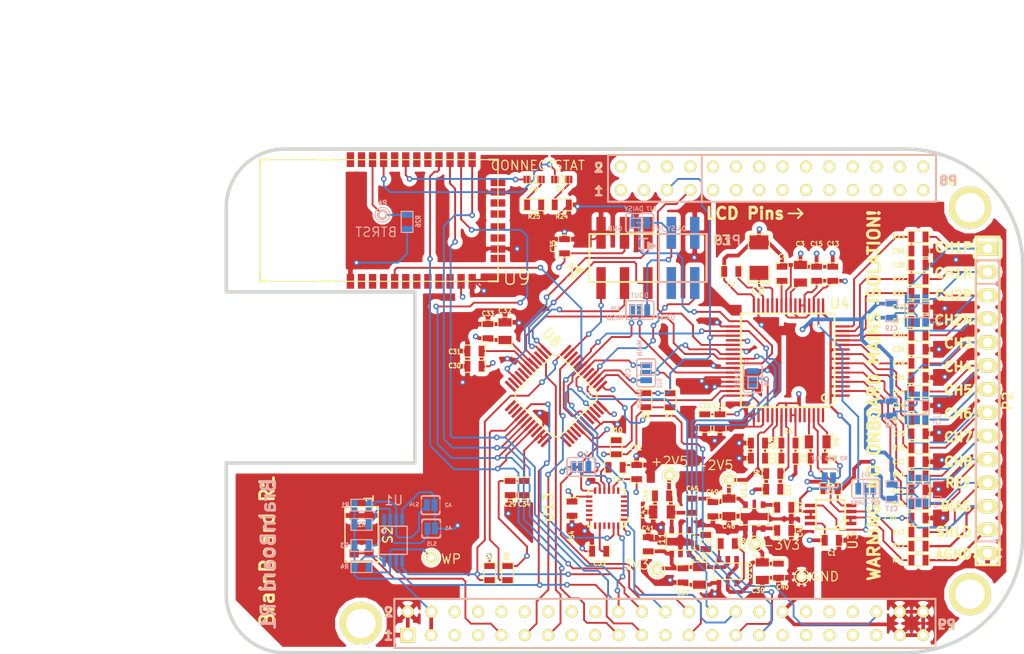
<source format=kicad_pcb>
(kicad_pcb (version 3) (host pcbnew "(2013-05-31 BZR 4019)-stable")
  (layers (15 Top signal hide) (2 Ground power hide) (1 Power power hide) (0 Bottom signal) (18 B.Paste user hide) (19 F.Paste user hide) (20 B.SilkS user) (21 F.SilkS user) (22 B.Mask user) (23 F.Mask user) (28 Edge.Cuts user))
  (net 0 "")
  (net 1 +2.5V)
  (net 2 +3.3V)
  (net 3 -2.5V)
  (net 4 -3.3V)
  (net 5 /A0)
  (net 6 /A1)
  (net 7 /A2)
  (net 8 "/BrainBoard AFE//CS")
  (net 9 "/BrainBoard AFE//RESET")
  (net 10 "/BrainBoard AFE/BIASINV")
  (net 11 "/BrainBoard AFE/BIASOUT")
  (net 12 "/BrainBoard AFE/CLKSEL")
  (net 13 "/BrainBoard AFE/DAISY")
  (net 14 "/BrainBoard AFE/DAISY_IN")
  (net 15 "/BrainBoard AFE/DOUT")
  (net 16 "/BrainBoard AFE/SRB1")
  (net 17 "/BrainBoard AFE/SRB2")
  (net 18 "/BrainBoard AFE/VCAP1")
  (net 19 "/BrainBoard AFE/VCAP2")
  (net 20 "/BrainBoard AFE/VCAP3")
  (net 21 "/BrainBoard AFE/VCAP4")
  (net 22 "/BrainBoard AFE/VREFP")
  (net 23 "/BrainBoard Analog In/BIAS_ELEC")
  (net 24 "/BrainBoard Analog In/BIAS_SHD")
  (net 25 "/BrainBoard Analog In/CH1ELEC_N")
  (net 26 "/BrainBoard Analog In/CH1ELEC_P")
  (net 27 "/BrainBoard Analog In/CH2ELEC_N")
  (net 28 "/BrainBoard Analog In/CH2ELEC_P")
  (net 29 "/BrainBoard Analog In/CH3ELEC_P")
  (net 30 "/BrainBoard Analog In/CH4ELEC_P")
  (net 31 "/BrainBoard Analog In/CH5ELEC_P")
  (net 32 "/BrainBoard Analog In/CH6ELEC_P")
  (net 33 "/BrainBoard Analog In/CH7ELEC_P")
  (net 34 "/BrainBoard Analog In/CH8ELEC_P")
  (net 35 "/BrainBoard Analog In/REF_ELEC")
  (net 36 "/BrainBoard Bluetooth/FACTORY")
  (net 37 "/BrainBoard Bluetooth/STATUS")
  (net 38 "/BrainBoard Bluetooth/STATUSn")
  (net 39 "/BrainBoard IMU/AD0")
  (net 40 "/BrainBoard IMU/CPOUT")
  (net 41 "/BrainBoard IMU/REGOUT")
  (net 42 "/BrainBoard MCU/RESET_MCU")
  (net 43 "/BrainBoard MCU/TCK")
  (net 44 "/BrainBoard MCU/TDI")
  (net 45 "/BrainBoard MCU/TDO")
  (net 46 "/BrainBoard MCU/TMS")
  (net 47 /CS_DAISY)
  (net 48 /CS_MAIN)
  (net 49 /DRDY)
  (net 50 /PWDN)
  (net 51 /WP)
  (net 52 AGND)
  (net 53 AIN1N)
  (net 54 AIN1P)
  (net 55 AIN2N)
  (net 56 AIN2P)
  (net 57 AIN3P)
  (net 58 AIN4P)
  (net 59 AIN5P)
  (net 60 AIN6P)
  (net 61 AIN7P)
  (net 62 AIN8P)
  (net 63 BIAS)
  (net 64 CLK)
  (net 65 DAISY_OUT)
  (net 66 I2C2_SCL)
  (net 67 I2C2_SDA)
  (net 68 IMU_INT)
  (net 69 MISO)
  (net 70 MOSI)
  (net 71 N-00000156)
  (net 72 N-00000158)
  (net 73 N-00000165)
  (net 74 N-00000166)
  (net 75 N-00000167)
  (net 76 N-00000169)
  (net 77 N-00000175)
  (net 78 N-0000026)
  (net 79 REF)
  (net 80 RESET_BT)
  (net 81 SCLK)
  (net 82 SHIELD)
  (net 83 UARTBT_CTS)
  (net 84 UARTBT_RTS)
  (net 85 UARTBT_RX)
  (net 86 UARTBT_TX)
  (net 87 UARTUC_RX)
  (net 88 UARTUC_TX)
  (module TQFP_64 (layer Top) (at 204.597 133.604 90)
    (fp_text reference U4 (at 6.223 5.588 180) (layer F.SilkS) (effects (font (size 1.09982 1.09982) (thickness 0.19812))))
    (fp_text value ADS1299 hide)
    (pad 1 smd rect (at -3.74904 5.86994 90) (size 0.24892 1.524) (layers Top F.Paste F.Mask) (net 16 "/BrainBoard AFE/SRB1"))
    (pad 2 smd rect (at -3.24866 5.86994 90) (size 0.24892 1.524) (layers Top F.Paste F.Mask) (net 62 AIN8P))
    (pad 3 smd rect (at -2.74828 5.86994 90) (size 0.24892 1.524) (layers Top F.Paste F.Mask) (net 16 "/BrainBoard AFE/SRB1"))
    (pad 4 smd rect (at -2.2479 5.86994 90) (size 0.24892 1.524) (layers Top F.Paste F.Mask) (net 61 AIN7P))
    (pad 5 smd rect (at -1.74752 5.86994 90) (size 0.24892 1.524) (layers Top F.Paste F.Mask) (net 16 "/BrainBoard AFE/SRB1"))
    (pad 6 smd rect (at -1.24968 5.86994 90) (size 0.24892 1.524) (layers Top F.Paste F.Mask) (net 60 AIN6P))
    (pad 7 smd rect (at -0.7493 5.86994 90) (size 0.24892 1.524) (layers Top F.Paste F.Mask) (net 16 "/BrainBoard AFE/SRB1"))
    (pad 8 smd rect (at -0.24892 5.86994 90) (size 0.24892 1.524) (layers Top F.Paste F.Mask) (net 59 AIN5P))
    (pad 9 smd rect (at 0.25146 5.86994 90) (size 0.24892 1.524) (layers Top F.Paste F.Mask) (net 16 "/BrainBoard AFE/SRB1"))
    (pad 10 smd rect (at 0.75184 5.86994 90) (size 0.24892 1.524) (layers Top F.Paste F.Mask) (net 58 AIN4P))
    (pad 11 smd rect (at 1.25222 5.86994 90) (size 0.24892 1.524) (layers Top F.Paste F.Mask) (net 16 "/BrainBoard AFE/SRB1"))
    (pad 12 smd rect (at 1.75006 5.86994 90) (size 0.24892 1.524) (layers Top F.Paste F.Mask) (net 57 AIN3P))
    (pad 13 smd rect (at 2.25044 5.86994 90) (size 0.24892 1.524) (layers Top F.Paste F.Mask) (net 55 AIN2N))
    (pad 14 smd rect (at 2.75082 5.86994 90) (size 0.24892 1.524) (layers Top F.Paste F.Mask) (net 56 AIN2P))
    (pad 15 smd rect (at 3.2512 5.86994 90) (size 0.24892 1.524) (layers Top F.Paste F.Mask) (net 53 AIN1N))
    (pad 16 smd rect (at 3.75158 5.86994 90) (size 0.24892 1.524) (layers Top F.Paste F.Mask) (net 54 AIN1P))
    (pad 17 smd rect (at 6.0325 3.74904 90) (size 1.524 0.24892) (layers Top F.Paste F.Mask) (net 16 "/BrainBoard AFE/SRB1"))
    (pad 18 smd rect (at 6.0325 3.24866 90) (size 1.524 0.24892) (layers Top F.Paste F.Mask) (net 17 "/BrainBoard AFE/SRB2"))
    (pad 19 smd rect (at 6.0325 2.74828 90) (size 1.524 0.24892) (layers Top F.Paste F.Mask) (net 1 +2.5V))
    (pad 20 smd rect (at 6.0325 2.2479 90) (size 1.524 0.24892) (layers Top F.Paste F.Mask) (net 3 -2.5V))
    (pad 21 smd rect (at 6.0325 1.74752 90) (size 1.524 0.24892) (layers Top F.Paste F.Mask) (net 1 +2.5V))
    (pad 22 smd rect (at 6.0325 1.24968 90) (size 1.524 0.24892) (layers Top F.Paste F.Mask) (net 1 +2.5V))
    (pad 23 smd rect (at 6.0325 0.7493 90) (size 1.524 0.24892) (layers Top F.Paste F.Mask) (net 3 -2.5V))
    (pad 24 smd rect (at 6.0325 0.24892 90) (size 1.524 0.24892) (layers Top F.Paste F.Mask) (net 22 "/BrainBoard AFE/VREFP"))
    (pad 25 smd rect (at 6.0325 -0.25146 90) (size 1.524 0.24892) (layers Top F.Paste F.Mask) (net 3 -2.5V))
    (pad 26 smd rect (at 6.0325 -0.75184 90) (size 1.524 0.24892) (layers Top F.Paste F.Mask) (net 21 "/BrainBoard AFE/VCAP4"))
    (pad 27 smd rect (at 6.0325 -1.25222 90) (size 1.524 0.24892) (layers Top F.Paste F.Mask))
    (pad 28 smd rect (at 6.0325 -1.75006 90) (size 1.524 0.24892) (layers Top F.Paste F.Mask) (net 18 "/BrainBoard AFE/VCAP1"))
    (pad 29 smd rect (at 6.0325 -2.25044 90) (size 1.524 0.24892) (layers Top F.Paste F.Mask))
    (pad 30 smd rect (at 6.0325 -2.75082 90) (size 1.524 0.24892) (layers Top F.Paste F.Mask) (net 19 "/BrainBoard AFE/VCAP2"))
    (pad 31 smd rect (at 6.0325 -3.2512 90) (size 1.524 0.24892) (layers Top F.Paste F.Mask) (net 52 AGND))
    (pad 32 smd rect (at 6.0325 -3.75158 90) (size 1.524 0.24892) (layers Top F.Paste F.Mask) (net 3 -2.5V))
    (pad 33 smd rect (at 3.75158 -6.0325 90) (size 0.24892 1.524) (layers Top F.Paste F.Mask) (net 52 AGND))
    (pad 34 smd rect (at 3.2512 -6.0325 90) (size 0.24892 1.524) (layers Top F.Paste F.Mask) (net 70 MOSI))
    (pad 35 smd rect (at 2.75082 -6.0325 90) (size 0.24892 1.524) (layers Top F.Paste F.Mask) (net 50 /PWDN))
    (pad 36 smd rect (at 2.25044 -6.0325 90) (size 0.24892 1.524) (layers Top F.Paste F.Mask) (net 2 +3.3V))
    (pad 37 smd rect (at 1.75006 -6.0325 90) (size 0.24892 1.524) (layers Top F.Paste F.Mask) (net 64 CLK))
    (pad 38 smd rect (at 1.25222 -6.0325 90) (size 0.24892 1.524) (layers Top F.Paste F.Mask) (net 52 AGND))
    (pad 39 smd rect (at 0.75184 -6.0325 90) (size 0.24892 1.524) (layers Top F.Paste F.Mask) (net 8 "/BrainBoard AFE//CS"))
    (pad 40 smd rect (at 0.25146 -6.0325 90) (size 0.24892 1.524) (layers Top F.Paste F.Mask) (net 81 SCLK))
    (pad 41 smd rect (at -0.24892 -6.0325 90) (size 0.24892 1.524) (layers Top F.Paste F.Mask) (net 13 "/BrainBoard AFE/DAISY"))
    (pad 42 smd rect (at -0.7493 -6.0325 90) (size 0.24892 1.524) (layers Top F.Paste F.Mask) (net 52 AGND))
    (pad 43 smd rect (at -1.24968 -6.0325 90) (size 0.24892 1.524) (layers Top F.Paste F.Mask) (net 15 "/BrainBoard AFE/DOUT"))
    (pad 44 smd rect (at -1.74752 -6.0325 90) (size 0.24892 1.524) (layers Top F.Paste F.Mask) (net 52 AGND))
    (pad 45 smd rect (at -2.2479 -6.0325 90) (size 0.24892 1.524) (layers Top F.Paste F.Mask) (net 52 AGND))
    (pad 46 smd rect (at -2.74828 -6.0325 90) (size 0.24892 1.524) (layers Top F.Paste F.Mask) (net 52 AGND))
    (pad 47 smd rect (at -3.24866 -6.0325 90) (size 0.24892 1.524) (layers Top F.Paste F.Mask) (net 49 /DRDY))
    (pad 48 smd rect (at -3.74904 -6.0325 90) (size 0.24892 1.524) (layers Top F.Paste F.Mask) (net 2 +3.3V))
    (pad 49 smd rect (at -5.86994 -3.75158 90) (size 1.524 0.24892) (layers Top F.Paste F.Mask) (net 52 AGND))
    (pad 50 smd rect (at -5.86994 -3.2512 90) (size 1.524 0.24892) (layers Top F.Paste F.Mask) (net 2 +3.3V))
    (pad 52 smd rect (at -5.86994 -2.25044 90) (size 1.524 0.24892) (layers Top F.Paste F.Mask) (net 12 "/BrainBoard AFE/CLKSEL"))
    (pad 51 smd rect (at -5.86994 -2.75082 90) (size 1.524 0.24892) (layers Top F.Paste F.Mask) (net 52 AGND))
    (pad 53 smd rect (at -5.86994 -1.75006 90) (size 1.524 0.24892) (layers Top F.Paste F.Mask) (net 3 -2.5V))
    (pad 54 smd rect (at -5.86994 -1.25222 90) (size 1.524 0.24892) (layers Top F.Paste F.Mask) (net 1 +2.5V))
    (pad 55 smd rect (at -5.86994 -0.75184 90) (size 1.524 0.24892) (layers Top F.Paste F.Mask) (net 20 "/BrainBoard AFE/VCAP3"))
    (pad 56 smd rect (at -5.86994 -0.25146 90) (size 1.524 0.24892) (layers Top F.Paste F.Mask) (net 1 +2.5V))
    (pad 57 smd rect (at -5.86994 0.24892 90) (size 1.524 0.24892) (layers Top F.Paste F.Mask) (net 3 -2.5V))
    (pad 58 smd rect (at -5.86994 0.7493 90) (size 1.524 0.24892) (layers Top F.Paste F.Mask) (net 3 -2.5V))
    (pad 59 smd rect (at -5.86994 1.24206 90) (size 1.524 0.24892) (layers Top F.Paste F.Mask) (net 1 +2.5V))
    (pad 60 smd rect (at -5.86994 1.74244 90) (size 1.524 0.24892) (layers Top F.Paste F.Mask))
    (pad 61 smd rect (at -5.86994 2.24282 90) (size 1.524 0.24892) (layers Top F.Paste F.Mask) (net 10 "/BrainBoard AFE/BIASINV"))
    (pad 62 smd rect (at -5.86994 2.7432 90) (size 1.524 0.24892) (layers Top F.Paste F.Mask) (net 63 BIAS))
    (pad 63 smd rect (at -5.86994 3.24104 90) (size 1.524 0.24892) (layers Top F.Paste F.Mask) (net 11 "/BrainBoard AFE/BIASOUT"))
    (pad 64 smd rect (at -5.86994 3.74142 90) (size 1.524 0.24892) (layers Top F.Paste F.Mask))
  )
  (module SM0805 (layer Top) (at 205.897 124.142 270)
    (fp_text reference C3 (at -3.238 0.03 360) (layer F.SilkS) (effects (font (size 0.50038 0.50038) (thickness 0.10922))))
    (fp_text value 10uF hide)
    (pad 1 smd rect (at -0.9525 0 270) (size 0.889 1.397) (layers Top F.Paste F.Mask) (net 3 -2.5V))
    (pad 2 smd rect (at 0.9525 0 270) (size 0.889 1.397) (layers Top F.Paste F.Mask) (net 22 "/BrainBoard AFE/VREFP"))
  )
  (module SparkFun-Passives-SJ_2S-NOTRACE (layer Bottom) (at 165.7985 149.225)
    (fp_text reference SJ4 (at -1.778 -0.0635) (layer B.SilkS) (effects (font (size 0.4064 0.4064) (thickness 0.0889)) (justify mirror)))
    (fp_text value A2 (at 1.905 0) (layer B.SilkS) (effects (font (size 0.4064 0.4064) (thickness 0.0889)) (justify mirror)))
    (pad 1 smd rect (at -0.39878 0) (size 0.635 1.27) (layers Bottom B.Paste B.Mask) (net 7 /A2))
    (pad 2 smd rect (at 0.41148 0) (size 0.635 1.27) (layers Bottom B.Paste B.Mask) (net 52 AGND))
  )
  (module SparkFun-Passives-SJ_2S-NOTRACE (layer Bottom) (at 165.862 151.765)
    (fp_text reference SJ5 (at 0.0635 1.651) (layer B.SilkS) (effects (font (size 0.4064 0.4064) (thickness 0.0889)) (justify mirror)))
    (fp_text value A1 (at 1.8415 -0.0635) (layer B.SilkS) (effects (font (size 0.4064 0.4064) (thickness 0.0889)) (justify mirror)))
    (pad 1 smd rect (at -0.39878 0) (size 0.635 1.27) (layers Bottom B.Paste B.Mask) (net 6 /A1))
    (pad 2 smd rect (at 0.41148 0) (size 0.635 1.27) (layers Bottom B.Paste B.Mask) (net 52 AGND))
  )
  (module SparkFun-Passives-SJ_3_PASTE2&3 (layer Bottom) (at 212.979 147.447)
    (fp_text reference SJ1 (at 0 -1.524) (layer B.SilkS) (effects (font (size 0.4064 0.4064) (thickness 0.0889)) (justify mirror)))
    (fp_text value REF-SRB2 hide)
    (fp_text user REF-SRB2 (at 0 1.524) (layer B.SilkS) (effects (font (size 0.4064 0.4064) (thickness 0.0889)) (justify mirror)))
    (pad 1 smd rect (at -0.8128 0) (size 0.635 1.27) (layers Bottom B.Paste B.Mask) (net 17 "/BrainBoard AFE/SRB2"))
    (pad 2 smd rect (at 0 0) (size 0.635 1.27) (layers Bottom B.Paste B.Mask) (net 77 N-00000175))
    (pad 3 smd rect (at 0.8128 0) (size 0.635 1.27) (layers Bottom B.Paste B.Mask) (net 79 REF))
  )
  (module SSOP8 (layer Bottom) (at 161.7345 153.035)
    (fp_text reference U1 (at 0.0635 -4.318) (layer B.SilkS) (effects (font (size 1.016 1.016) (thickness 0.1524)) (justify mirror)))
    (fp_text value 24C256 hide)
    (pad 1 smd rect (at -0.9779 -2.2225) (size 0.4064 1.27) (layers Bottom B.Paste B.Mask) (net 5 /A0))
    (pad 2 smd rect (at -0.3302 -2.2225) (size 0.4064 1.27) (layers Bottom B.Paste B.Mask) (net 6 /A1))
    (pad 3 smd rect (at 0.3302 -2.2225) (size 0.4064 1.27) (layers Bottom B.Paste B.Mask) (net 7 /A2))
    (pad 4 smd rect (at 0.9779 -2.2225) (size 0.4064 1.27) (layers Bottom B.Paste B.Mask) (net 52 AGND))
    (pad 5 smd rect (at 0.9779 2.2225) (size 0.4064 1.27) (layers Bottom B.Paste B.Mask) (net 67 I2C2_SDA))
    (pad 6 smd rect (at 0.3302 2.2225) (size 0.4064 1.27) (layers Bottom B.Paste B.Mask) (net 66 I2C2_SCL))
    (pad 7 smd rect (at -0.3302 2.2225) (size 0.4064 1.27) (layers Bottom B.Paste B.Mask) (net 51 /WP))
    (pad 8 smd rect (at -0.9779 2.2225) (size 0.4064 1.27) (layers Bottom B.Paste B.Mask) (net 2 +3.3V))
  )
  (module SparkFun-Passives-SJ_2S-NO (layer Bottom) (at 208.9785 146.304)
    (fp_text reference SJ3 (at 0.10668 1.4732) (layer B.SilkS) (effects (font (size 0.4064 0.4064) (thickness 0.0889)) (justify mirror)))
    (fp_text value "NO BIAS FILT" (at 0.0635 -2.159) (layer B.SilkS) (effects (font (size 0.4064 0.4064) (thickness 0.0889)) (justify mirror)))
    (pad 1 smd rect (at -0.44958 0) (size 0.635 1.27) (layers Bottom B.Paste B.Mask) (net 10 "/BrainBoard AFE/BIASINV"))
    (pad 2 smd rect (at 0.44958 0) (size 0.635 1.27) (layers Bottom B.Paste B.Mask) (net 11 "/BrainBoard AFE/BIASOUT"))
  )
  (module SOT23-5 (layer Top) (at 198.0165 156.392 180)
    (fp_text reference U10 (at -2.2625 0.055 270) (layer F.SilkS) (effects (font (size 0.635 0.635) (thickness 0.127))))
    (fp_text value TPS60403 hide)
    (pad 1 smd rect (at -0.9525 1.27 180) (size 0.508 0.762) (layers Top F.Paste F.Mask) (net 4 -3.3V))
    (pad 3 smd rect (at 0.9525 1.27 180) (size 0.508 0.762) (layers Top F.Paste F.Mask) (net 75 N-00000167))
    (pad 5 smd rect (at -0.9525 -1.27 180) (size 0.508 0.762) (layers Top F.Paste F.Mask) (net 74 N-00000166))
    (pad 2 smd rect (at 0 1.27 180) (size 0.508 0.762) (layers Top F.Paste F.Mask) (net 2 +3.3V))
    (pad 4 smd rect (at 0.9525 -1.27 180) (size 0.508 0.762) (layers Top F.Paste F.Mask) (net 52 AGND))
  )
  (module SM0805 (layer Top) (at 207.772 142.367 180)
    (fp_text reference R9 (at -2.032 0 270) (layer F.SilkS) (effects (font (size 0.50038 0.50038) (thickness 0.10922))))
    (fp_text value 499K,0.1% hide)
    (pad 1 smd rect (at -0.9525 0 180) (size 0.889 1.397) (layers Top F.Paste F.Mask) (net 11 "/BrainBoard AFE/BIASOUT"))
    (pad 2 smd rect (at 0.9525 0 180) (size 0.889 1.397) (layers Top F.Paste F.Mask) (net 10 "/BrainBoard AFE/BIASINV"))
  )
  (module SM0603 (layer Top) (at 218.694 126.238 180)
    (fp_text reference R21 (at 2.159 0 180) (layer F.SilkS) (effects (font (size 0.508 0.4572) (thickness 0.1143))))
    (fp_text value 4.99K hide)
    (pad 1 smd rect (at -0.762 0 180) (size 0.635 1.143) (layers Top F.Paste F.Mask) (net 28 "/BrainBoard Analog In/CH2ELEC_P"))
    (pad 2 smd rect (at 0.762 0 180) (size 0.635 1.143) (layers Top F.Paste F.Mask) (net 56 AIN2P))
  )
  (module SM0603 (layer Top) (at 218.694 149.098 180)
    (fp_text reference R14 (at 2.159 0 180) (layer F.SilkS) (effects (font (size 0.508 0.4572) (thickness 0.1143))))
    (fp_text value 4.99K hide)
    (pad 1 smd rect (at -0.762 0 180) (size 0.635 1.143) (layers Top F.Paste F.Mask) (net 34 "/BrainBoard Analog In/CH8ELEC_P"))
    (pad 2 smd rect (at 0.762 0 180) (size 0.635 1.143) (layers Top F.Paste F.Mask) (net 62 AIN8P))
  )
  (module SM0603 (layer Top) (at 218.694 130.81 180)
    (fp_text reference R20 (at 2.159 0 180) (layer F.SilkS) (effects (font (size 0.508 0.4572) (thickness 0.1143))))
    (fp_text value 4.99K hide)
    (pad 1 smd rect (at -0.762 0 180) (size 0.635 1.143) (layers Top F.Paste F.Mask) (net 27 "/BrainBoard Analog In/CH2ELEC_N"))
    (pad 2 smd rect (at 0.762 0 180) (size 0.635 1.143) (layers Top F.Paste F.Mask) (net 55 AIN2N))
  )
  (module SM0603 (layer Top) (at 218.694 133.858 180)
    (fp_text reference R19 (at 2.159 0 180) (layer F.SilkS) (effects (font (size 0.508 0.4572) (thickness 0.1143))))
    (fp_text value 4.99K hide)
    (pad 1 smd rect (at -0.762 0 180) (size 0.635 1.143) (layers Top F.Paste F.Mask) (net 29 "/BrainBoard Analog In/CH3ELEC_P"))
    (pad 2 smd rect (at 0.762 0 180) (size 0.635 1.143) (layers Top F.Paste F.Mask) (net 57 AIN3P))
  )
  (module SM0603 (layer Top) (at 218.694 136.906 180)
    (fp_text reference R18 (at 2.159 -0.127 180) (layer F.SilkS) (effects (font (size 0.508 0.4572) (thickness 0.1143))))
    (fp_text value 4.99K hide)
    (pad 1 smd rect (at -0.762 0 180) (size 0.635 1.143) (layers Top F.Paste F.Mask) (net 30 "/BrainBoard Analog In/CH4ELEC_P"))
    (pad 2 smd rect (at 0.762 0 180) (size 0.635 1.143) (layers Top F.Paste F.Mask) (net 58 AIN4P))
  )
  (module SM0603 (layer Top) (at 218.694 139.954 180)
    (fp_text reference R17 (at 2.159 0 180) (layer F.SilkS) (effects (font (size 0.508 0.4572) (thickness 0.1143))))
    (fp_text value 4.99K hide)
    (pad 1 smd rect (at -0.762 0 180) (size 0.635 1.143) (layers Top F.Paste F.Mask) (net 31 "/BrainBoard Analog In/CH5ELEC_P"))
    (pad 2 smd rect (at 0.762 0 180) (size 0.635 1.143) (layers Top F.Paste F.Mask) (net 59 AIN5P))
  )
  (module SM0603 (layer Top) (at 218.694 143.002 180)
    (fp_text reference R16 (at 2.159 0 180) (layer F.SilkS) (effects (font (size 0.508 0.4572) (thickness 0.1143))))
    (fp_text value 4.99K hide)
    (pad 1 smd rect (at -0.762 0 180) (size 0.635 1.143) (layers Top F.Paste F.Mask) (net 32 "/BrainBoard Analog In/CH6ELEC_P"))
    (pad 2 smd rect (at 0.762 0 180) (size 0.635 1.143) (layers Top F.Paste F.Mask) (net 60 AIN6P))
  )
  (module SM0603 (layer Top) (at 218.694 146.05 180)
    (fp_text reference R15 (at 2.159 0.127 180) (layer F.SilkS) (effects (font (size 0.508 0.4572) (thickness 0.1143))))
    (fp_text value 4.99K hide)
    (pad 1 smd rect (at -0.762 0 180) (size 0.635 1.143) (layers Top F.Paste F.Mask) (net 33 "/BrainBoard Analog In/CH7ELEC_P"))
    (pad 2 smd rect (at 0.762 0 180) (size 0.635 1.143) (layers Top F.Paste F.Mask) (net 61 AIN7P))
  )
  (module SM0603 (layer Top) (at 218.694 153.67 180)
    (fp_text reference R12 (at 2.159 0 180) (layer F.SilkS) (effects (font (size 0.508 0.4572) (thickness 0.1143))))
    (fp_text value 4.99K hide)
    (pad 1 smd rect (at -0.762 0 180) (size 0.635 1.143) (layers Top F.Paste F.Mask) (net 23 "/BrainBoard Analog In/BIAS_ELEC"))
    (pad 2 smd rect (at 0.762 0 180) (size 0.635 1.143) (layers Top F.Paste F.Mask) (net 63 BIAS))
  )
  (module SM0603 (layer Top) (at 218.694 155.194 180)
    (fp_text reference R11 (at 2.159 0 180) (layer F.SilkS) (effects (font (size 0.508 0.4572) (thickness 0.1143))))
    (fp_text value 4.99K hide)
    (pad 1 smd rect (at -0.762 0 180) (size 0.635 1.143) (layers Top F.Paste F.Mask) (net 24 "/BrainBoard Analog In/BIAS_SHD"))
    (pad 2 smd rect (at 0.762 0 180) (size 0.635 1.143) (layers Top F.Paste F.Mask) (net 82 SHIELD))
  )
  (module SM0603 (layer Top) (at 218.694 152.146 180)
    (fp_text reference R13 (at 2.159 0 180) (layer F.SilkS) (effects (font (size 0.508 0.4572) (thickness 0.1143))))
    (fp_text value 4.99K hide)
    (pad 1 smd rect (at -0.762 0 180) (size 0.635 1.143) (layers Top F.Paste F.Mask) (net 35 "/BrainBoard Analog In/REF_ELEC"))
    (pad 2 smd rect (at 0.762 0 180) (size 0.635 1.143) (layers Top F.Paste F.Mask) (net 79 REF))
  )
  (module SM0603 (layer Top) (at 180.0193 116.6674)
    (fp_text reference R24 (at 0 1.25) (layer F.SilkS) (effects (font (size 0.508 0.4572) (thickness 0.1143))))
    (fp_text value 330 hide)
    (pad 1 smd rect (at -0.762 0) (size 0.635 1.143) (layers Top F.Paste F.Mask) (net 72 N-00000158))
    (pad 2 smd rect (at 0.762 0) (size 0.635 1.143) (layers Top F.Paste F.Mask) (net 52 AGND))
  )
  (module SM0603 (layer Top) (at 172.1866 156.591 270)
    (fp_text reference R6 (at -1.8415 0 270) (layer F.SilkS) (effects (font (size 0.508 0.4572) (thickness 0.1143))))
    (fp_text value 5.6K hide)
    (pad 1 smd rect (at -0.762 0 270) (size 0.635 1.143) (layers Top F.Paste F.Mask) (net 2 +3.3V))
    (pad 2 smd rect (at 0.762 0 270) (size 0.635 1.143) (layers Top F.Paste F.Mask) (net 67 I2C2_SDA))
  )
  (module SM0603 (layer Top) (at 174.1424 156.591 270)
    (fp_text reference R5 (at -1.8415 0.0635 270) (layer F.SilkS) (effects (font (size 0.508 0.4572) (thickness 0.1143))))
    (fp_text value 5.6K hide)
    (pad 1 smd rect (at -0.762 0 270) (size 0.635 1.143) (layers Top F.Paste F.Mask) (net 2 +3.3V))
    (pad 2 smd rect (at 0.762 0 270) (size 0.635 1.143) (layers Top F.Paste F.Mask) (net 66 I2C2_SCL))
  )
  (module SM0603 (layer Bottom) (at 158.3055 155.8925)
    (fp_text reference R4 (at -1.8415 0) (layer B.SilkS) (effects (font (size 0.508 0.4572) (thickness 0.1143)) (justify mirror)))
    (fp_text value 10K hide)
    (pad 1 smd rect (at -0.762 0) (size 0.635 1.143) (layers Bottom B.Paste B.Mask) (net 2 +3.3V))
    (pad 2 smd rect (at 0.762 0) (size 0.635 1.143) (layers Bottom B.Paste B.Mask) (net 51 /WP))
  )
  (module SM0603 (layer Bottom) (at 158.3055 151.3205)
    (fp_text reference R2 (at 0 0) (layer B.SilkS) (effects (font (size 0.508 0.4572) (thickness 0.1143)) (justify mirror)))
    (fp_text value 4.7K hide)
    (pad 1 smd rect (at -0.762 0) (size 0.635 1.143) (layers Bottom B.Paste B.Mask) (net 2 +3.3V))
    (pad 2 smd rect (at 0.762 0) (size 0.635 1.143) (layers Bottom B.Paste B.Mask) (net 6 /A1))
  )
  (module SM0603 (layer Bottom) (at 158.3055 153.6065)
    (fp_text reference R3 (at -1.8415 0) (layer B.SilkS) (effects (font (size 0.508 0.4572) (thickness 0.1143)) (justify mirror)))
    (fp_text value 4.7K hide)
    (pad 1 smd rect (at -0.762 0) (size 0.635 1.143) (layers Bottom B.Paste B.Mask) (net 2 +3.3V))
    (pad 2 smd rect (at 0.762 0) (size 0.635 1.143) (layers Bottom B.Paste B.Mask) (net 5 /A0))
  )
  (module SM0603 (layer Bottom) (at 158.3055 149.225)
    (fp_text reference R1 (at -1.778 0) (layer B.SilkS) (effects (font (size 0.508 0.4572) (thickness 0.1143)) (justify mirror)))
    (fp_text value 4.7K hide)
    (pad 1 smd rect (at -0.762 0) (size 0.635 1.143) (layers Bottom B.Paste B.Mask) (net 2 +3.3V))
    (pad 2 smd rect (at 0.762 0) (size 0.635 1.143) (layers Bottom B.Paste B.Mask) (net 7 /A2))
  )
  (module SM0603 (layer Top) (at 185.928 142.9512 90)
    (fp_text reference R10 (at 1.8542 0 180) (layer F.SilkS) (effects (font (size 0.508 0.4572) (thickness 0.1143))))
    (fp_text value 10K hide)
    (pad 1 smd rect (at -0.762 0 90) (size 0.635 1.143) (layers Top F.Paste F.Mask) (net 2 +3.3V))
    (pad 2 smd rect (at 0.762 0 90) (size 0.635 1.143) (layers Top F.Paste F.Mask) (net 9 "/BrainBoard AFE//RESET"))
  )
  (module SM0603 (layer Top) (at 189.1284 137.8458 90)
    (fp_text reference R8 (at -1.75 0 180) (layer F.SilkS) (effects (font (size 0.508 0.4572) (thickness 0.1143))))
    (fp_text value 10K hide)
    (pad 1 smd rect (at -0.762 0 90) (size 0.635 1.143) (layers Top F.Paste F.Mask) (net 2 +3.3V))
    (pad 2 smd rect (at 0.762 0 90) (size 0.635 1.143) (layers Top F.Paste F.Mask) (net 50 /PWDN))
  )
  (module SM0603 (layer Top) (at 191.77 137.8585 90)
    (fp_text reference R7 (at -1.7145 -0.127 180) (layer F.SilkS) (effects (font (size 0.508 0.4572) (thickness 0.1143))))
    (fp_text value 10K hide)
    (pad 1 smd rect (at -0.762 0 90) (size 0.635 1.143) (layers Top F.Paste F.Mask) (net 2 +3.3V))
    (pad 2 smd rect (at 0.762 0 90) (size 0.635 1.143) (layers Top F.Paste F.Mask) (net 8 "/BrainBoard AFE//CS"))
  )
  (module MSOP_8 (layer Top) (at 209.169 150.241 90)
    (fp_text reference U3 (at -2.794 2.413 90) (layer F.SilkS) (effects (font (size 1.00076 1.00076) (thickness 0.1524))))
    (fp_text value OPA2376 hide)
    (pad 1 smd rect (at -0.97536 2.159 90) (size 0.381 1.27) (layers Top F.Paste F.Mask) (net 82 SHIELD))
    (pad 2 smd rect (at -0.32512 2.159 90) (size 0.381 1.27) (layers Top F.Paste F.Mask) (net 82 SHIELD))
    (pad 3 smd rect (at 0.32512 2.159 90) (size 0.381 1.27) (layers Top F.Paste F.Mask) (net 63 BIAS))
    (pad 4 smd rect (at 0.97536 2.159 90) (size 0.381 1.27) (layers Top F.Paste F.Mask) (net 3 -2.5V))
    (pad 5 smd rect (at 0.97536 -2.159 90) (size 0.381 1.27) (layers Top F.Paste F.Mask) (net 77 N-00000175))
    (pad 6 smd rect (at 0.32512 -2.159 90) (size 0.381 1.27) (layers Top F.Paste F.Mask) (net 16 "/BrainBoard AFE/SRB1"))
    (pad 7 smd rect (at -0.32512 -2.159 90) (size 0.381 1.27) (layers Top F.Paste F.Mask) (net 16 "/BrainBoard AFE/SRB1"))
    (pad 8 smd rect (at -0.97536 -2.159 90) (size 0.381 1.27) (layers Top F.Paste F.Mask) (net 1 +2.5V))
  )
  (module PINTST (layer Top) (at 165.862 154.9146 180)
    (fp_text reference P1 hide)
    (fp_text value WP (at -2.159 -0.1524 180) (layer F.SilkS) (effects (font (size 1.016 1.016) (thickness 0.127))))
    (pad 1 thru_hole circle (at 0 0 180) (size 1.143 1.143) (drill 0.635) (layers *.Cu *.Mask F.SilkS) (net 51 /WP))
  )
  (module SM0805 (layer Top) (at 173.863 130.3655 90)
    (fp_text reference C32 (at 2.2225 0 180) (layer F.SilkS) (effects (font (size 0.50038 0.50038) (thickness 0.10922))))
    (fp_text value 10uF hide)
    (pad 1 smd rect (at -0.9525 0 90) (size 0.889 1.397) (layers Top F.Paste F.Mask) (net 2 +3.3V))
    (pad 2 smd rect (at 0.9525 0 90) (size 0.889 1.397) (layers Top F.Paste F.Mask) (net 52 AGND))
  )
  (module KMR231GLFS (layer Top) (at 158.115 152.4 90)
    (fp_text reference S2 (at -0.0635 3.048 90) (layer F.SilkS))
    (fp_text value SMT_BUTTON hide)
    (fp_text user 1 (at 3.9 1 90) (layer F.SilkS))
    (pad 4 smd rect (at -2.05 -0.6 90) (size 0.9 1) (layers Top F.Paste F.Mask) (net 78 N-0000026))
    (pad 2 smd rect (at -2.05 1 90) (size 0.9 1) (layers Top F.Paste F.Mask) (net 78 N-0000026))
    (pad 3 smd rect (at 2.05 -0.6 90) (size 0.9 1) (layers Top F.Paste F.Mask) (net 52 AGND))
    (pad 1 smd rect (at 2.05 1 90) (size 0.9 1) (layers Top F.Paste F.Mask) (net 52 AGND))
  )
  (module SM0603 (layer Top) (at 218.694 124.714 180)
    (fp_text reference R22 (at 2.159 0 180) (layer F.SilkS) (effects (font (size 0.508 0.4572) (thickness 0.1143))))
    (fp_text value 4.99K hide)
    (pad 1 smd rect (at -0.762 0 180) (size 0.635 1.143) (layers Top F.Paste F.Mask) (net 25 "/BrainBoard Analog In/CH1ELEC_N"))
    (pad 2 smd rect (at 0.762 0 180) (size 0.635 1.143) (layers Top F.Paste F.Mask) (net 53 AIN1N))
  )
  (module SM0603 (layer Top) (at 218.694 120.142 180)
    (fp_text reference R23 (at 2.159 0 180) (layer F.SilkS) (effects (font (size 0.508 0.4572) (thickness 0.1143))))
    (fp_text value 4.99K hide)
    (pad 1 smd rect (at -0.762 0 180) (size 0.635 1.143) (layers Top F.Paste F.Mask) (net 26 "/BrainBoard Analog In/CH1ELEC_P"))
    (pad 2 smd rect (at 0.762 0 180) (size 0.635 1.143) (layers Top F.Paste F.Mask) (net 54 AIN1P))
  )
  (module LED-0603 (layer Top) (at 180.0193 113.9174)
    (fp_text reference D1 (at -0.0603 1.0176) (layer F.SilkS) (effects (font (size 0.508 0.508) (thickness 0.127))))
    (fp_text value STAT (at 0.8287 -1.5224) (layer F.SilkS) (effects (font (size 1.016 1.016) (thickness 0.127))))
    (pad 1 smd rect (at -0.7493 0) (size 0.79756 0.79756) (layers Top F.Paste F.Mask) (net 38 "/BrainBoard Bluetooth/STATUSn"))
    (pad 2 smd rect (at 0.7493 0) (size 0.79756 0.79756) (layers Top F.Paste F.Mask) (net 72 N-00000158))
  )
  (module LED-0603 (layer Top) (at 177.0193 113.9174)
    (fp_text reference D2 (at 0.0187 1.0176) (layer F.SilkS) (effects (font (size 0.508 0.508) (thickness 0.127))))
    (fp_text value CONNECT (at -1.2513 -1.5224) (layer F.SilkS) (effects (font (size 1.016 1.016) (thickness 0.127))))
    (pad 1 smd rect (at -0.7493 0) (size 0.79756 0.79756) (layers Top F.Paste F.Mask) (net 37 "/BrainBoard Bluetooth/STATUS"))
    (pad 2 smd rect (at 0.7493 0) (size 0.79756 0.79756) (layers Top F.Paste F.Mask) (net 71 N-00000156))
  )
  (module PINTST (layer Top) (at 201.0165 153.392 180)
    (fp_text reference P6 hide)
    (fp_text value -3V3 (at -2.8185 -0.151 180) (layer F.SilkS) (effects (font (size 1.016 1.016) (thickness 0.127))))
    (pad 1 thru_hole circle (at 0 0 180) (size 1.143 1.143) (drill 0.635) (layers *.Cu *.Mask F.SilkS) (net 4 -3.3V))
  )
  (module PINTST (layer Top) (at 190.373 156.21 180)
    (fp_text reference P7 hide)
    (fp_text value 3V3 (at 2.286 0.508 180) (layer F.SilkS) (effects (font (size 1.016 1.016) (thickness 0.127))))
    (pad 1 thru_hole circle (at 0 0 180) (size 1.143 1.143) (drill 0.635) (layers *.Cu *.Mask F.SilkS) (net 2 +3.3V))
  )
  (module PINTST (layer Top) (at 206.0194 156.9974 180)
    (fp_text reference P5 hide)
    (fp_text value GND (at -2.5146 0.0254 180) (layer F.SilkS) (effects (font (size 1.016 1.016) (thickness 0.127))))
    (pad 1 thru_hole circle (at 0 0 180) (size 1.143 1.143) (drill 0.635) (layers *.Cu *.Mask F.SilkS) (net 52 AGND))
  )
  (module PINTST (layer Top) (at 191.7065 145.9865 180)
    (fp_text reference P8 hide)
    (fp_text value +2V5 (at 0 1.5 180) (layer F.SilkS) (effects (font (size 1.016 1.016) (thickness 0.127))))
    (pad 1 thru_hole circle (at 0 0 180) (size 1.143 1.143) (drill 0.635) (layers *.Cu *.Mask F.SilkS) (net 1 +2.5V))
  )
  (module PINTST (layer Bottom) (at 160.5788 117.729 180)
    (fp_text reference P4 (at 0 1.26746 180) (layer B.SilkS) (effects (font (size 0.508 0.508) (thickness 0.127)) (justify mirror)))
    (fp_text value BTRST (at 0.6858 -1.905 180) (layer B.SilkS) (effects (font (size 1.016 1.016) (thickness 0.127)) (justify mirror)))
    (pad 1 thru_hole circle (at 0 0 180) (size 1.143 1.143) (drill 0.635) (layers *.Cu *.Mask B.SilkS) (net 36 "/BrainBoard Bluetooth/FACTORY"))
  )
  (module SOT23_6 (layer Bottom) (at 218.5035 138.684 180)
    (fp_text reference U6 (at -2.2225 -1.143 270) (layer B.SilkS) (effects (font (size 0.762 0.762) (thickness 0.0762)) (justify mirror)))
    (fp_text value TPD4E001DBV hide)
    (pad 6 smd rect (at -0.9525 1.27 180) (size 0.70104 1.00076) (layers Bottom B.Paste B.Mask) (net 30 "/BrainBoard Analog In/CH4ELEC_P"))
    (pad 5 smd rect (at 0 1.27 180) (size 0.70104 1.00076) (layers Bottom B.Paste B.Mask) (net 1 +2.5V))
    (pad 4 smd rect (at 0.9525 1.27 180) (size 0.70104 1.00076) (layers Bottom B.Paste B.Mask) (net 29 "/BrainBoard Analog In/CH3ELEC_P"))
    (pad 3 smd rect (at 0.9525 -1.27 180) (size 0.70104 1.00076) (layers Bottom B.Paste B.Mask) (net 32 "/BrainBoard Analog In/CH6ELEC_P"))
    (pad 2 smd rect (at 0 -1.27 180) (size 0.70104 1.00076) (layers Bottom B.Paste B.Mask) (net 3 -2.5V))
    (pad 1 smd rect (at -0.9525 -1.27 180) (size 0.70104 1.00076) (layers Bottom B.Paste B.Mask) (net 31 "/BrainBoard Analog In/CH5ELEC_P"))
  )
  (module SOT23_6 (layer Bottom) (at 218.694 147.701 180)
    (fp_text reference U7 (at -2.159 -1.143 270) (layer B.SilkS) (effects (font (size 0.762 0.762) (thickness 0.0762)) (justify mirror)))
    (fp_text value TPD4E001DBV hide)
    (pad 6 smd rect (at -0.9525 1.27 180) (size 0.70104 1.00076) (layers Bottom B.Paste B.Mask) (net 34 "/BrainBoard Analog In/CH8ELEC_P"))
    (pad 5 smd rect (at 0 1.27 180) (size 0.70104 1.00076) (layers Bottom B.Paste B.Mask) (net 1 +2.5V))
    (pad 4 smd rect (at 0.9525 1.27 180) (size 0.70104 1.00076) (layers Bottom B.Paste B.Mask) (net 33 "/BrainBoard Analog In/CH7ELEC_P"))
    (pad 3 smd rect (at 0.9525 -1.27 180) (size 0.70104 1.00076) (layers Bottom B.Paste B.Mask) (net 23 "/BrainBoard Analog In/BIAS_ELEC"))
    (pad 2 smd rect (at 0 -1.27 180) (size 0.70104 1.00076) (layers Bottom B.Paste B.Mask) (net 3 -2.5V))
    (pad 1 smd rect (at -0.9525 -1.27 180) (size 0.70104 1.00076) (layers Bottom B.Paste B.Mask) (net 35 "/BrainBoard Analog In/REF_ELEC"))
  )
  (module SOT23_6 (layer Bottom) (at 218.5035 128.143 180)
    (fp_text reference U5 (at -2.2225 -1.016 270) (layer B.SilkS) (effects (font (size 0.762 0.762) (thickness 0.0762)) (justify mirror)))
    (fp_text value TPD4E001DBV hide)
    (pad 6 smd rect (at -0.9525 1.27 180) (size 0.70104 1.00076) (layers Bottom B.Paste B.Mask) (net 25 "/BrainBoard Analog In/CH1ELEC_N"))
    (pad 5 smd rect (at 0 1.27 180) (size 0.70104 1.00076) (layers Bottom B.Paste B.Mask) (net 1 +2.5V))
    (pad 4 smd rect (at 0.9525 1.27 180) (size 0.70104 1.00076) (layers Bottom B.Paste B.Mask) (net 26 "/BrainBoard Analog In/CH1ELEC_P"))
    (pad 3 smd rect (at 0.9525 -1.27 180) (size 0.70104 1.00076) (layers Bottom B.Paste B.Mask) (net 27 "/BrainBoard Analog In/CH2ELEC_N"))
    (pad 2 smd rect (at 0 -1.27 180) (size 0.70104 1.00076) (layers Bottom B.Paste B.Mask) (net 3 -2.5V))
    (pad 1 smd rect (at -0.9525 -1.27 180) (size 0.70104 1.00076) (layers Bottom B.Paste B.Mask) (net 28 "/BrainBoard Analog In/CH2ELEC_P"))
  )
  (module -TQFP48 (layer Top) (at 179.397 137.392 135)
    (fp_text reference U8 (at 4.795598 4.153545 135) (layer F.SilkS) (effects (font (size 1.09982 1.09982) (thickness 0.19812))))
    (fp_text value ATUC3L064 hide)
    (pad 1 smd rect (at -2.74828 4.24942 135) (size 0.29972 1.4986) (layers Top F.Paste F.Mask) (net 52 AGND))
    (pad 2 smd rect (at -2.2479 4.24942 135) (size 0.29972 1.4986) (layers Top F.Paste F.Mask) (net 50 /PWDN))
    (pad 3 smd rect (at -1.74752 4.24942 135) (size 0.29972 1.4986) (layers Top F.Paste F.Mask) (net 47 /CS_DAISY))
    (pad 4 smd rect (at -1.24968 4.24942 135) (size 0.29972 1.4986) (layers Top F.Paste F.Mask) (net 44 "/BrainBoard MCU/TDI"))
    (pad 5 smd rect (at -0.7493 4.24942 135) (size 0.29972 1.4986) (layers Top F.Paste F.Mask))
    (pad 6 smd rect (at -0.24892 4.24942 135) (size 0.29972 1.4986) (layers Top F.Paste F.Mask) (net 48 /CS_MAIN))
    (pad 7 smd rect (at 0.24892 4.24942 135) (size 0.29972 1.4986) (layers Top F.Paste F.Mask) (net 69 MISO))
    (pad 8 smd rect (at 0.7493 4.24942 135) (size 0.29972 1.4986) (layers Top F.Paste F.Mask) (net 70 MOSI))
    (pad 9 smd rect (at 1.24968 4.24942 135) (size 0.29972 1.4986) (layers Top F.Paste F.Mask))
    (pad 10 smd rect (at 1.74752 4.24942 135) (size 0.29972 1.4986) (layers Top F.Paste F.Mask) (net 88 UARTUC_TX))
    (pad 11 smd rect (at 2.2479 4.24942 135) (size 0.29972 1.4986) (layers Top F.Paste F.Mask) (net 43 "/BrainBoard MCU/TCK"))
    (pad 12 smd rect (at 2.74828 4.24942 135) (size 0.29972 1.4986) (layers Top F.Paste F.Mask) (net 67 I2C2_SDA))
    (pad 13 smd rect (at 4.24942 2.74828 135) (size 1.4986 0.29972) (layers Top F.Paste F.Mask) (net 45 "/BrainBoard MCU/TDO"))
    (pad 14 smd rect (at 4.24942 2.2479 135) (size 1.4986 0.29972) (layers Top F.Paste F.Mask) (net 46 "/BrainBoard MCU/TMS"))
    (pad 15 smd rect (at 4.24942 1.74752 135) (size 1.4986 0.29972) (layers Top F.Paste F.Mask) (net 87 UARTUC_RX))
    (pad 16 smd rect (at 4.24942 1.24968 135) (size 1.4986 0.29972) (layers Top F.Paste F.Mask) (net 81 SCLK))
    (pad 17 smd rect (at 4.24942 0.7493 135) (size 1.4986 0.29972) (layers Top F.Paste F.Mask) (net 2 +3.3V))
    (pad 18 smd rect (at 4.24942 0.24892 135) (size 1.4986 0.29972) (layers Top F.Paste F.Mask) (net 2 +3.3V))
    (pad 19 smd rect (at 4.24942 -0.24892 135) (size 1.4986 0.29972) (layers Top F.Paste F.Mask) (net 52 AGND))
    (pad 20 smd rect (at 4.24942 -0.7493 135) (size 1.4986 0.29972) (layers Top F.Paste F.Mask))
    (pad 21 smd rect (at 4.24942 -1.24968 135) (size 1.4986 0.29972) (layers Top F.Paste F.Mask))
    (pad 22 smd rect (at 4.24942 -1.74752 135) (size 1.4986 0.29972) (layers Top F.Paste F.Mask) (net 42 "/BrainBoard MCU/RESET_MCU"))
    (pad 23 smd rect (at 4.24942 -2.2479 135) (size 1.4986 0.29972) (layers Top F.Paste F.Mask))
    (pad 24 smd rect (at 4.24942 -2.74828 135) (size 1.4986 0.29972) (layers Top F.Paste F.Mask))
    (pad 25 smd rect (at 2.74828 -4.24942 135) (size 0.29972 1.4986) (layers Top F.Paste F.Mask))
    (pad 26 smd rect (at 2.2479 -4.24942 135) (size 0.29972 1.4986) (layers Top F.Paste F.Mask))
    (pad 27 smd rect (at 1.74752 -4.24942 135) (size 0.29972 1.4986) (layers Top F.Paste F.Mask))
    (pad 28 smd rect (at 1.24968 -4.24942 135) (size 0.29972 1.4986) (layers Top F.Paste F.Mask) (net 66 I2C2_SCL))
    (pad 29 smd rect (at 0.7493 -4.24942 135) (size 0.29972 1.4986) (layers Top F.Paste F.Mask) (net 83 UARTBT_CTS))
    (pad 30 smd rect (at 0.24892 -4.24942 135) (size 0.29972 1.4986) (layers Top F.Paste F.Mask) (net 86 UARTBT_TX))
    (pad 31 smd rect (at -0.24892 -4.24942 135) (size 0.29972 1.4986) (layers Top F.Paste F.Mask) (net 85 UARTBT_RX))
    (pad 32 smd rect (at -0.7493 -4.24942 135) (size 0.29972 1.4986) (layers Top F.Paste F.Mask) (net 84 UARTBT_RTS))
    (pad 33 smd rect (at -1.24968 -4.24942 135) (size 0.29972 1.4986) (layers Top F.Paste F.Mask) (net 52 AGND))
    (pad 34 smd rect (at -1.74752 -4.24942 135) (size 0.29972 1.4986) (layers Top F.Paste F.Mask) (net 2 +3.3V))
    (pad 35 smd rect (at -2.2479 -4.24942 135) (size 0.29972 1.4986) (layers Top F.Paste F.Mask) (net 2 +3.3V))
    (pad 36 smd rect (at -2.74828 -4.24942 135) (size 0.29972 1.4986) (layers Top F.Paste F.Mask))
    (pad 37 smd rect (at -4.24942 -2.74828 135) (size 1.4986 0.29972) (layers Top F.Paste F.Mask))
    (pad 38 smd rect (at -4.24942 -2.2479 135) (size 1.4986 0.29972) (layers Top F.Paste F.Mask))
    (pad 39 smd rect (at -4.24942 -1.74752 135) (size 1.4986 0.29972) (layers Top F.Paste F.Mask))
    (pad 40 smd rect (at -4.24942 -1.24968 135) (size 1.4986 0.29972) (layers Top F.Paste F.Mask))
    (pad 41 smd rect (at -4.24942 -0.7493 135) (size 1.4986 0.29972) (layers Top F.Paste F.Mask) (net 49 /DRDY))
    (pad 42 smd rect (at -4.24942 -0.24892 135) (size 1.4986 0.29972) (layers Top F.Paste F.Mask) (net 2 +3.3V))
    (pad 43 smd rect (at -4.24942 0.24892 135) (size 1.4986 0.29972) (layers Top F.Paste F.Mask) (net 52 AGND))
    (pad 44 smd rect (at -4.24942 0.7493 135) (size 1.4986 0.29972) (layers Top F.Paste F.Mask) (net 80 RESET_BT))
    (pad 45 smd rect (at -4.24942 1.24968 135) (size 1.4986 0.29972) (layers Top F.Paste F.Mask) (net 52 AGND))
    (pad 46 smd rect (at -4.24942 1.74752 135) (size 1.4986 0.29972) (layers Top F.Paste F.Mask) (net 68 IMU_INT))
    (pad 47 smd rect (at -4.24942 2.2479 135) (size 1.4986 0.29972) (layers Top F.Paste F.Mask))
    (pad 48 smd rect (at -4.24942 2.74828 135) (size 1.4986 0.29972) (layers Top F.Paste F.Mask) (net 2 +3.3V))
  )
  (module SparkFun-RF-RN41 (layer Top) (at 163.703 118.364)
    (fp_text reference U9 (at 11.43 6.223) (layer F.SilkS) (effects (font (size 1.524 1.524))))
    (fp_text value BLUETOOTH-RN42 hide)
    (pad 1 smd rect (at -6.59892 6.59892) (size 0.79756 1.59766) (layers Top F.Paste F.Mask) (net 52 AGND))
    (pad 2 smd rect (at -5.3975 6.59892) (size 0.79756 1.59766) (layers Top F.Paste F.Mask))
    (pad 3 smd rect (at -4.19862 6.59892) (size 0.79756 1.59766) (layers Top F.Paste F.Mask))
    (pad 4 smd rect (at -2.99974 6.59892) (size 0.79756 1.59766) (layers Top F.Paste F.Mask))
    (pad 5 smd rect (at -1.79832 6.59892) (size 0.79756 1.59766) (layers Top F.Paste F.Mask) (net 80 RESET_BT))
    (pad 6 smd rect (at -0.59944 6.59892) (size 0.79756 1.59766) (layers Top F.Paste F.Mask))
    (pad 7 smd rect (at 0.59944 6.59892) (size 0.79756 1.59766) (layers Top F.Paste F.Mask))
    (pad 8 smd rect (at 1.79832 6.59892) (size 0.79756 1.59766) (layers Top F.Paste F.Mask))
    (pad 9 smd rect (at 2.99974 6.59892) (size 0.79756 1.59766) (layers Top F.Paste F.Mask))
    (pad 10 smd rect (at 4.19862 6.59892) (size 0.79756 1.59766) (layers Top F.Paste F.Mask))
    (pad 11 smd rect (at 5.3975 6.59892) (size 0.79756 1.59766) (layers Top F.Paste F.Mask) (net 2 +3.3V))
    (pad 12 smd rect (at 6.59892 6.59892) (size 0.79756 1.59766) (layers Top F.Paste F.Mask) (net 52 AGND))
    (pad 13 smd rect (at 6.59892 -6.59892) (size 0.79756 1.59766) (layers Top F.Paste F.Mask) (net 86 UARTBT_TX))
    (pad 14 smd rect (at 5.3975 -6.59892) (size 0.79756 1.59766) (layers Top F.Paste F.Mask) (net 85 UARTBT_RX))
    (pad 15 smd rect (at 4.19862 -6.59892) (size 0.79756 1.59766) (layers Top F.Paste F.Mask) (net 83 UARTBT_CTS))
    (pad 16 smd rect (at 2.99974 -6.59892) (size 0.79756 1.59766) (layers Top F.Paste F.Mask) (net 84 UARTBT_RTS))
    (pad 17 smd rect (at 1.79832 -6.59892) (size 0.79756 1.59766) (layers Top F.Paste F.Mask))
    (pad 18 smd rect (at 0.59944 -6.59892) (size 0.79756 1.59766) (layers Top F.Paste F.Mask))
    (pad 19 smd rect (at -0.59944 -6.59892) (size 0.79756 1.59766) (layers Top F.Paste F.Mask) (net 37 "/BrainBoard Bluetooth/STATUS"))
    (pad 20 smd rect (at -1.79832 -6.59892) (size 0.79756 1.59766) (layers Top F.Paste F.Mask))
    (pad 21 smd rect (at -2.99974 -6.59892) (size 0.79756 1.59766) (layers Top F.Paste F.Mask) (net 38 "/BrainBoard Bluetooth/STATUSn"))
    (pad 22 smd rect (at -4.19862 -6.59892) (size 0.79756 1.59766) (layers Top F.Paste F.Mask) (net 36 "/BrainBoard Bluetooth/FACTORY"))
    (pad 23 smd rect (at -5.3975 -6.59892) (size 0.79756 1.59766) (layers Top F.Paste F.Mask))
    (pad 24 smd rect (at -6.59892 -6.59892) (size 0.79756 1.59766) (layers Top F.Paste F.Mask))
    (pad 28 smd rect (at 9.398 -3.0988 90) (size 0.79756 1.59766) (layers Top F.Paste F.Mask) (net 52 AGND))
    (pad 29 smd rect (at 9.398 3.0988 90) (size 0.79756 1.59766) (layers Top F.Paste F.Mask) (net 52 AGND))
    (pad 30 smd rect (at 9.398 4.11988 90) (size 0.79756 1.59766) (layers Top F.Paste F.Mask))
    (pad 31 smd rect (at 9.398 1.89992 90) (size 0.79756 1.59766) (layers Top F.Paste F.Mask))
    (pad 32 smd rect (at 9.398 0.6985 90) (size 0.79756 1.59766) (layers Top F.Paste F.Mask))
    (pad 33 smd rect (at 9.398 -0.6985 90) (size 0.79756 1.59766) (layers Top F.Paste F.Mask))
    (pad 34 smd rect (at 9.398 -1.89992 90) (size 0.79756 1.59766) (layers Top F.Paste F.Mask))
    (pad 35 smd rect (at 9.398 -4.11988 90) (size 0.79756 1.59766) (layers Top F.Paste F.Mask))
  )
  (module SparkFun-Passives-SJ_3_PASTE2&3 (layer Bottom) (at 182.0926 145.0848 180)
    (fp_text reference SJ9 (at -0.254 1.4732 180) (layer B.SilkS) (effects (font (size 0.4064 0.4064) (thickness 0.0889)) (justify mirror)))
    (fp_text value "I2C Address Select (2&3NC)" (at -0.0381 0.00762 180) (layer B.SilkS) (effects (font (size 0.01778 0.01778) (thickness 0.0889)) (justify mirror)))
    (fp_text user PASTE (at 1.2827 -0.2413 500) (layer B.SilkS) (effects (font (size 0.254 0.254) (thickness 0.0889)) (justify mirror)))
    (pad 1 smd rect (at -0.8128 0 180) (size 0.635 1.27) (layers Bottom B.Paste B.Mask) (net 2 +3.3V))
    (pad 2 smd rect (at 0 0 180) (size 0.635 1.27) (layers Bottom B.Paste B.Mask) (net 39 "/BrainBoard IMU/AD0"))
    (pad 3 smd rect (at 0.8128 0 180) (size 0.635 1.27) (layers Bottom B.Paste B.Mask) (net 52 AGND))
  )
  (module SOT23-5 (layer Top) (at 200.8895 150.4715)
    (fp_text reference U12 (at -1.1185 -2.8975 90) (layer F.SilkS) (effects (font (size 0.635 0.635) (thickness 0.127))))
    (fp_text value TPS72325 hide)
    (pad 1 smd rect (at -0.9525 1.27) (size 0.508 0.762) (layers Top F.Paste F.Mask) (net 52 AGND))
    (pad 3 smd rect (at 0.9525 1.27) (size 0.508 0.762) (layers Top F.Paste F.Mask) (net 4 -3.3V))
    (pad 5 smd rect (at -0.9525 -1.27) (size 0.508 0.762) (layers Top F.Paste F.Mask) (net 3 -2.5V))
    (pad 2 smd rect (at 0 1.27) (size 0.508 0.762) (layers Top F.Paste F.Mask) (net 4 -3.3V))
    (pad 4 smd rect (at 0.9525 -1.27) (size 0.508 0.762) (layers Top F.Paste F.Mask) (net 76 N-00000169))
  )
  (module SOT23-5 (layer Top) (at 192.8895 153.2215)
    (fp_text reference U11 (at -2.0085 -0.0595 90) (layer F.SilkS) (effects (font (size 0.635 0.635) (thickness 0.127))))
    (fp_text value TPS73225 hide)
    (pad 1 smd rect (at -0.9525 1.27) (size 0.508 0.762) (layers Top F.Paste F.Mask) (net 2 +3.3V))
    (pad 3 smd rect (at 0.9525 1.27) (size 0.508 0.762) (layers Top F.Paste F.Mask) (net 2 +3.3V))
    (pad 5 smd rect (at -0.9525 -1.27) (size 0.508 0.762) (layers Top F.Paste F.Mask) (net 1 +2.5V))
    (pad 2 smd rect (at 0 1.27) (size 0.508 0.762) (layers Top F.Paste F.Mask) (net 52 AGND))
    (pad 4 smd rect (at 0.9525 -1.27) (size 0.508 0.762) (layers Top F.Paste F.Mask) (net 73 N-00000165))
  )
  (module SM0805 (layer Top) (at 201.7665 156.392 270)
    (fp_text reference C39 (at 2.104 0.4715 360) (layer F.SilkS) (effects (font (size 0.50038 0.50038) (thickness 0.10922))))
    (fp_text value 10uF hide)
    (pad 1 smd rect (at -0.9525 0 270) (size 0.889 1.397) (layers Top F.Paste F.Mask) (net 4 -3.3V))
    (pad 2 smd rect (at 0.9525 0 270) (size 0.889 1.397) (layers Top F.Paste F.Mask) (net 52 AGND))
  )
  (module SM0805 (layer Top) (at 198.1395 149.4715 270)
    (fp_text reference C48 (at 2.0395 0.0195 360) (layer F.SilkS) (effects (font (size 0.50038 0.50038) (thickness 0.10922))))
    (fp_text value 10uF hide)
    (pad 1 smd rect (at -0.9525 0 270) (size 0.889 1.397) (layers Top F.Paste F.Mask) (net 3 -2.5V))
    (pad 2 smd rect (at 0.9525 0 270) (size 0.889 1.397) (layers Top F.Paste F.Mask) (net 52 AGND))
  )
  (module SM0805 (layer Top) (at 190.8895 149.9715 180)
    (fp_text reference C43 (at 2.0405 -0.0155 270) (layer F.SilkS) (effects (font (size 0.50038 0.50038) (thickness 0.10922))))
    (fp_text value 10uF hide)
    (pad 1 smd rect (at -0.9525 0 180) (size 0.889 1.397) (layers Top F.Paste F.Mask) (net 1 +2.5V))
    (pad 2 smd rect (at 0.9525 0 180) (size 0.889 1.397) (layers Top F.Paste F.Mask) (net 52 AGND))
  )
  (module SM0603_Capa (layer Top) (at 195.6395 153.2215 270)
    (fp_text reference C42 (at 0 0 360) (layer F.SilkS) (effects (font (size 0.508 0.4572) (thickness 0.1143))))
    (fp_text value 0.01uF hide)
    (pad 1 smd rect (at -0.762 0 270) (size 0.635 1.143) (layers Top F.Paste F.Mask) (net 73 N-00000165))
    (pad 2 smd rect (at 0.762 0 270) (size 0.635 1.143) (layers Top F.Paste F.Mask) (net 52 AGND))
  )
  (module SM0603_Capa (layer Top) (at 181.1274 149.606 270)
    (fp_text reference C54 (at 3.048 0.0254 270) (layer F.SilkS) (effects (font (size 0.508 0.4572) (thickness 0.1143))))
    (fp_text value 0.01uF hide)
    (pad 1 smd rect (at -0.762 0 270) (size 0.635 1.143) (layers Top F.Paste F.Mask) (net 2 +3.3V))
    (pad 2 smd rect (at 0.762 0 270) (size 0.635 1.143) (layers Top F.Paste F.Mask) (net 52 AGND))
  )
  (module SM0603_Capa (layer Top) (at 188.1378 145.6436 90)
    (fp_text reference C51 (at 2.6416 -0.0508 180) (layer F.SilkS) (effects (font (size 0.508 0.4572) (thickness 0.1143))))
    (fp_text value 0.1uF hide)
    (pad 1 smd rect (at -0.762 0 90) (size 0.635 1.143) (layers Top F.Paste F.Mask) (net 2 +3.3V))
    (pad 2 smd rect (at 0.762 0 90) (size 0.635 1.143) (layers Top F.Paste F.Mask) (net 52 AGND))
  )
  (module SM0603_Capa (layer Top) (at 209.169 147.447 180)
    (fp_text reference C50 (at 0 0 270) (layer F.SilkS) (effects (font (size 0.508 0.4572) (thickness 0.1143))))
    (fp_text value 0.1uF hide)
    (pad 1 smd rect (at -0.762 0 180) (size 0.635 1.143) (layers Top F.Paste F.Mask) (net 3 -2.5V))
    (pad 2 smd rect (at 0.762 0 180) (size 0.635 1.143) (layers Top F.Paste F.Mask) (net 52 AGND))
  )
  (module SM0603_Capa (layer Top) (at 194.1195 149.2885 90)
    (fp_text reference C45 (at 1.8415 0.0635 180) (layer F.SilkS) (effects (font (size 0.508 0.4572) (thickness 0.1143))))
    (fp_text value 0.1uF hide)
    (pad 1 smd rect (at -0.762 0 90) (size 0.635 1.143) (layers Top F.Paste F.Mask) (net 1 +2.5V))
    (pad 2 smd rect (at 0.762 0 90) (size 0.635 1.143) (layers Top F.Paste F.Mask) (net 3 -2.5V))
  )
  (module SM0603_Capa (layer Top) (at 204.1395 151.9715)
    (fp_text reference C46 (at 1.7275 0.0475 90) (layer F.SilkS) (effects (font (size 0.508 0.4572) (thickness 0.1143))))
    (fp_text value 1uF hide)
    (pad 1 smd rect (at -0.762 0) (size 0.635 1.143) (layers Top F.Paste F.Mask) (net 4 -3.3V))
    (pad 2 smd rect (at 0.762 0) (size 0.635 1.143) (layers Top F.Paste F.Mask) (net 52 AGND))
  )
  (module SM0603_Capa (layer Top) (at 185.8518 145.1356)
    (fp_text reference C52 (at 0.3302 1.2954) (layer F.SilkS) (effects (font (size 0.508 0.4572) (thickness 0.1143))))
    (fp_text value 0.1uF hide)
    (pad 1 smd rect (at -0.762 0) (size 0.635 1.143) (layers Top F.Paste F.Mask) (net 41 "/BrainBoard IMU/REGOUT"))
    (pad 2 smd rect (at 0.762 0) (size 0.635 1.143) (layers Top F.Paste F.Mask) (net 52 AGND))
  )
  (module SM0603_Capa (layer Top) (at 196.4055 149.6695 270)
    (fp_text reference C49 (at -1.8415 0.0635 360) (layer F.SilkS) (effects (font (size 0.508 0.4572) (thickness 0.1143))))
    (fp_text value 2.2uF hide)
    (pad 1 smd rect (at -0.762 0 270) (size 0.635 1.143) (layers Top F.Paste F.Mask) (net 3 -2.5V))
    (pad 2 smd rect (at 0.762 0 270) (size 0.635 1.143) (layers Top F.Paste F.Mask) (net 52 AGND))
  )
  (module SM0603_Capa (layer Top) (at 190.8895 148.2215 180)
    (fp_text reference C44 (at 1.7865 0.0125 270) (layer F.SilkS) (effects (font (size 0.508 0.4572) (thickness 0.1143))))
    (fp_text value 2.2uF hide)
    (pad 1 smd rect (at -0.762 0 180) (size 0.635 1.143) (layers Top F.Paste F.Mask) (net 1 +2.5V))
    (pad 2 smd rect (at 0.762 0 180) (size 0.635 1.143) (layers Top F.Paste F.Mask) (net 52 AGND))
  )
  (module SM0603_Capa (layer Top) (at 204.1395 149.4715)
    (fp_text reference C47 (at 1.7275 0.0075 90) (layer F.SilkS) (effects (font (size 0.508 0.4572) (thickness 0.1143))))
    (fp_text value 0.01uF hide)
    (pad 1 smd rect (at -0.762 0) (size 0.635 1.143) (layers Top F.Paste F.Mask) (net 76 N-00000169))
    (pad 2 smd rect (at 0.762 0) (size 0.635 1.143) (layers Top F.Paste F.Mask) (net 52 AGND))
  )
  (module SM0603_Capa (layer Top) (at 189.3895 153.4715 90)
    (fp_text reference C41 (at 1.7065 -0.0325 180) (layer F.SilkS) (effects (font (size 0.508 0.4572) (thickness 0.1143))))
    (fp_text value 1uF hide)
    (pad 1 smd rect (at -0.762 0 90) (size 0.635 1.143) (layers Top F.Paste F.Mask) (net 2 +3.3V))
    (pad 2 smd rect (at 0.762 0 90) (size 0.635 1.143) (layers Top F.Paste F.Mask) (net 52 AGND))
  )
  (module SM0603_Capa (layer Top) (at 203.5175 156.337 270)
    (fp_text reference C40 (at 1.778 -0.4445 360) (layer F.SilkS) (effects (font (size 0.508 0.4572) (thickness 0.1143))))
    (fp_text value 1uF hide)
    (pad 1 smd rect (at -0.762 0 270) (size 0.635 1.143) (layers Top F.Paste F.Mask) (net 4 -3.3V))
    (pad 2 smd rect (at 0.762 0 270) (size 0.635 1.143) (layers Top F.Paste F.Mask) (net 52 AGND))
  )
  (module SM0603_Capa (layer Top) (at 193.167 156.845 270)
    (fp_text reference C37 (at 1.905 0 360) (layer F.SilkS) (effects (font (size 0.508 0.4572) (thickness 0.1143))))
    (fp_text value 1uF hide)
    (pad 1 smd rect (at -0.762 0 270) (size 0.635 1.143) (layers Top F.Paste F.Mask) (net 2 +3.3V))
    (pad 2 smd rect (at 0.762 0 270) (size 0.635 1.143) (layers Top F.Paste F.Mask) (net 52 AGND))
  )
  (module SM0603_Capa (layer Top) (at 198.0165 153.392 180)
    (fp_text reference C38 (at -1.6275 -0.024 270) (layer F.SilkS) (effects (font (size 0.508 0.4572) (thickness 0.1143))))
    (fp_text value 1uF hide)
    (pad 1 smd rect (at -0.762 0 180) (size 0.635 1.143) (layers Top F.Paste F.Mask) (net 74 N-00000166))
    (pad 2 smd rect (at 0.762 0 180) (size 0.635 1.143) (layers Top F.Paste F.Mask) (net 75 N-00000167))
  )
  (module SM0603_Capa (layer Top) (at 184.0738 154.2288 180)
    (fp_text reference C53 (at -0.0254 -1.2954 180) (layer F.SilkS) (effects (font (size 0.508 0.4572) (thickness 0.1143))))
    (fp_text value 2.2nF hide)
    (pad 1 smd rect (at -0.762 0 180) (size 0.635 1.143) (layers Top F.Paste F.Mask) (net 40 "/BrainBoard IMU/CPOUT"))
    (pad 2 smd rect (at 0.762 0 180) (size 0.635 1.143) (layers Top F.Paste F.Mask) (net 52 AGND))
  )
  (module SM0603 (layer Bottom) (at 163.2458 118.5164 270)
    (fp_text reference R26 (at -0.0508 -1.2192 270) (layer B.SilkS) (effects (font (size 0.508 0.4572) (thickness 0.1143)) (justify mirror)))
    (fp_text value 10K hide)
    (pad 1 smd rect (at -0.762 0 270) (size 0.635 1.143) (layers Bottom B.Paste B.Mask) (net 36 "/BrainBoard Bluetooth/FACTORY"))
    (pad 2 smd rect (at 0.762 0 270) (size 0.635 1.143) (layers Bottom B.Paste B.Mask) (net 52 AGND))
  )
  (module SM0603 (layer Top) (at 177.0193 116.6674)
    (fp_text reference R25 (at 0 1.25) (layer F.SilkS) (effects (font (size 0.508 0.4572) (thickness 0.1143))))
    (fp_text value 330 hide)
    (pad 1 smd rect (at -0.762 0) (size 0.635 1.143) (layers Top F.Paste F.Mask) (net 71 N-00000156))
    (pad 2 smd rect (at 0.762 0) (size 0.635 1.143) (layers Top F.Paste F.Mask) (net 52 AGND))
  )
  (module QFN24-4x4 (layer Top) (at 184.8866 149.5552 90)
    (fp_text reference U13 (at 0.0762 -6.3246 90) (layer F.SilkS) (effects (font (size 1.09982 1.09982) (thickness 0.19812))))
    (fp_text value MPU6050 hide)
    (pad 1 smd rect (at -1.24968 1.89992 270) (size 0.24892 0.6985) (layers Top F.Paste F.Mask) (net 52 AGND))
    (pad 2 smd rect (at -0.7493 1.89992 270) (size 0.24892 0.6985) (layers Top F.Paste F.Mask))
    (pad 3 smd rect (at -0.24892 1.89992 270) (size 0.24892 0.6985) (layers Top F.Paste F.Mask))
    (pad 4 smd rect (at 0.24892 1.89992 270) (size 0.24892 0.6985) (layers Top F.Paste F.Mask))
    (pad 5 smd rect (at 0.7493 1.89992 270) (size 0.24892 0.6985) (layers Top F.Paste F.Mask))
    (pad 6 smd rect (at 1.24968 1.89992 270) (size 0.24892 0.6985) (layers Top F.Paste F.Mask))
    (pad 7 smd rect (at 1.89992 1.24968) (size 0.24892 0.6985) (layers Top F.Paste F.Mask))
    (pad 8 smd rect (at 1.89992 0.7493) (size 0.24892 0.6985) (layers Top F.Paste F.Mask) (net 2 +3.3V))
    (pad 9 smd rect (at 1.89992 0.24892) (size 0.24892 0.6985) (layers Top F.Paste F.Mask) (net 39 "/BrainBoard IMU/AD0"))
    (pad 10 smd rect (at 1.89992 -0.24892) (size 0.24892 0.6985) (layers Top F.Paste F.Mask) (net 41 "/BrainBoard IMU/REGOUT"))
    (pad 11 smd rect (at 1.89992 -0.7493) (size 0.24892 0.6985) (layers Top F.Paste F.Mask) (net 52 AGND))
    (pad 12 smd rect (at 1.89992 -1.24968) (size 0.24892 0.6985) (layers Top F.Paste F.Mask) (net 68 IMU_INT))
    (pad 13 smd rect (at 1.24968 -1.89992 90) (size 0.24892 0.6985) (layers Top F.Paste F.Mask) (net 2 +3.3V))
    (pad 14 smd rect (at 0.7493 -1.89992 90) (size 0.24892 0.6985) (layers Top F.Paste F.Mask))
    (pad 15 smd rect (at 0.24892 -1.89992 90) (size 0.24892 0.6985) (layers Top F.Paste F.Mask))
    (pad 16 smd rect (at -0.24892 -1.89992 90) (size 0.24892 0.6985) (layers Top F.Paste F.Mask))
    (pad 17 smd rect (at -0.7493 -1.89992 90) (size 0.24892 0.6985) (layers Top F.Paste F.Mask))
    (pad 18 smd rect (at -1.24968 -1.89992 90) (size 0.24892 0.6985) (layers Top F.Paste F.Mask) (net 52 AGND))
    (pad 19 smd rect (at -1.89992 -1.24968 180) (size 0.24892 0.6985) (layers Top F.Paste F.Mask))
    (pad 20 smd rect (at -1.89992 -0.7493 180) (size 0.24892 0.6985) (layers Top F.Paste F.Mask) (net 40 "/BrainBoard IMU/CPOUT"))
    (pad 21 smd rect (at -1.89992 -0.24892 180) (size 0.24892 0.6985) (layers Top F.Paste F.Mask))
    (pad 22 smd rect (at -1.89992 0.24892 180) (size 0.24892 0.6985) (layers Top F.Paste F.Mask))
    (pad 23 smd rect (at -1.89992 0.7493 180) (size 0.24892 0.6985) (layers Top F.Paste F.Mask) (net 66 I2C2_SCL))
    (pad 24 smd rect (at -1.89992 1.24968 180) (size 0.24892 0.6985) (layers Top F.Paste F.Mask) (net 67 I2C2_SDA))
  )
  (module PINTST (layer Top) (at 198.1835 146.4945 180)
    (fp_text reference P9 hide)
    (fp_text value -2V5 (at 1.5875 1.5875 180) (layer F.SilkS) (effects (font (size 1.016 1.016) (thickness 0.127))))
    (pad 1 thru_hole circle (at 0 0 180) (size 1.143 1.143) (drill 0.635) (layers *.Cu *.Mask F.SilkS) (net 3 -2.5V))
  )
  (module SM0603_Capa (layer Top) (at 218.694 150.622)
    (fp_text reference C20 (at -3.048 0) (layer F.SilkS) (effects (font (size 0.508 0.4572) (thickness 0.1143))))
    (fp_text value 4.7nF hide)
    (pad 1 smd rect (at -0.762 0) (size 0.635 1.143) (layers Top F.Paste F.Mask) (net 79 REF))
    (pad 2 smd rect (at 0.762 0) (size 0.635 1.143) (layers Top F.Paste F.Mask) (net 52 AGND))
  )
  (module SM0603_Capa (layer Top) (at 218.694 147.574)
    (fp_text reference C21 (at -2.159 0.127) (layer F.SilkS) (effects (font (size 0.508 0.4572) (thickness 0.1143))))
    (fp_text value 4.7nF hide)
    (pad 1 smd rect (at -0.762 0) (size 0.635 1.143) (layers Top F.Paste F.Mask) (net 62 AIN8P))
    (pad 2 smd rect (at 0.762 0) (size 0.635 1.143) (layers Top F.Paste F.Mask) (net 52 AGND))
  )
  (module SM0603_Capa (layer Top) (at 218.694 144.526)
    (fp_text reference C22 (at -2.159 0) (layer F.SilkS) (effects (font (size 0.508 0.4572) (thickness 0.1143))))
    (fp_text value 4.7nF hide)
    (pad 1 smd rect (at -0.762 0) (size 0.635 1.143) (layers Top F.Paste F.Mask) (net 61 AIN7P))
    (pad 2 smd rect (at 0.762 0) (size 0.635 1.143) (layers Top F.Paste F.Mask) (net 52 AGND))
  )
  (module SM0603_Capa (layer Top) (at 218.694 141.478)
    (fp_text reference C23 (at -2.159 0) (layer F.SilkS) (effects (font (size 0.508 0.4572) (thickness 0.1143))))
    (fp_text value 4.7nF hide)
    (pad 1 smd rect (at -0.762 0) (size 0.635 1.143) (layers Top F.Paste F.Mask) (net 60 AIN6P))
    (pad 2 smd rect (at 0.762 0) (size 0.635 1.143) (layers Top F.Paste F.Mask) (net 52 AGND))
  )
  (module SM0603_Capa (layer Top) (at 218.694 138.43)
    (fp_text reference C24 (at -2.159 0) (layer F.SilkS) (effects (font (size 0.508 0.4572) (thickness 0.1143))))
    (fp_text value 4.7nF hide)
    (pad 1 smd rect (at -0.762 0) (size 0.635 1.143) (layers Top F.Paste F.Mask) (net 59 AIN5P))
    (pad 2 smd rect (at 0.762 0) (size 0.635 1.143) (layers Top F.Paste F.Mask) (net 52 AGND))
  )
  (module SM0603_Capa (layer Top) (at 218.694 132.334)
    (fp_text reference C26 (at -2.159 0) (layer F.SilkS) (effects (font (size 0.508 0.4572) (thickness 0.1143))))
    (fp_text value 4.7nF hide)
    (pad 1 smd rect (at -0.762 0) (size 0.635 1.143) (layers Top F.Paste F.Mask) (net 57 AIN3P))
    (pad 2 smd rect (at 0.762 0) (size 0.635 1.143) (layers Top F.Paste F.Mask) (net 52 AGND))
  )
  (module SM0603_Capa (layer Top) (at 218.694 129.286)
    (fp_text reference C27 (at -2.159 0) (layer F.SilkS) (effects (font (size 0.508 0.4572) (thickness 0.1143))))
    (fp_text value 4.7nF hide)
    (pad 1 smd rect (at -0.762 0) (size 0.635 1.143) (layers Top F.Paste F.Mask) (net 55 AIN2N))
    (pad 2 smd rect (at 0.762 0) (size 0.635 1.143) (layers Top F.Paste F.Mask) (net 52 AGND))
  )
  (module SM0603_Capa (layer Top) (at 218.694 123.19)
    (fp_text reference C28 (at -2.159 0) (layer F.SilkS) (effects (font (size 0.508 0.4572) (thickness 0.1143))))
    (fp_text value 4.7nF hide)
    (pad 1 smd rect (at -0.762 0) (size 0.635 1.143) (layers Top F.Paste F.Mask) (net 53 AIN1N))
    (pad 2 smd rect (at 0.762 0) (size 0.635 1.143) (layers Top F.Paste F.Mask) (net 52 AGND))
  )
  (module SM0603_Capa (layer Top) (at 218.694 135.382)
    (fp_text reference C25 (at -2.159 0) (layer F.SilkS) (effects (font (size 0.508 0.4572) (thickness 0.1143))))
    (fp_text value 4.7nF hide)
    (pad 1 smd rect (at -0.762 0) (size 0.635 1.143) (layers Top F.Paste F.Mask) (net 58 AIN4P))
    (pad 2 smd rect (at 0.762 0) (size 0.635 1.143) (layers Top F.Paste F.Mask) (net 52 AGND))
  )
  (module SM0603_Capa (layer Top) (at 198.397 123.892 180)
    (fp_text reference C7 (at 0.023 -1.457 180) (layer F.SilkS) (effects (font (size 0.508 0.4572) (thickness 0.1143))))
    (fp_text value 1uF hide)
    (pad 1 smd rect (at -0.762 0 180) (size 0.635 1.143) (layers Top F.Paste F.Mask) (net 19 "/BrainBoard AFE/VCAP2"))
    (pad 2 smd rect (at 0.762 0 180) (size 0.635 1.143) (layers Top F.Paste F.Mask) (net 3 -2.5V))
  )
  (module SM0603_Capa (layer Top) (at 209.397 124.142 90)
    (fp_text reference C13 (at 3.238 0.026 180) (layer F.SilkS) (effects (font (size 0.508 0.4572) (thickness 0.1143))))
    (fp_text value 1uF hide)
    (pad 1 smd rect (at -0.762 0 90) (size 0.635 1.143) (layers Top F.Paste F.Mask) (net 1 +2.5V))
    (pad 2 smd rect (at 0.762 0 90) (size 0.635 1.143) (layers Top F.Paste F.Mask) (net 3 -2.5V))
  )
  (module SM0603_Capa (layer Top) (at 202.946 145.796 180)
    (fp_text reference C9 (at 1.778 0 270) (layer F.SilkS) (effects (font (size 0.508 0.4572) (thickness 0.1143))))
    (fp_text value 1uF hide)
    (pad 1 smd rect (at -0.762 0 180) (size 0.635 1.143) (layers Top F.Paste F.Mask) (net 1 +2.5V))
    (pad 2 smd rect (at 0.762 0 180) (size 0.635 1.143) (layers Top F.Paste F.Mask) (net 3 -2.5V))
  )
  (module SM0603_Capa (layer Top) (at 197.1675 140.1445 270)
    (fp_text reference C14 (at -1.7145 0.0635 360) (layer F.SilkS) (effects (font (size 0.508 0.4572) (thickness 0.1143))))
    (fp_text value 1uF hide)
    (pad 1 smd rect (at -0.762 0 270) (size 0.635 1.143) (layers Top F.Paste F.Mask) (net 2 +3.3V))
    (pad 2 smd rect (at 0.762 0 270) (size 0.635 1.143) (layers Top F.Paste F.Mask) (net 52 AGND))
  )
  (module SM0603_Capa (layer Top) (at 201.295 142.494 180)
    (fp_text reference C10 (at -1.651 0 270) (layer F.SilkS) (effects (font (size 0.508 0.4572) (thickness 0.1143))))
    (fp_text value 1uF hide)
    (pad 1 smd rect (at -0.762 0 180) (size 0.635 1.143) (layers Top F.Paste F.Mask) (net 1 +2.5V))
    (pad 2 smd rect (at 0.762 0 180) (size 0.635 1.143) (layers Top F.Paste F.Mask) (net 52 AGND))
  )
  (module SM0603_Capa (layer Top) (at 204.597 144.145)
    (fp_text reference C5 (at 1.651 0 90) (layer F.SilkS) (effects (font (size 0.508 0.4572) (thickness 0.1143))))
    (fp_text value 1uF hide)
    (pad 1 smd rect (at -0.762 0) (size 0.635 1.143) (layers Top F.Paste F.Mask) (net 20 "/BrainBoard AFE/VCAP3"))
    (pad 2 smd rect (at 0.762 0) (size 0.635 1.143) (layers Top F.Paste F.Mask) (net 3 -2.5V))
  )
  (module SM0603_Capa (layer Top) (at 203.897 124.142 90)
    (fp_text reference C4 (at 1.841 0.065 180) (layer F.SilkS) (effects (font (size 0.508 0.4572) (thickness 0.1143))))
    (fp_text value 1uF hide)
    (pad 1 smd rect (at -0.762 0 90) (size 0.635 1.143) (layers Top F.Paste F.Mask) (net 21 "/BrainBoard AFE/VCAP4"))
    (pad 2 smd rect (at 0.762 0 90) (size 0.635 1.143) (layers Top F.Paste F.Mask) (net 3 -2.5V))
  )
  (module SM0603_Capa (layer Top) (at 170.561 132.5245 180)
    (fp_text reference C31 (at 2.159 -0.0635 180) (layer F.SilkS) (effects (font (size 0.508 0.4572) (thickness 0.1143))))
    (fp_text value 0.1uF hide)
    (pad 1 smd rect (at -0.762 0 180) (size 0.635 1.143) (layers Top F.Paste F.Mask) (net 2 +3.3V))
    (pad 2 smd rect (at 0.762 0 180) (size 0.635 1.143) (layers Top F.Paste F.Mask) (net 52 AGND))
  )
  (module SM0603_Capa (layer Top) (at 207.647 124.142 90)
    (fp_text reference C15 (at 3.238 -0.002 180) (layer F.SilkS) (effects (font (size 0.508 0.4572) (thickness 0.1143))))
    (fp_text value 0.1uF hide)
    (pad 1 smd rect (at -0.762 0 90) (size 0.635 1.143) (layers Top F.Paste F.Mask) (net 1 +2.5V))
    (pad 2 smd rect (at 0.762 0 90) (size 0.635 1.143) (layers Top F.Paste F.Mask) (net 3 -2.5V))
  )
  (module SM0603_Capa (layer Top) (at 209.296 153.035)
    (fp_text reference C1 (at 0 1.397) (layer F.SilkS) (effects (font (size 0.508 0.4572) (thickness 0.1143))))
    (fp_text value 0.1uF hide)
    (pad 1 smd rect (at -0.762 0) (size 0.635 1.143) (layers Top F.Paste F.Mask) (net 1 +2.5V))
    (pad 2 smd rect (at 0.762 0) (size 0.635 1.143) (layers Top F.Paste F.Mask) (net 52 AGND))
  )
  (module SM0603_Capa (layer Top) (at 202.946 147.5105 180)
    (fp_text reference C11 (at -1.651 -0.0635 270) (layer F.SilkS) (effects (font (size 0.508 0.4572) (thickness 0.1143))))
    (fp_text value 0.1uF hide)
    (pad 1 smd rect (at -0.762 0 180) (size 0.635 1.143) (layers Top F.Paste F.Mask) (net 1 +2.5V))
    (pad 2 smd rect (at 0.762 0 180) (size 0.635 1.143) (layers Top F.Paste F.Mask) (net 3 -2.5V))
  )
  (module SM0603_Capa (layer Top) (at 204.597 142.494)
    (fp_text reference C6 (at 0 -1.27) (layer F.SilkS) (effects (font (size 0.508 0.4572) (thickness 0.1143))))
    (fp_text value 0.1uF hide)
    (pad 1 smd rect (at -0.762 0) (size 0.635 1.143) (layers Top F.Paste F.Mask) (net 20 "/BrainBoard AFE/VCAP3"))
    (pad 2 smd rect (at 0.762 0) (size 0.635 1.143) (layers Top F.Paste F.Mask) (net 3 -2.5V))
  )
  (module SM0603_Capa (layer Top) (at 201.295 144.145 180)
    (fp_text reference C12 (at -1.651 0 270) (layer F.SilkS) (effects (font (size 0.508 0.4572) (thickness 0.1143))))
    (fp_text value 0.1uF hide)
    (pad 1 smd rect (at -0.762 0 180) (size 0.635 1.143) (layers Top F.Paste F.Mask) (net 1 +2.5V))
    (pad 2 smd rect (at 0.762 0 180) (size 0.635 1.143) (layers Top F.Paste F.Mask) (net 52 AGND))
  )
  (module SM0603_Capa (layer Top) (at 180.3146 121.158 90)
    (fp_text reference C35 (at 0 -1.25 90) (layer F.SilkS) (effects (font (size 0.508 0.4572) (thickness 0.1143))))
    (fp_text value 0.1uF hide)
    (pad 1 smd rect (at -0.762 0 90) (size 0.635 1.143) (layers Top F.Paste F.Mask) (net 2 +3.3V))
    (pad 2 smd rect (at 0.762 0 90) (size 0.635 1.143) (layers Top F.Paste F.Mask) (net 52 AGND))
  )
  (module SM0603_Capa (layer Top) (at 175.9458 147.3708 270)
    (fp_text reference C34 (at 1.75 0 360) (layer F.SilkS) (effects (font (size 0.508 0.4572) (thickness 0.1143))))
    (fp_text value 0.1uF hide)
    (pad 1 smd rect (at -0.762 0 270) (size 0.635 1.143) (layers Top F.Paste F.Mask) (net 2 +3.3V))
    (pad 2 smd rect (at 0.762 0 270) (size 0.635 1.143) (layers Top F.Paste F.Mask) (net 52 AGND))
  )
  (module SM0603_Capa (layer Top) (at 174.4218 147.3708 270)
    (fp_text reference C29 (at 1.75 0 360) (layer F.SilkS) (effects (font (size 0.508 0.4572) (thickness 0.1143))))
    (fp_text value 0.1uF hide)
    (pad 1 smd rect (at -0.762 0 270) (size 0.635 1.143) (layers Top F.Paste F.Mask) (net 2 +3.3V))
    (pad 2 smd rect (at 0.762 0 270) (size 0.635 1.143) (layers Top F.Paste F.Mask) (net 52 AGND))
  )
  (module SM0603_Capa (layer Top) (at 172.0215 130.3655 90)
    (fp_text reference C33 (at 1.905 0 180) (layer F.SilkS) (effects (font (size 0.508 0.4572) (thickness 0.1143))))
    (fp_text value 0.1uF hide)
    (pad 1 smd rect (at -0.762 0 90) (size 0.635 1.143) (layers Top F.Paste F.Mask) (net 2 +3.3V))
    (pad 2 smd rect (at 0.762 0 90) (size 0.635 1.143) (layers Top F.Paste F.Mask) (net 52 AGND))
  )
  (module SM0603_Capa (layer Bottom) (at 215.773 138.7475 270)
    (fp_text reference C18 (at 1.8415 0 540) (layer B.SilkS) (effects (font (size 0.508 0.4572) (thickness 0.1143)) (justify mirror)))
    (fp_text value 0.1uF hide)
    (pad 1 smd rect (at -0.762 0 270) (size 0.635 1.143) (layers Bottom B.Paste B.Mask) (net 1 +2.5V))
    (pad 2 smd rect (at 0.762 0 270) (size 0.635 1.143) (layers Bottom B.Paste B.Mask) (net 3 -2.5V))
  )
  (module SM0603_Capa (layer Bottom) (at 215.773 128.143 270)
    (fp_text reference C19 (at 1.905 0 540) (layer B.SilkS) (effects (font (size 0.508 0.4572) (thickness 0.1143)) (justify mirror)))
    (fp_text value 0.1uF hide)
    (pad 1 smd rect (at -0.762 0 270) (size 0.635 1.143) (layers Bottom B.Paste B.Mask) (net 1 +2.5V))
    (pad 2 smd rect (at 0.762 0 270) (size 0.635 1.143) (layers Bottom B.Paste B.Mask) (net 3 -2.5V))
  )
  (module SM0603_Capa (layer Top) (at 195.5165 140.1445 270)
    (fp_text reference C16 (at -1.7145 -0.0635 360) (layer F.SilkS) (effects (font (size 0.508 0.4572) (thickness 0.1143))))
    (fp_text value 0.1uF hide)
    (pad 1 smd rect (at -0.762 0 270) (size 0.635 1.143) (layers Top F.Paste F.Mask) (net 2 +3.3V))
    (pad 2 smd rect (at 0.762 0 270) (size 0.635 1.143) (layers Top F.Paste F.Mask) (net 52 AGND))
  )
  (module SM0603_Capa (layer Bottom) (at 215.8365 147.7645 270)
    (fp_text reference C17 (at 1.8415 0.0635 540) (layer B.SilkS) (effects (font (size 0.508 0.4572) (thickness 0.1143)) (justify mirror)))
    (fp_text value 0.1uF hide)
    (pad 1 smd rect (at -0.762 0 270) (size 0.635 1.143) (layers Bottom B.Paste B.Mask) (net 1 +2.5V))
    (pad 2 smd rect (at 0.762 0 270) (size 0.635 1.143) (layers Bottom B.Paste B.Mask) (net 3 -2.5V))
  )
  (module SM0603_Capa (layer Top) (at 170.561 134.1755 180)
    (fp_text reference C30 (at 2.159 0.0635 180) (layer F.SilkS) (effects (font (size 0.508 0.4572) (thickness 0.1143))))
    (fp_text value 2.2uF hide)
    (pad 1 smd rect (at -0.762 0 180) (size 0.635 1.143) (layers Top F.Paste F.Mask) (net 2 +3.3V))
    (pad 2 smd rect (at 0.762 0 180) (size 0.635 1.143) (layers Top F.Paste F.Mask) (net 52 AGND))
  )
  (module pin_strip_14 (layer Top) (at 226.187 137.922 270)
    (fp_text reference P2 (at 0 -2.159 270) (layer F.SilkS) (effects (font (size 1.016 1.016) (thickness 0.2032))))
    (fp_text value CONN_14 hide)
    (pad 1 thru_hole rect (at -16.51 0 270) (size 1.524 2.19964) (drill 1.00076) (layers *.Cu *.Mask F.SilkS) (net 26 "/BrainBoard Analog In/CH1ELEC_P"))
    (pad 2 thru_hole oval (at -13.97 0 270) (size 1.524 2.19964) (drill 1.00076) (layers *.Cu *.Mask F.SilkS) (net 25 "/BrainBoard Analog In/CH1ELEC_N"))
    (pad 3 thru_hole oval (at -11.43 0 270) (size 1.524 2.19964) (drill 1.00076) (layers *.Cu *.Mask F.SilkS) (net 28 "/BrainBoard Analog In/CH2ELEC_P"))
    (pad 4 thru_hole oval (at -8.89 0 270) (size 1.524 2.19964) (drill 1.00076) (layers *.Cu *.Mask F.SilkS) (net 27 "/BrainBoard Analog In/CH2ELEC_N"))
    (pad 5 thru_hole oval (at -6.35 0 270) (size 1.524 2.19964) (drill 1.00076) (layers *.Cu *.Mask F.SilkS) (net 29 "/BrainBoard Analog In/CH3ELEC_P"))
    (pad 6 thru_hole oval (at -3.81 0 270) (size 1.524 2.19964) (drill 1.00076) (layers *.Cu *.Mask F.SilkS) (net 30 "/BrainBoard Analog In/CH4ELEC_P"))
    (pad 7 thru_hole oval (at -1.27 0 270) (size 1.524 2.19964) (drill 1.00076) (layers *.Cu *.Mask F.SilkS) (net 31 "/BrainBoard Analog In/CH5ELEC_P"))
    (pad 8 thru_hole oval (at 1.27 0 270) (size 1.524 2.19964) (drill 1.00076) (layers *.Cu *.Mask F.SilkS) (net 32 "/BrainBoard Analog In/CH6ELEC_P"))
    (pad 9 thru_hole oval (at 3.81 0 270) (size 1.524 2.19964) (drill 1.00076) (layers *.Cu *.Mask F.SilkS) (net 33 "/BrainBoard Analog In/CH7ELEC_P"))
    (pad 10 thru_hole oval (at 6.35 0 270) (size 1.524 2.19964) (drill 1.00076) (layers *.Cu *.Mask F.SilkS) (net 34 "/BrainBoard Analog In/CH8ELEC_P"))
    (pad 11 thru_hole oval (at 8.89 0 270) (size 1.524 2.19964) (drill 1.00076) (layers *.Cu *.Mask F.SilkS) (net 35 "/BrainBoard Analog In/REF_ELEC"))
    (pad 12 thru_hole oval (at 11.43 0 270) (size 1.524 2.19964) (drill 1.00076) (layers *.Cu *.Mask F.SilkS) (net 23 "/BrainBoard Analog In/BIAS_ELEC"))
    (pad 13 thru_hole oval (at 13.97 0 270) (size 1.524 2.19964) (drill 1.00076) (layers *.Cu *.Mask F.SilkS) (net 24 "/BrainBoard Analog In/BIAS_SHD"))
    (pad 14 thru_hole oval (at 16.51 0 270) (size 1.524 2.19964) (drill 1.00076) (layers *.Cu *.Mask F.SilkS) (net 52 AGND))
  )
  (module SM1206POL (layer Top) (at 201.397 122.392 90)
    (fp_text reference C8 (at -3.592 -0.102 180) (layer F.SilkS) (effects (font (size 0.762 0.762) (thickness 0.127))))
    (fp_text value 100uF hide)
    (pad 1 smd rect (at -1.651 0 90) (size 1.524 2.032) (layers Top F.Paste F.Mask) (net 18 "/BrainBoard AFE/VCAP1"))
    (pad 2 smd rect (at 1.651 0 90) (size 1.524 2.032) (layers Top F.Paste F.Mask) (net 3 -2.5V))
  )
  (module SM0805 (layer Top) (at 194.953 156.9 270)
    (fp_text reference C36 (at -1.96 -0.246 360) (layer F.SilkS) (effects (font (size 0.50038 0.50038) (thickness 0.10922))))
    (fp_text value 10uF hide)
    (pad 1 smd rect (at -0.9525 0 270) (size 0.889 1.397) (layers Top F.Paste F.Mask) (net 2 +3.3V))
    (pad 2 smd rect (at 0.9525 0 270) (size 0.889 1.397) (layers Top F.Paste F.Mask) (net 52 AGND))
  )
  (module SM0603_Capa (layer Top) (at 207.772 144.145)
    (fp_text reference C2 (at 1.651 0 90) (layer F.SilkS) (effects (font (size 0.508 0.4572) (thickness 0.1143))))
    (fp_text value 1nF hide)
    (pad 1 smd rect (at -0.762 0) (size 0.635 1.143) (layers Top F.Paste F.Mask) (net 10 "/BrainBoard AFE/BIASINV"))
    (pad 2 smd rect (at 0.762 0) (size 0.635 1.143) (layers Top F.Paste F.Mask) (net 11 "/BrainBoard AFE/BIASOUT"))
  )
  (module bb02-hp10 (layer Top) (at 189.357 122.428)
    (fp_text reference P3 (at 8.001 -1.905) (layer F.SilkS) (effects (font (size 0.99822 0.99822) (thickness 0.19812))))
    (fp_text value CONN_5X2 hide)
    (pad 8 smd rect (at 2.54 -2.725) (size 1.02 3.45) (layers Top F.Paste F.Mask) (net 65 DAISY_OUT))
    (pad 7 smd rect (at 2.54 2.725) (size 1.02 3.45) (layers Top F.Paste F.Mask))
    (pad 6 smd rect (at 0 -2.725) (size 1.02 3.45) (layers Top F.Paste F.Mask) (net 42 "/BrainBoard MCU/RESET_MCU"))
    (pad 5 smd rect (at 0 2.725) (size 1.02 3.45) (layers Top F.Paste F.Mask) (net 46 "/BrainBoard MCU/TMS"))
    (pad 1 smd rect (at -5.08 2.725) (size 1.02 3.45) (layers Top F.Paste F.Mask) (net 43 "/BrainBoard MCU/TCK"))
    (pad 2 smd rect (at -5.08 -2.725) (size 1.02 3.45) (layers Top F.Paste F.Mask) (net 52 AGND))
    (pad 3 smd rect (at -2.54 2.725) (size 1.02 3.45) (layers Top F.Paste F.Mask) (net 45 "/BrainBoard MCU/TDO"))
    (pad 4 smd rect (at -2.54 -2.725) (size 1.02 3.45) (layers Top F.Paste F.Mask) (net 2 +3.3V))
    (pad 10 smd rect (at 5.08 -2.725) (size 1.02 3.45) (layers Top F.Paste F.Mask) (net 52 AGND))
    (pad 9 smd rect (at 5.08 2.725) (size 1.02 3.45) (layers Top F.Paste F.Mask) (net 44 "/BrainBoard MCU/TDI"))
  )
  (module SM0603_Capa (layer Top) (at 218.694 127.762)
    (fp_text reference C55 (at -2.159 0) (layer F.SilkS) (effects (font (size 0.508 0.4572) (thickness 0.1143))))
    (fp_text value 4.7nF hide)
    (pad 1 smd rect (at -0.762 0) (size 0.635 1.143) (layers Top F.Paste F.Mask) (net 56 AIN2P))
    (pad 2 smd rect (at 0.762 0) (size 0.635 1.143) (layers Top F.Paste F.Mask) (net 52 AGND))
  )
  (module SM0603_Capa (layer Top) (at 218.694 121.666)
    (fp_text reference C56 (at -2.159 0) (layer F.SilkS) (effects (font (size 0.508 0.4572) (thickness 0.1143))))
    (fp_text value 4.7nF hide)
    (pad 1 smd rect (at -0.762 0) (size 0.635 1.143) (layers Top F.Paste F.Mask) (net 54 AIN1P))
    (pad 2 smd rect (at 0.762 0) (size 0.635 1.143) (layers Top F.Paste F.Mask) (net 52 AGND))
  )
  (module BEAGLEBONE_BLACK_EEGMOD (layer Top) (at 186.817 137.922 180)
    (fp_text reference U2 hide)
    (fp_text value BEAGLEBONE_BLACK hide)
    (fp_arc (start 36.83 20.955) (end 43.18 20.955) (angle 90) (layer Edge.Cuts) (width 0.381))
    (fp_line (start -30.48 27.305) (end 36.83 27.305) (layer Edge.Cuts) (width 0.381))
    (fp_line (start 43.18 11.811) (end 22.733 11.811) (layer Edge.Cuts) (width 0.381))
    (fp_line (start 43.18 20.955) (end 43.18 11.811) (layer Edge.Cuts) (width 0.381))
    (fp_line (start 43.18 -6.731) (end 43.18 -19.685) (layer Edge.Cuts) (width 0.381))
    (fp_line (start 43.18 -6.731) (end 22.733 -6.731) (layer Edge.Cuts) (width 0.381))
    (fp_line (start 22.733 -6.731) (end 22.733 11.811) (layer Edge.Cuts) (width 0.381))
    (fp_line (start 43.18 -20.955) (end 43.18 -19.685) (layer Edge.Cuts) (width 0.381))
    (fp_line (start -30.48 -27.305) (end 36.83 -27.305) (layer Edge.Cuts) (width 0.381))
    (fp_line (start -43.18 -14.605) (end -43.18 14.605) (layer Edge.Cuts) (width 0.381))
    (fp_arc (start -30.48 -14.605) (end -43.18 -14.605) (angle 90) (layer Edge.Cuts) (width 0.381))
    (fp_arc (start -30.48 14.605) (end -30.48 27.305) (angle 90) (layer Edge.Cuts) (width 0.381))
    (fp_arc (start 36.83 -20.955) (end 36.83 -27.305) (angle 90) (layer Edge.Cuts) (width 0.381))
    (pad A26 thru_hole circle (at -7.145 25.4 180) (size 1.30048 1.30048) (drill 0.8001) (layers *.Cu *.Mask F.SilkS))
    (pad A25 thru_hole circle (at -7.145 22.86 180) (size 1.30048 1.30048) (drill 0.8001) (layers *.Cu *.Mask F.SilkS) (net 64 CLK))
    (pad A24 thru_hole circle (at -4.605 25.4 180) (size 1.30048 1.30048) (drill 0.8001) (layers *.Cu *.Mask F.SilkS))
    (pad A23 thru_hole circle (at -4.605 22.86 180) (size 1.30048 1.30048) (drill 0.8001) (layers *.Cu *.Mask F.SilkS) (net 50 /PWDN))
    (pad A21 thru_hole circle (at -2.105 22.86 180) (size 1.30048 1.30048) (drill 0.8001) (layers *.Cu *.Mask F.SilkS))
    (pad A22 thru_hole circle (at -2.105 25.4 180) (size 1.30048 1.30048) (drill 0.8001) (layers *.Cu *.Mask F.SilkS))
    (pad A20 thru_hole circle (at 0.395 25.4 180) (size 1.30048 1.30048) (drill 0.8001) (layers *.Cu *.Mask F.SilkS))
    (pad A19 thru_hole circle (at 0.395 22.86 180) (size 1.30048 1.30048) (drill 0.8001) (layers *.Cu *.Mask F.SilkS))
    (pad A27 thru_hole circle (at -9.605 22.86 180) (size 1.30048 1.30048) (drill 0.8001) (layers *.Cu *.Mask F.SilkS))
    (pad A28 thru_hole circle (at -9.605 25.4 180) (size 1.30048 1.30048) (drill 0.8001) (layers *.Cu *.Mask F.SilkS))
    (pad A30 thru_hole circle (at -12.105 25.4 180) (size 1.30048 1.30048) (drill 0.8001) (layers *.Cu *.Mask F.SilkS))
    (pad A29 thru_hole circle (at -12.105 22.86 180) (size 1.30048 1.30048) (drill 0.8001) (layers *.Cu *.Mask F.SilkS))
    (pad "" np_thru_hole circle (at -37.465 -20.955 180) (size 4.572 4.572) (drill 3.175) (layers *.Cu *.Mask F.SilkS))
    (pad "" np_thru_hole circle (at 28.575 -24.13 180) (size 4.572 4.572) (drill 3.175) (layers *.Cu *.Mask F.SilkS))
    (pad "" np_thru_hole circle (at -37.465 20.955 180) (size 4.572 4.572) (drill 3.175) (layers *.Cu *.Mask F.SilkS))
    (pad B1 thru_hole rect (at 23.495 -25.4 180) (size 1.651 1.651) (drill 1.016) (layers *.Cu *.Mask F.SilkS) (net 52 AGND))
    (pad B2 thru_hole circle (at 23.495 -22.86 180) (size 1.30048 1.30048) (drill 0.8001) (layers *.Cu *.Mask F.SilkS) (net 52 AGND))
    (pad B3 thru_hole circle (at 20.955 -25.4 180) (size 1.30048 1.30048) (drill 0.8001) (layers *.Cu *.Mask F.SilkS) (net 2 +3.3V))
    (pad B4 thru_hole circle (at 20.955 -22.86 180) (size 1.30048 1.30048) (drill 0.8001) (layers *.Cu *.Mask F.SilkS) (net 2 +3.3V))
    (pad B5 thru_hole circle (at 18.415 -25.4 180) (size 1.30048 1.30048) (drill 0.8001) (layers *.Cu *.Mask F.SilkS))
    (pad B6 thru_hole circle (at 18.415 -22.86 180) (size 1.30048 1.30048) (drill 0.8001) (layers *.Cu *.Mask F.SilkS))
    (pad B7 thru_hole circle (at 15.875 -25.4 180) (size 1.30048 1.30048) (drill 0.8001) (layers *.Cu *.Mask F.SilkS))
    (pad B8 thru_hole circle (at 15.875 -22.86 180) (size 1.30048 1.30048) (drill 0.8001) (layers *.Cu *.Mask F.SilkS))
    (pad B9 thru_hole circle (at 13.335 -25.4 180) (size 1.30048 1.30048) (drill 0.8001) (layers *.Cu *.Mask F.SilkS) (net 78 N-0000026))
    (pad B10 thru_hole circle (at 13.335 -22.86 180) (size 1.30048 1.30048) (drill 0.8001) (layers *.Cu *.Mask F.SilkS))
    (pad B11 thru_hole circle (at 10.795 -25.4 180) (size 1.30048 1.30048) (drill 0.8001) (layers *.Cu *.Mask F.SilkS) (net 88 UARTUC_TX))
    (pad B12 thru_hole circle (at 10.795 -22.86 180) (size 1.30048 1.30048) (drill 0.8001) (layers *.Cu *.Mask F.SilkS))
    (pad B13 thru_hole circle (at 8.255 -25.4 180) (size 1.30048 1.30048) (drill 0.8001) (layers *.Cu *.Mask F.SilkS) (net 87 UARTUC_RX))
    (pad B14 thru_hole circle (at 8.255 -22.86 180) (size 1.30048 1.30048) (drill 0.8001) (layers *.Cu *.Mask F.SilkS))
    (pad B15 thru_hole circle (at 5.715 -25.4 180) (size 1.30048 1.30048) (drill 0.8001) (layers *.Cu *.Mask F.SilkS))
    (pad B16 thru_hole circle (at 5.715 -22.86 180) (size 1.30048 1.30048) (drill 0.8001) (layers *.Cu *.Mask F.SilkS))
    (pad B17 thru_hole circle (at 3.175 -25.4 180) (size 1.30048 1.30048) (drill 0.8001) (layers *.Cu *.Mask F.SilkS))
    (pad B18 thru_hole circle (at 3.175 -22.86 180) (size 1.30048 1.30048) (drill 0.8001) (layers *.Cu *.Mask F.SilkS))
    (pad B19 thru_hole circle (at 0.635 -25.4 180) (size 1.30048 1.30048) (drill 0.8001) (layers *.Cu *.Mask F.SilkS) (net 84 UARTBT_RTS))
    (pad B20 thru_hole circle (at 0.635 -22.86 180) (size 1.30048 1.30048) (drill 0.8001) (layers *.Cu *.Mask F.SilkS) (net 83 UARTBT_CTS))
    (pad B21 thru_hole circle (at -1.905 -25.4 180) (size 1.30048 1.30048) (drill 0.8001) (layers *.Cu *.Mask F.SilkS) (net 66 I2C2_SCL))
    (pad B22 thru_hole circle (at -1.905 -22.86 180) (size 1.30048 1.30048) (drill 0.8001) (layers *.Cu *.Mask F.SilkS) (net 67 I2C2_SDA))
    (pad B23 thru_hole circle (at -4.445 -25.4 180) (size 1.30048 1.30048) (drill 0.8001) (layers *.Cu *.Mask F.SilkS))
    (pad B24 thru_hole circle (at -4.445 -22.86 180) (size 1.30048 1.30048) (drill 0.8001) (layers *.Cu *.Mask F.SilkS) (net 86 UARTBT_TX))
    (pad B25 thru_hole circle (at -6.985 -25.4 180) (size 1.30048 1.30048) (drill 0.8001) (layers *.Cu *.Mask F.SilkS) (net 49 /DRDY))
    (pad B26 thru_hole circle (at -6.985 -22.86 180) (size 1.30048 1.30048) (drill 0.8001) (layers *.Cu *.Mask F.SilkS) (net 85 UARTBT_RX))
    (pad B27 thru_hole circle (at -9.525 -25.4 180) (size 1.30048 1.30048) (drill 0.8001) (layers *.Cu *.Mask F.SilkS))
    (pad B28 thru_hole circle (at -9.525 -22.86 180) (size 1.30048 1.30048) (drill 0.8001) (layers *.Cu *.Mask F.SilkS) (net 48 /CS_MAIN))
    (pad B29 thru_hole circle (at -12.065 -25.4 180) (size 1.30048 1.30048) (drill 0.8001) (layers *.Cu *.Mask F.SilkS) (net 70 MOSI))
    (pad B30 thru_hole circle (at -12.065 -22.86 180) (size 1.30048 1.30048) (drill 0.8001) (layers *.Cu *.Mask F.SilkS) (net 69 MISO))
    (pad B31 thru_hole circle (at -14.605 -25.4 180) (size 1.30048 1.30048) (drill 0.8001) (layers *.Cu *.Mask F.SilkS) (net 81 SCLK))
    (pad B32 thru_hole circle (at -14.605 -22.86 180) (size 1.30048 1.30048) (drill 0.8001) (layers *.Cu *.Mask F.SilkS))
    (pad B33 thru_hole circle (at -17.145 -25.4 180) (size 1.30048 1.30048) (drill 0.8001) (layers *.Cu *.Mask F.SilkS))
    (pad B34 thru_hole circle (at -17.145 -22.86 180) (size 1.30048 1.30048) (drill 0.8001) (layers *.Cu *.Mask F.SilkS) (net 52 AGND))
    (pad B35 thru_hole circle (at -19.685 -25.4 180) (size 1.30048 1.30048) (drill 0.8001) (layers *.Cu *.Mask F.SilkS))
    (pad B36 thru_hole circle (at -19.685 -22.86 180) (size 1.30048 1.30048) (drill 0.8001) (layers *.Cu *.Mask F.SilkS))
    (pad B37 thru_hole circle (at -22.225 -25.4 180) (size 1.30048 1.30048) (drill 0.8001) (layers *.Cu *.Mask F.SilkS))
    (pad B38 thru_hole circle (at -22.225 -22.86 180) (size 1.30048 1.30048) (drill 0.8001) (layers *.Cu *.Mask F.SilkS))
    (pad B39 thru_hole circle (at -24.765 -25.4 180) (size 1.30048 1.30048) (drill 0.8001) (layers *.Cu *.Mask F.SilkS))
    (pad B40 thru_hole circle (at -24.765 -22.86 180) (size 1.30048 1.30048) (drill 0.8001) (layers *.Cu *.Mask F.SilkS))
    (pad B41 thru_hole circle (at -27.305 -25.4 180) (size 1.30048 1.30048) (drill 0.8001) (layers *.Cu *.Mask F.SilkS))
    (pad B42 thru_hole circle (at -27.305 -22.86 180) (size 1.30048 1.30048) (drill 0.8001) (layers *.Cu *.Mask F.SilkS) (net 47 /CS_DAISY))
    (pad B43 thru_hole circle (at -29.845 -25.4 180) (size 1.30048 1.30048) (drill 0.8001) (layers *.Cu *.Mask F.SilkS) (net 52 AGND))
    (pad B44 thru_hole circle (at -29.845 -22.86 180) (size 1.30048 1.30048) (drill 0.8001) (layers *.Cu *.Mask F.SilkS) (net 52 AGND))
    (pad B45 thru_hole circle (at -32.385 -25.4 180) (size 1.30048 1.30048) (drill 0.8001) (layers *.Cu *.Mask F.SilkS) (net 52 AGND))
    (pad B46 thru_hole circle (at -32.385 -22.86 180) (size 1.30048 1.30048) (drill 0.8001) (layers *.Cu *.Mask F.SilkS) (net 52 AGND))
    (pad A31 thru_hole circle (at -14.605 22.86 180) (size 1.30048 1.30048) (drill 0.8001) (layers *.Cu *.Mask F.SilkS))
    (pad A32 thru_hole circle (at -14.605 25.4 180) (size 1.30048 1.30048) (drill 0.8001) (layers *.Cu *.Mask F.SilkS))
    (pad A33 thru_hole circle (at -17.145 22.86 180) (size 1.30048 1.30048) (drill 0.8001) (layers *.Cu *.Mask F.SilkS))
    (pad A34 thru_hole circle (at -17.145 25.4 180) (size 1.30048 1.30048) (drill 0.8001) (layers *.Cu *.Mask F.SilkS))
    (pad A35 thru_hole circle (at -19.685 22.86 180) (size 1.30048 1.30048) (drill 0.8001) (layers *.Cu *.Mask F.SilkS))
    (pad A36 thru_hole circle (at -19.685 25.4 180) (size 1.30048 1.30048) (drill 0.8001) (layers *.Cu *.Mask F.SilkS))
    (pad A37 thru_hole circle (at -22.225 22.86 180) (size 1.30048 1.30048) (drill 0.8001) (layers *.Cu *.Mask F.SilkS))
    (pad A38 thru_hole circle (at -22.225 25.4 180) (size 1.30048 1.30048) (drill 0.8001) (layers *.Cu *.Mask F.SilkS))
    (pad A39 thru_hole circle (at -24.765 22.86 180) (size 1.30048 1.30048) (drill 0.8001) (layers *.Cu *.Mask F.SilkS))
    (pad A40 thru_hole circle (at -24.765 25.4 180) (size 1.30048 1.30048) (drill 0.8001) (layers *.Cu *.Mask F.SilkS))
    (pad A41 thru_hole circle (at -27.305 22.86 180) (size 1.30048 1.30048) (drill 0.8001) (layers *.Cu *.Mask F.SilkS))
    (pad A42 thru_hole circle (at -27.305 25.4 180) (size 1.30048 1.30048) (drill 0.8001) (layers *.Cu *.Mask F.SilkS))
    (pad A43 thru_hole circle (at -29.845 22.86 180) (size 1.30048 1.30048) (drill 0.8001) (layers *.Cu *.Mask F.SilkS))
    (pad A44 thru_hole circle (at -29.845 25.4 180) (size 1.30048 1.30048) (drill 0.8001) (layers *.Cu *.Mask F.SilkS))
    (pad A45 thru_hole circle (at -32.385 22.86 180) (size 1.30048 1.30048) (drill 0.8001) (layers *.Cu *.Mask F.SilkS))
    (pad A46 thru_hole circle (at -32.385 25.4 180) (size 1.30048 1.30048) (drill 0.8001) (layers *.Cu *.Mask F.SilkS))
  )
  (module bb02-hp04 (layer Bottom) (at 193.167 122.428)
    (fp_text reference P10 (at 4.826 -1.905) (layer B.SilkS) (effects (font (size 0.99822 0.99822) (thickness 0.19812)) (justify mirror)))
    (fp_text value CONN_2X2 hide)
    (pad 1 smd rect (at -1.27 -2.725) (size 1.02 3.45) (layers Bottom B.Paste B.Mask) (net 14 "/BrainBoard AFE/DAISY_IN"))
    (pad 2 smd rect (at -1.27 2.725) (size 1.02 3.45) (layers Bottom B.Paste B.Mask))
    (pad 3 smd rect (at 1.27 -2.725) (size 1.02 3.45) (layers Bottom B.Paste B.Mask))
    (pad 4 smd rect (at 1.27 2.725) (size 1.02 3.45) (layers Bottom B.Paste B.Mask))
  )
  (module SparkFun-Passives-SJ_3_PASTE2&3 (layer Bottom) (at 189.1665 134.874 90)
    (fp_text reference SJ2 (at -1.143 1.4605 90) (layer B.SilkS) (effects (font (size 0.4064 0.4064) (thickness 0.0889)) (justify mirror)))
    (fp_text value DAISY_CS hide)
    (fp_text user CS (at 0 -1.9685 90) (layer B.SilkS) (effects (font (size 0.508 0.508) (thickness 0.0889)) (justify mirror)))
    (pad 1 smd rect (at -0.8128 0 90) (size 0.635 1.27) (layers Bottom B.Paste B.Mask) (net 47 /CS_DAISY))
    (pad 2 smd rect (at 0 0 90) (size 0.635 1.27) (layers Bottom B.Paste B.Mask) (net 8 "/BrainBoard AFE//CS"))
    (pad 3 smd rect (at 0.8128 0 90) (size 0.635 1.27) (layers Bottom B.Paste B.Mask) (net 48 /CS_MAIN))
  )
  (module SparkFun-Passives-SJ_3_PASTE2&3 (layer Bottom) (at 188.468 128.0795 180)
    (fp_text reference SJ6 (at 2.6035 0.1905 180) (layer B.SilkS) (effects (font (size 0.4064 0.4064) (thickness 0.0889)) (justify mirror)))
    (fp_text value DAISY_OUT (at -0.0381 0.00762 180) (layer B.SilkS) (effects (font (size 0.127 0.127) (thickness 0.03175)) (justify mirror)))
    (fp_text user DOUT (at 0 1.5875 180) (layer B.SilkS) (effects (font (size 0.508 0.508) (thickness 0.0889)) (justify mirror)))
    (pad 1 smd rect (at -0.8128 0 180) (size 0.635 1.27) (layers Bottom B.Paste B.Mask) (net 65 DAISY_OUT))
    (pad 2 smd rect (at 0 0 180) (size 0.635 1.27) (layers Bottom B.Paste B.Mask) (net 15 "/BrainBoard AFE/DOUT"))
    (pad 3 smd rect (at 0.8128 0 180) (size 0.635 1.27) (layers Bottom B.Paste B.Mask) (net 69 MISO))
  )
  (module SparkFun-Passives-SJ_3_PASTE2&3 (layer Bottom) (at 188.468 118.618 180)
    (fp_text reference SJ7 (at -1.27 1.524 180) (layer B.SilkS) (effects (font (size 0.4064 0.4064) (thickness 0.0889)) (justify mirror)))
    (fp_text value DAISY_CS (at -0.0381 0.00762 180) (layer B.SilkS) (effects (font (size 0.127 0.127) (thickness 0.03175)) (justify mirror)))
    (fp_text user DAISY (at 0.635 1.524 180) (layer B.SilkS) (effects (font (size 0.508 0.508) (thickness 0.0889)) (justify mirror)))
    (pad 1 smd rect (at -0.8128 0 180) (size 0.635 1.27) (layers Bottom B.Paste B.Mask) (net 14 "/BrainBoard AFE/DAISY_IN"))
    (pad 2 smd rect (at 0 0 180) (size 0.635 1.27) (layers Bottom B.Paste B.Mask) (net 13 "/BrainBoard AFE/DAISY"))
    (pad 3 smd rect (at 0.8128 0 180) (size 0.635 1.27) (layers Bottom B.Paste B.Mask) (net 52 AGND))
  )
  (module SparkFun-Passives-SJ_3_PASTE1&2 (layer Bottom) (at 200.7235 135.509 90)
    (fp_text reference SJ8 (at -0.254 1.4732 90) (layer B.SilkS) (effects (font (size 0.4064 0.4064) (thickness 0.0889)) (justify mirror)))
    (fp_text value CLKSEL hide)
    (fp_text user CLKSEL (at -0.0508 -1.7018 90) (layer B.SilkS) (effects (font (size 0.4064 0.4064) (thickness 0.0889)) (justify mirror)))
    (pad 1 smd rect (at -0.8128 0 90) (size 0.635 1.27) (layers Bottom B.Paste B.Mask) (net 2 +3.3V))
    (pad 2 smd rect (at 0 0 90) (size 0.635 1.27) (layers Bottom B.Paste B.Mask) (net 12 "/BrainBoard AFE/CLKSEL"))
    (pad 3 smd rect (at 0.8128 0 90) (size 0.635 1.27) (layers Bottom B.Paste B.Mask) (net 52 AGND))
  )
  (gr_text "WARNING: NO ONBOARD MAINS ISOLATION!" (at 213.868 157.607 90) (layer F.SilkS) (effects (font (size 1.27 1.27) (thickness 0.3)) (justify left)))
  (gr_text AGND (at 222.504 154.559) (layer F.SilkS) (effects (font (size 1.016 1.016) (thickness 0.254))))
  (gr_text SHLD (at 222.504 152.146) (layer F.SilkS) (effects (font (size 1.016 1.016) (thickness 0.254))))
  (gr_text BIAS (at 222.758 149.352) (layer F.SilkS) (effects (font (size 1.016 1.016) (thickness 0.254))))
  (gr_text REF (at 223.012 146.812) (layer F.SilkS) (effects (font (size 1.016 1.016) (thickness 0.254))))
  (gr_text CH8 (at 223.012 144.526) (layer F.SilkS) (effects (font (size 1.016 1.016) (thickness 0.254))))
  (gr_text CH7 (at 223.012 141.859) (layer F.SilkS) (effects (font (size 1.016 1.016) (thickness 0.254))))
  (gr_text CH6 (at 223.012 139.319) (layer F.SilkS) (effects (font (size 1.016 1.016) (thickness 0.254))))
  (gr_text CH5 (at 223.012 136.779) (layer F.SilkS) (effects (font (size 1.016 1.016) (thickness 0.254))))
  (gr_text CH4 (at 223.012 134.239) (layer F.SilkS) (effects (font (size 1.016 1.016) (thickness 0.254))))
  (gr_text CH3 (at 223.012 131.699) (layer F.SilkS) (effects (font (size 1.016 1.016) (thickness 0.254))))
  (gr_text CH2N (at 222.504 129.159) (layer F.SilkS) (effects (font (size 1.016 1.016) (thickness 0.254))))
  (gr_text CH2P (at 222.504 126.492) (layer F.SilkS) (effects (font (size 1.016 1.016) (thickness 0.254))))
  (gr_text CH1N (at 222.504 124.079) (layer F.SilkS) (effects (font (size 1.016 1.016) (thickness 0.254))))
  (gr_text CH1P (at 222.504 121.285) (layer F.SilkS) (effects (font (size 1.016 1.016) (thickness 0.254))))
  (gr_text DAISY_IN (at 191.897 119.253) (layer B.SilkS) (effects (font (size 0.508 0.508) (thickness 0.1016)) (justify mirror)))
  (gr_text GND (at 185.801 119.253) (layer B.SilkS) (effects (font (size 0.508 0.508) (thickness 0.1016)) (justify mirror)))
  (gr_text MISO (at 185.801 128.905) (layer B.SilkS) (effects (font (size 0.508 0.508) (thickness 0.1016)) (justify mirror)))
  (gr_text DAISY (at 191.262 128.905) (layer B.SilkS) (effects (font (size 0.508 0.508) (thickness 0.1016)) (justify mirror)))
  (gr_text DAISY (at 188.468 137.668 90) (layer B.SilkS) (effects (font (size 0.508 0.508) (thickness 0.1016)) (justify mirror)))
  (gr_text MAIN (at 188.468 132.207 90) (layer B.SilkS) (effects (font (size 0.508 0.508) (thickness 0.1016)) (justify mirror)))
  (gr_text 1 (at 200.025 137.414 90) (layer B.SilkS) (effects (font (size 0.4064 0.4064) (thickness 0.1016)) (justify mirror)))
  (gr_text 0 (at 200.025 133.604 90) (layer B.SilkS) (effects (font (size 0.4064 0.4064) (thickness 0.1016)) (justify mirror)))
  (gr_line (start 206.121 117.602) (end 205.613 117.094) (angle 90) (layer F.SilkS) (width 0.2))
  (gr_line (start 206.121 117.602) (end 205.613 118.11) (angle 90) (layer F.SilkS) (width 0.2))
  (gr_line (start 204.597 117.602) (end 206.121 117.602) (angle 90) (layer F.SilkS) (width 0.2))
  (gr_line (start 195.199 116.332) (end 195.199 111.252) (angle 90) (layer F.SilkS) (width 0.2))
  (gr_line (start 185.039 116.332) (end 185.039 111.252) (angle 90) (layer F.SilkS) (width 0.2))
  (gr_line (start 195.199 116.332) (end 195.199 111.252) (angle 90) (layer B.SilkS) (width 0.2))
  (gr_line (start 185.039 116.332) (end 185.039 111.252) (angle 90) (layer B.SilkS) (width 0.2))
  (gr_line (start 220.599 111.252) (end 220.599 116.332) (angle 90) (layer B.SilkS) (width 0.2))
  (gr_line (start 220.599 116.332) (end 220.599 111.252) (angle 90) (layer F.SilkS) (width 0.2))
  (gr_line (start 185.039 116.332) (end 220.599 116.332) (angle 90) (layer F.SilkS) (width 0.2))
  (gr_line (start 220.599 116.332) (end 185.039 116.332) (angle 90) (layer B.SilkS) (width 0.2))
  (gr_line (start 195.199 111.252) (end 195.072 111.252) (angle 90) (layer F.SilkS) (width 0.2))
  (gr_text "LCD Pins" (at 199.898 117.602) (layer F.SilkS) (effects (font (size 1.246 1.246) (thickness 0.3))))
  (gr_line (start 185.039 111.252) (end 220.599 111.252) (angle 90) (layer B.SilkS) (width 0.2))
  (gr_line (start 220.599 111.252) (end 185.039 111.252) (angle 90) (layer F.SilkS) (width 0.2))
  (gr_text 1 (at 184.023 115.189) (layer F.SilkS) (effects (font (size 0.992 0.992) (thickness 0.248))))
  (gr_line (start 224.917 153.162) (end 224.917 125.222) (angle 90) (layer B.SilkS) (width 0.2))
  (gr_line (start 227.457 153.162) (end 224.917 153.162) (angle 90) (layer B.SilkS) (width 0.2))
  (gr_line (start 227.457 125.222) (end 227.457 153.162) (angle 90) (layer B.SilkS) (width 0.2))
  (gr_line (start 227.457 125.222) (end 227.457 122.682) (angle 90) (layer B.SilkS) (width 0.2))
  (gr_line (start 224.917 125.222) (end 227.457 125.222) (angle 90) (layer B.SilkS) (width 0.2))
  (gr_line (start 224.917 122.682) (end 224.917 125.222) (angle 90) (layer B.SilkS) (width 0.2))
  (gr_line (start 227.457 122.682) (end 224.917 122.682) (angle 90) (layer B.SilkS) (width 0.2))
  (gr_text 1 (at 184.023 115.189) (layer B.SilkS) (effects (font (size 0.992 0.992) (thickness 0.248)) (justify mirror)))
  (gr_text 2 (at 184.023 112.649) (layer B.SilkS) (effects (font (size 0.992 0.992) (thickness 0.248)) (justify mirror)))
  (gr_text 2 (at 161.2265 160.8455) (layer B.SilkS) (effects (font (size 0.992 0.992) (thickness 0.248)) (justify mirror)))
  (gr_text 1 (at 161.2265 163.3855) (layer B.SilkS) (effects (font (size 0.992 0.992) (thickness 0.248)) (justify mirror)))
  (gr_text P9 (at 221.742 162.179) (layer B.SilkS) (effects (font (size 0.992 0.992) (thickness 0.248)) (justify mirror)))
  (gr_text P8 (at 221.9325 114.046) (layer B.SilkS) (effects (font (size 0.992 0.992) (thickness 0.248)) (justify mirror)))
  (gr_text P9 (at 221.742 162.179) (layer F.SilkS) (effects (font (size 0.992 0.992) (thickness 0.248))))
  (gr_text P8 (at 221.9325 114.046) (layer F.SilkS) (effects (font (size 0.992 0.992) (thickness 0.248))))
  (gr_text 1 (at 161.2265 163.3855) (layer F.SilkS) (effects (font (size 0.992 0.992) (thickness 0.248))))
  (gr_text 2 (at 161.2265 160.8455) (layer F.SilkS) (effects (font (size 0.992 0.992) (thickness 0.248))))
  (gr_text 2 (at 184.023 112.649) (layer F.SilkS) (effects (font (size 0.992 0.992) (thickness 0.248))))
  (gr_line (start 220.5355 164.719) (end 161.8615 164.719) (angle 90) (layer B.SilkS) (width 0.2))
  (gr_line (start 220.5355 159.385) (end 220.5355 164.719) (angle 90) (layer B.SilkS) (width 0.2))
  (gr_line (start 161.8615 159.385) (end 220.5355 159.385) (angle 90) (layer B.SilkS) (width 0.2))
  (gr_line (start 161.8615 164.719) (end 161.8615 159.385) (angle 90) (layer B.SilkS) (width 0.2))
  (gr_line (start 161.8615 159.385) (end 161.8615 164.719) (angle 90) (layer F.SilkS) (width 0.2))
  (gr_line (start 220.5355 164.719) (end 220.5355 159.385) (angle 90) (layer F.SilkS) (width 0.2))
  (gr_line (start 220.5355 159.385) (end 161.8615 159.385) (angle 90) (layer F.SilkS) (width 0.2))
  (gr_line (start 161.8615 164.719) (end 220.5355 164.719) (angle 90) (layer F.SilkS) (width 0.2))
  (gr_text "BrainBoard R1" (at 148.209 154.559 90) (layer B.SilkS) (effects (font (size 1.5 1.5) (thickness 0.3)) (justify mirror)))
  (gr_text "BrainBoard R1" (at 148.082 154.178 90) (layer F.SilkS) (effects (font (size 1.5 1.5) (thickness 0.3))))
  (segment (start 191.6515 148.2215) (end 191.6515 146.0415) (width 0.4064) (layer Top) (net 1))
  (segment (start 191.6515 146.0415) (end 191.7065 145.9865) (width 0.4064) (layer Top) (net 1))
  (segment (start 194.1195 150.0505) (end 191.921 150.0505) (width 0.4064) (layer Top) (net 1))
  (segment (start 191.921 150.0505) (end 191.842 149.9715) (width 0.4064) (layer Top) (net 1))
  (segment (start 191.842 149.9715) (end 191.842 148.412) (width 0.4064) (layer Top) (net 1))
  (segment (start 191.842 148.412) (end 191.6515 148.2215) (width 0.4064) (layer Top) (net 1))
  (segment (start 191.937 151.9515) (end 191.937 150.0665) (width 0.4064) (layer Top) (net 1))
  (segment (start 191.937 150.0665) (end 191.842 149.9715) (width 0.4064) (layer Top) (net 1))
  (segment (start 204.597 145.0975) (end 204.597 144.526) (width 0.2032) (layer Top) (net 1))
  (segment (start 203.708 145.796) (end 203.8985 145.796) (width 0.2032) (layer Top) (net 1))
  (segment (start 203.8985 145.796) (end 204.597 145.0975) (width 0.2032) (layer Top) (net 1))
  (segment (start 203.708 147.5105) (end 203.708 145.796) (width 0.4064) (layer Top) (net 1))
  (segment (start 204.34554 140.71854) (end 204.597 140.97) (width 0.2032) (layer Top) (net 1))
  (segment (start 204.597 140.97) (end 204.597 144.4625) (width 0.2032) (layer Top) (net 1))
  (segment (start 204.597 144.4625) (end 204.597 144.526) (width 0.2032) (layer Top) (net 1))
  (segment (start 204.34554 140.71854) (end 204.34554 139.47394) (width 0.2032) (layer Top) (net 1))
  (segment (start 204.34554 138.30554) (end 204.34554 139.47394) (width 0.2032) (layer Top) (net 1))
  (segment (start 206.883 153.035) (end 208.534 153.035) (width 0.4064) (layer Top) (net 1))
  (via (at 206.883 153.035) (size 0.6096) (layers Top Bottom) (net 1))
  (segment (start 212.5472 129.0828) (end 207.2132 129.0828) (width 0.4064) (layer Bottom) (net 1))
  (via (at 206.121 130.175) (size 0.6096) (layers Top Bottom) (net 1))
  (segment (start 207.2132 129.0828) (end 206.121 130.175) (width 0.4064) (layer Bottom) (net 1))
  (segment (start 215.8365 147.0025) (end 215.8365 144.3355) (width 0.4064) (layer Bottom) (net 1))
  (segment (start 213.8045 137.9855) (end 215.773 137.9855) (width 0.4064) (layer Bottom) (net 1))
  (segment (start 212.979 138.811) (end 213.8045 137.9855) (width 0.4064) (layer Bottom) (net 1))
  (segment (start 212.979 143.002) (end 212.979 138.811) (width 0.4064) (layer Bottom) (net 1))
  (segment (start 213.487 143.51) (end 212.979 143.002) (width 0.4064) (layer Bottom) (net 1))
  (segment (start 215.011 143.51) (end 213.487 143.51) (width 0.4064) (layer Bottom) (net 1))
  (segment (start 215.8365 144.3355) (end 215.011 143.51) (width 0.4064) (layer Bottom) (net 1))
  (segment (start 205.74 137.1854) (end 205.74 138.176) (width 0.4064) (layer Top) (net 1))
  (via (at 205.7146 137.16) (size 0.6096) (layers Top Bottom) (net 1))
  (segment (start 205.7146 137.16) (end 205.74 137.1854) (width 0.4064) (layer Top) (net 1))
  (segment (start 215.773 137.9855) (end 215.773 133.2738) (width 0.4064) (layer Bottom) (net 1))
  (segment (start 215.773 133.2738) (end 214.4776 131.9784) (width 0.4064) (layer Bottom) (net 1))
  (segment (start 214.4776 131.9784) (end 213.233 131.9784) (width 0.4064) (layer Bottom) (net 1))
  (segment (start 213.233 131.9784) (end 212.5472 131.2926) (width 0.4064) (layer Bottom) (net 1))
  (segment (start 212.5472 131.2926) (end 212.5472 129.0828) (width 0.4064) (layer Bottom) (net 1))
  (segment (start 212.5472 129.0828) (end 214.2744 127.3556) (width 0.4064) (layer Bottom) (net 1))
  (segment (start 215.773 127.381) (end 214.2998 127.381) (width 0.4064) (layer Bottom) (net 1))
  (segment (start 214.2998 127.381) (end 214.2744 127.3556) (width 0.4064) (layer Bottom) (net 1))
  (segment (start 210.6798 124.904) (end 209.397 124.904) (width 0.4064) (layer Top) (net 1))
  (via (at 214.2744 127.3556) (size 0.6096) (layers Top Bottom) (net 1))
  (via (at 210.7184 124.9426) (size 0.6096) (layers Top Bottom) (net 1))
  (segment (start 210.7184 124.9426) (end 210.6798 124.904) (width 0.4064) (layer Top) (net 1))
  (segment (start 218.5035 137.414) (end 218.5035 138.2395) (width 0.2032) (layer Bottom) (net 1))
  (segment (start 218.5035 138.2395) (end 218.313 138.43) (width 0.2032) (layer Bottom) (net 1))
  (segment (start 218.313 138.43) (end 216.2175 138.43) (width 0.2032) (layer Bottom) (net 1))
  (segment (start 216.2175 138.43) (end 215.773 137.9855) (width 0.2032) (layer Bottom) (net 1))
  (segment (start 218.694 146.431) (end 218.694 147.0025) (width 0.2032) (layer Bottom) (net 1))
  (segment (start 216.2175 147.3835) (end 215.8365 147.0025) (width 0.2032) (layer Bottom) (net 1))
  (segment (start 218.313 147.3835) (end 216.2175 147.3835) (width 0.2032) (layer Bottom) (net 1))
  (segment (start 218.694 147.0025) (end 218.313 147.3835) (width 0.2032) (layer Bottom) (net 1))
  (segment (start 218.5035 126.873) (end 218.5035 127.5715) (width 0.2032) (layer Bottom) (net 1))
  (segment (start 216.281 127.889) (end 215.773 127.381) (width 0.2032) (layer Bottom) (net 1))
  (segment (start 218.186 127.889) (end 216.281 127.889) (width 0.2032) (layer Bottom) (net 1))
  (segment (start 218.5035 127.5715) (end 218.186 127.889) (width 0.2032) (layer Bottom) (net 1))
  (segment (start 205.83906 139.47394) (end 205.83906 138.27506) (width 0.2032) (layer Top) (net 1))
  (segment (start 205.83906 138.27506) (end 205.74 138.176) (width 0.2032) (layer Top) (net 1))
  (segment (start 205.74 138.176) (end 204.216 138.176) (width 0.2032) (layer Top) (net 1))
  (segment (start 203.34478 139.47394) (end 203.34478 138.41222) (width 0.2032) (layer Top) (net 1))
  (segment (start 204.216 138.176) (end 204.34554 138.30554) (width 0.2032) (layer Top) (net 1))
  (segment (start 203.581 138.176) (end 204.216 138.176) (width 0.2032) (layer Top) (net 1))
  (segment (start 203.34478 138.41222) (end 203.581 138.176) (width 0.2032) (layer Top) (net 1))
  (segment (start 207.01 151.21636) (end 208.23936 151.21636) (width 0.2032) (layer Top) (net 1))
  (segment (start 208.23936 151.21636) (end 208.534 151.511) (width 0.2032) (layer Top) (net 1))
  (segment (start 208.534 151.511) (end 208.534 153.035) (width 0.2032) (layer Top) (net 1))
  (segment (start 202.057 142.494) (end 202.057 144.145) (width 0.2032) (layer Top) (net 1))
  (segment (start 203.34478 139.47394) (end 203.34478 140.57122) (width 0.2032) (layer Top) (net 1))
  (segment (start 202.692 142.494) (end 202.057 142.494) (width 0.2032) (layer Top) (net 1))
  (segment (start 202.946 142.24) (end 202.692 142.494) (width 0.2032) (layer Top) (net 1))
  (segment (start 202.946 140.97) (end 202.946 142.24) (width 0.2032) (layer Top) (net 1))
  (segment (start 203.34478 140.57122) (end 202.946 140.97) (width 0.2032) (layer Top) (net 1))
  (segment (start 209.397 124.904) (end 207.647 124.904) (width 0.4064) (layer Top) (net 1))
  (segment (start 207.34528 127.5715) (end 207.34528 126.69372) (width 0.2032) (layer Top) (net 1))
  (segment (start 207.34528 126.69372) (end 208.397 125.642) (width 0.2032) (layer Top) (net 1))
  (segment (start 208.397 125.642) (end 208.659 125.642) (width 0.2032) (layer Top) (net 1))
  (segment (start 208.659 125.642) (end 209.397 124.904) (width 0.2032) (layer Top) (net 1))
  (segment (start 206.34452 127.5715) (end 206.34452 126.44448) (width 0.2032) (layer Top) (net 1))
  (segment (start 206.34452 126.44448) (end 206.647 126.142) (width 0.2032) (layer Top) (net 1))
  (segment (start 206.647 126.142) (end 207.147 126.142) (width 0.2032) (layer Top) (net 1))
  (segment (start 207.147 126.142) (end 207.647 125.642) (width 0.2032) (layer Top) (net 1))
  (segment (start 207.647 125.642) (end 207.647 124.904) (width 0.2032) (layer Top) (net 1))
  (segment (start 205.84668 127.5715) (end 206.34452 127.5715) (width 0.2032) (layer Top) (net 1))
  (segment (start 198.5645 131.35356) (end 200.06056 131.35356) (width 0.2032) (layer Top) (net 2))
  (via (at 200.152 131.445) (size 0.6096) (layers Top Bottom) (net 2))
  (segment (start 200.06056 131.35356) (end 200.152 131.445) (width 0.2032) (layer Top) (net 2))
  (segment (start 180.3146 121.92) (end 180.3146 122.8344) (width 0.2032) (layer Top) (net 2))
  (via (at 179.705 123.444) (size 0.6096) (layers Top Bottom) (net 2))
  (segment (start 180.3146 122.8344) (end 179.705 123.444) (width 0.2032) (layer Top) (net 2))
  (segment (start 165.862 160.782) (end 165.862 160.7566) (width 0.2032) (layer Bottom) (net 2))
  (segment (start 157.5435 156.8069) (end 157.5435 155.8925) (width 0.2032) (layer Bottom) (net 2))
  (segment (start 157.9372 157.2006) (end 157.5435 156.8069) (width 0.2032) (layer Bottom) (net 2))
  (segment (start 162.306 157.2006) (end 157.9372 157.2006) (width 0.2032) (layer Bottom) (net 2))
  (segment (start 165.862 160.7566) (end 162.306 157.2006) (width 0.2032) (layer Bottom) (net 2))
  (segment (start 165.862 163.322) (end 165.862 160.782) (width 0.4064) (layer Top) (net 2))
  (segment (start 160.7566 155.2575) (end 160.5407 155.2575) (width 0.2032) (layer Bottom) (net 2))
  (segment (start 160.5407 155.2575) (end 160.0708 154.7876) (width 0.2032) (layer Bottom) (net 2))
  (segment (start 160.0708 154.7876) (end 158.6484 154.7876) (width 0.2032) (layer Bottom) (net 2))
  (segment (start 158.6484 154.7876) (end 157.5435 155.8925) (width 0.2032) (layer Bottom) (net 2))
  (segment (start 157.5435 151.3205) (end 157.5435 149.225) (width 0.2032) (layer Bottom) (net 2))
  (segment (start 157.5435 153.6065) (end 157.5435 151.3205) (width 0.2032) (layer Bottom) (net 2))
  (segment (start 157.5435 155.8925) (end 157.5435 153.6065) (width 0.2032) (layer Bottom) (net 2))
  (segment (start 186.563 121.92) (end 180.3146 121.92) (width 0.2032) (layer Top) (net 2))
  (segment (start 186.817 121.666) (end 186.563 121.92) (width 0.2032) (layer Top) (net 2))
  (segment (start 186.817 119.703) (end 186.817 121.666) (width 0.2032) (layer Top) (net 2))
  (segment (start 192.405 156.083) (end 190.5 156.083) (width 0.4064) (layer Top) (net 2))
  (segment (start 190.5 156.083) (end 190.373 156.21) (width 0.4064) (layer Top) (net 2))
  (segment (start 191.937 154.4915) (end 191.937 155.615) (width 0.4064) (layer Top) (net 2))
  (segment (start 191.937 155.615) (end 192.405 156.083) (width 0.4064) (layer Top) (net 2))
  (segment (start 198.0165 155.122) (end 198.0165 155.615) (width 0.4064) (layer Top) (net 2))
  (segment (start 197.684 155.9475) (end 194.953 155.9475) (width 0.4064) (layer Top) (net 2))
  (segment (start 198.0165 155.615) (end 197.684 155.9475) (width 0.4064) (layer Top) (net 2))
  (segment (start 194.953 155.9475) (end 194.953 155.6025) (width 0.4064) (layer Top) (net 2))
  (segment (start 194.953 155.6025) (end 193.842 154.4915) (width 0.4064) (layer Top) (net 2))
  (segment (start 193.167 156.083) (end 192.405 156.083) (width 0.4064) (layer Top) (net 2))
  (segment (start 194.953 155.9475) (end 193.3025 155.9475) (width 0.4064) (layer Top) (net 2))
  (segment (start 193.3025 155.9475) (end 193.167 156.083) (width 0.4064) (layer Top) (net 2))
  (segment (start 191.937 154.4915) (end 191.4095 154.4915) (width 0.4064) (layer Top) (net 2))
  (segment (start 191.1515 154.2335) (end 189.3895 154.2335) (width 0.4064) (layer Top) (net 2))
  (segment (start 191.4095 154.4915) (end 191.1515 154.2335) (width 0.4064) (layer Top) (net 2))
  (segment (start 197.1675 139.3825) (end 198.9455 139.3825) (width 0.2032) (layer Top) (net 2))
  (segment (start 200.7235 137.6045) (end 199.009 139.319) (width 0.2032) (layer Bottom) (net 2))
  (via (at 199.009 139.319) (size 0.6096) (layers Top Bottom) (net 2))
  (segment (start 200.7235 137.6045) (end 200.7235 136.3218) (width 0.2032) (layer Bottom) (net 2))
  (segment (start 198.9455 139.3825) (end 199.009 139.319) (width 0.2032) (layer Top) (net 2))
  (segment (start 197.1675 139.3825) (end 195.5165 139.3825) (width 0.2032) (layer Top) (net 2))
  (segment (start 198.5645 137.35304) (end 197.60946 137.35304) (width 0.2032) (layer Top) (net 2))
  (segment (start 197.1675 137.795) (end 197.1675 139.3825) (width 0.2032) (layer Top) (net 2))
  (segment (start 197.60946 137.35304) (end 197.1675 137.795) (width 0.2032) (layer Top) (net 2))
  (segment (start 201.3458 139.47394) (end 201.3458 138.0998) (width 0.2032) (layer Top) (net 2))
  (segment (start 200.59904 137.35304) (end 198.5645 137.35304) (width 0.2032) (layer Top) (net 2))
  (segment (start 201.3458 138.0998) (end 200.59904 137.35304) (width 0.2032) (layer Top) (net 2))
  (segment (start 173.863 131.318) (end 172.212 131.318) (width 0.4064) (layer Top) (net 2))
  (segment (start 172.212 131.318) (end 172.0215 131.1275) (width 0.2032) (layer Top) (net 2))
  (segment (start 176.922041 133.857371) (end 176.783371 133.857371) (width 0.2032) (layer Top) (net 2))
  (segment (start 174.244 131.318) (end 173.863 131.318) (width 0.2032) (layer Top) (net 2))
  (segment (start 176.783371 133.857371) (end 174.244 131.318) (width 0.2032) (layer Top) (net 2))
  (segment (start 176.565693 134.211193) (end 174.879 132.5245) (width 0.2032) (layer Top) (net 2))
  (segment (start 176.565693 134.211193) (end 176.568219 134.211193) (width 0.2032) (layer Top) (net 2))
  (segment (start 172.0215 131.1275) (end 171.0055 131.1275) (width 0.4064) (layer Top) (net 2))
  (segment (start 171.0055 131.1275) (end 170.815 130.937) (width 0.4064) (layer Top) (net 2))
  (segment (start 171.323 132.5245) (end 174.879 132.5245) (width 0.2032) (layer Top) (net 2))
  (segment (start 171.323 134.1755) (end 172.1739 134.1755) (width 0.2032) (layer Top) (net 2))
  (segment (start 171.323 132.5245) (end 171.323 134.1755) (width 0.4064) (layer Top) (net 2))
  (via (at 170.688 130.937) (size 0.6096) (layers Top Bottom) (net 2))
  (segment (start 170.815 130.937) (end 170.688 130.937) (width 0.4064) (layer Top) (net 2))
  (segment (start 188.1378 146.4056) (end 188.1378 147.7772) (width 0.2032) (layer Top) (net 2))
  (via (at 188.087 147.828) (size 0.6096) (layers Top Bottom) (net 2))
  (segment (start 188.1378 147.7772) (end 188.087 147.828) (width 0.2032) (layer Top) (net 2))
  (segment (start 181.1274 148.844) (end 181.1274 148.1074) (width 0.2032) (layer Top) (net 2))
  (segment (start 181.1274 148.1074) (end 180.721 147.701) (width 0.2032) (layer Top) (net 2))
  (via (at 180.721 147.701) (size 0.6096) (layers Top Bottom) (net 2))
  (segment (start 185.6359 147.65528) (end 185.6359 147.1803) (width 0.2032) (layer Top) (net 2))
  (segment (start 186.4106 146.4056) (end 188.1378 146.4056) (width 0.2032) (layer Top) (net 2))
  (segment (start 185.6359 147.1803) (end 186.4106 146.4056) (width 0.2032) (layer Top) (net 2))
  (segment (start 182.9054 145.0848) (end 182.9054 144.1196) (width 0.2032) (layer Bottom) (net 2))
  (via (at 182.0418 143.7132) (size 0.6096) (layers Top Bottom) (net 2))
  (segment (start 182.499 143.7132) (end 182.0418 143.7132) (width 0.2032) (layer Bottom) (net 2))
  (segment (start 182.9054 144.1196) (end 182.499 143.7132) (width 0.2032) (layer Bottom) (net 2))
  (segment (start 182.98668 148.30552) (end 181.66588 148.30552) (width 0.2032) (layer Top) (net 2))
  (segment (start 181.66588 148.30552) (end 181.1274 148.844) (width 0.2032) (layer Top) (net 2))
  (segment (start 172.1866 155.829) (end 172.1866 154.7876) (width 0.2032) (layer Top) (net 2))
  (segment (start 172.1866 154.7876) (end 172.1485 154.7495) (width 0.2032) (layer Top) (net 2))
  (via (at 172.1485 154.7495) (size 0.6096) (layers Top Bottom) (net 2))
  (segment (start 191.77 138.6205) (end 189.1411 138.6205) (width 0.2032) (layer Top) (net 2))
  (segment (start 189.1411 138.6205) (end 189.1284 138.6078) (width 0.2032) (layer Top) (net 2))
  (segment (start 184.345121 138.453466) (end 184.351266 138.453466) (width 0.2032) (layer Top) (net 2))
  (via (at 185.6994 139.3698) (size 0.6096) (layers Top Bottom) (net 2))
  (segment (start 185.2676 139.3698) (end 185.6994 139.3698) (width 0.2032) (layer Top) (net 2))
  (segment (start 184.351266 138.453466) (end 185.2676 139.3698) (width 0.2032) (layer Top) (net 2))
  (segment (start 174.4218 146.6088) (end 173.3042 146.6088) (width 0.2032) (layer Top) (net 2))
  (segment (start 173.1772 146.7358) (end 173.1772 150.6474) (width 0.2032) (layer Top) (net 2))
  (segment (start 173.3042 146.6088) (end 173.1772 146.7358) (width 0.2032) (layer Top) (net 2))
  (segment (start 182.225781 140.572807) (end 182.225781 140.595181) (width 0.2032) (layer Top) (net 2))
  (segment (start 184.5818 143.7132) (end 185.928 143.7132) (width 0.2032) (layer Top) (net 2))
  (via (at 184.5818 143.7132) (size 0.6096) (layers Top Bottom) (net 2))
  (via (at 184.9374 141.0208) (size 0.6096) (layers Top Bottom) (net 2))
  (segment (start 183.9976 141.9606) (end 184.9374 141.0208) (width 0.2032) (layer Top) (net 2))
  (segment (start 183.5912 141.9606) (end 183.9976 141.9606) (width 0.2032) (layer Top) (net 2))
  (segment (start 182.225781 140.595181) (end 183.5912 141.9606) (width 0.2032) (layer Top) (net 2))
  (segment (start 175.9458 146.6088) (end 174.4218 146.6088) (width 0.2032) (layer Top) (net 2))
  (segment (start 177.62789 141.632477) (end 177.620123 141.632477) (width 0.2032) (layer Top) (net 2))
  (segment (start 175.9458 143.3068) (end 175.9458 146.6088) (width 0.2032) (layer Top) (net 2))
  (segment (start 177.620123 141.632477) (end 175.9458 143.3068) (width 0.2032) (layer Top) (net 2))
  (segment (start 185.928 143.7132) (end 187.0964 143.7132) (width 0.2032) (layer Top) (net 2))
  (segment (start 188.1124 139.6238) (end 189.1284 138.6078) (width 0.2032) (layer Top) (net 2))
  (segment (start 188.1124 142.6972) (end 188.1124 139.6238) (width 0.2032) (layer Top) (net 2))
  (segment (start 187.0964 143.7132) (end 188.1124 142.6972) (width 0.2032) (layer Top) (net 2))
  (segment (start 177.981712 141.986299) (end 177.62789 141.632477) (width 0.2032) (layer Top) (net 2))
  (segment (start 169.1005 124.96292) (end 169.1005 126.4793) (width 0.2032) (layer Top) (net 2))
  (segment (start 169.1005 126.4793) (end 169.2656 126.6444) (width 0.2032) (layer Top) (net 2))
  (via (at 169.2656 126.6444) (size 0.6096) (layers Top Bottom) (net 2))
  (via (at 172.5422 133.8072) (size 0.6096) (layers Top Bottom) (net 2))
  (segment (start 172.1739 134.1755) (end 172.5422 133.8072) (width 0.2032) (layer Top) (net 2))
  (segment (start 176.2506 153.7208) (end 176.2506 154.7368) (width 0.2032) (layer Top) (net 2))
  (segment (start 173.1772 150.6474) (end 176.2506 153.7208) (width 0.2032) (layer Top) (net 2))
  (segment (start 175.1584 155.829) (end 174.1424 155.829) (width 0.2032) (layer Top) (net 2))
  (segment (start 176.2506 154.7368) (end 175.1584 155.829) (width 0.2032) (layer Top) (net 2))
  (via (at 176.2506 154.7368) (size 0.6096) (layers Top Bottom) (net 2))
  (segment (start 205.359 145.796) (end 205.359 144.145) (width 0.4064) (layer Top) (net 3))
  (segment (start 204.851 146.304) (end 205.359 145.796) (width 0.4064) (layer Top) (net 3))
  (via (at 204.851 146.304) (size 0.6096) (layers Top Bottom) (net 3))
  (segment (start 205.359 142.494) (end 205.359 139.48664) (width 0.2032) (layer Top) (net 3))
  (segment (start 205.359 139.48664) (end 205.3463 139.47394) (width 0.2032) (layer Top) (net 3))
  (segment (start 205.359 144.145) (end 205.359 142.494) (width 0.2032) (layer Top) (net 3))
  (segment (start 205.3463 139.47394) (end 204.84592 139.47394) (width 0.2032) (layer Top) (net 3))
  (segment (start 202.184 147.5105) (end 200.9775 147.5105) (width 0.4064) (layer Top) (net 3))
  (via (at 200.66 147.828) (size 0.6096) (layers Top Bottom) (net 3))
  (segment (start 200.9775 147.5105) (end 200.66 147.828) (width 0.4064) (layer Top) (net 3))
  (segment (start 202.184 145.796) (end 201.676 145.796) (width 0.4064) (layer Top) (net 3))
  (segment (start 201.676 145.796) (end 201.2315 145.3515) (width 0.4064) (layer Top) (net 3))
  (segment (start 202.184 145.796) (end 202.184 147.5105) (width 0.4064) (layer Top) (net 3))
  (segment (start 215.8365 148.5265) (end 214.9475 148.5265) (width 0.4064) (layer Bottom) (net 3))
  (segment (start 214.9475 148.5265) (end 214.63 148.209) (width 0.4064) (layer Bottom) (net 3))
  (segment (start 214.63 148.209) (end 214.63 146.177) (width 0.4064) (layer Bottom) (net 3))
  (segment (start 214.63 146.177) (end 214.376 145.923) (width 0.4064) (layer Bottom) (net 3))
  (segment (start 214.376 145.923) (end 213.995 145.923) (width 0.4064) (layer Bottom) (net 3))
  (segment (start 213.995 145.923) (end 213.741 145.669) (width 0.4064) (layer Bottom) (net 3))
  (segment (start 213.741 145.669) (end 213.741 144.526) (width 0.4064) (layer Bottom) (net 3))
  (segment (start 209.931 147.447) (end 210.439 147.447) (width 0.4064) (layer Top) (net 3))
  (segment (start 212.471 144.526) (end 213.741 144.526) (width 0.4064) (layer Top) (net 3))
  (segment (start 211.709 145.288) (end 212.471 144.526) (width 0.4064) (layer Top) (net 3))
  (segment (start 211.709 146.177) (end 211.709 145.288) (width 0.4064) (layer Top) (net 3))
  (segment (start 210.439 147.447) (end 211.709 146.177) (width 0.4064) (layer Top) (net 3))
  (via (at 213.741 144.526) (size 0.6096) (layers Top Bottom) (net 3))
  (segment (start 204.34554 127.5715) (end 204.34554 128.65354) (width 0.2032) (layer Top) (net 3))
  (segment (start 204.584 128.892) (end 205.647 128.892) (width 0.2032) (layer Top) (net 3))
  (segment (start 204.34554 128.65354) (end 204.584 128.892) (width 0.2032) (layer Top) (net 3))
  (segment (start 215.773 139.5095) (end 213.8553 139.5095) (width 0.4064) (layer Bottom) (net 3))
  (segment (start 213.8553 139.5095) (end 213.8172 139.5476) (width 0.4064) (layer Bottom) (net 3))
  (via (at 213.8172 139.5476) (size 0.6096) (layers Top Bottom) (net 3))
  (segment (start 201.397 120.741) (end 201.397 119.3542) (width 0.4064) (layer Top) (net 3))
  (via (at 201.4474 119.3038) (size 0.6096) (layers Top Bottom) (net 3))
  (segment (start 201.397 119.3542) (end 201.4474 119.3038) (width 0.4064) (layer Top) (net 3))
  (segment (start 205.897 123.1895) (end 205.897 121.9662) (width 0.4064) (layer Top) (net 3))
  (segment (start 205.897 121.9662) (end 205.9178 121.9454) (width 0.4064) (layer Top) (net 3))
  (via (at 205.9178 121.9454) (size 0.6096) (layers Top Bottom) (net 3))
  (segment (start 207.647 123.38) (end 207.647 121.9474) (width 0.4064) (layer Top) (net 3))
  (segment (start 207.647 121.9474) (end 207.645 121.9454) (width 0.4064) (layer Top) (net 3))
  (via (at 207.645 121.9454) (size 0.6096) (layers Top Bottom) (net 3))
  (segment (start 215.773 128.905) (end 214.249 128.905) (width 0.4064) (layer Bottom) (net 3))
  (via (at 214.2236 128.9304) (size 0.6096) (layers Top Bottom) (net 3))
  (segment (start 214.249 128.905) (end 214.2236 128.9304) (width 0.4064) (layer Bottom) (net 3))
  (segment (start 209.397 121.9448) (end 209.397 123.38) (width 0.4064) (layer Top) (net 3))
  (via (at 209.3722 121.92) (size 0.6096) (layers Top Bottom) (net 3))
  (segment (start 209.3722 121.92) (end 209.397 121.9448) (width 0.4064) (layer Top) (net 3))
  (segment (start 198.1835 146.4945) (end 200.0885 146.4945) (width 0.4064) (layer Top) (net 3))
  (segment (start 200.0885 146.4945) (end 201.2315 145.3515) (width 0.4064) (layer Top) (net 3))
  (segment (start 201.2315 145.3515) (end 201.295 145.288) (width 0.4064) (layer Top) (net 3))
  (segment (start 201.93 141.351) (end 202.84694 140.43406) (width 0.2032) (layer Top) (net 3))
  (segment (start 201.549 141.351) (end 201.93 141.351) (width 0.2032) (layer Top) (net 3))
  (segment (start 201.295 141.605) (end 201.549 141.351) (width 0.2032) (layer Top) (net 3))
  (segment (start 201.295 145.288) (end 201.295 141.605) (width 0.2032) (layer Top) (net 3))
  (segment (start 202.84694 140.43406) (end 202.84694 139.47394) (width 0.2032) (layer Top) (net 3))
  (segment (start 218.5035 139.954) (end 218.5035 139.2555) (width 0.2032) (layer Bottom) (net 3))
  (segment (start 216.2175 139.065) (end 215.773 139.5095) (width 0.2032) (layer Bottom) (net 3))
  (segment (start 218.313 139.065) (end 216.2175 139.065) (width 0.2032) (layer Bottom) (net 3))
  (segment (start 218.5035 139.2555) (end 218.313 139.065) (width 0.2032) (layer Bottom) (net 3))
  (segment (start 218.694 148.971) (end 218.694 148.463) (width 0.2032) (layer Bottom) (net 3))
  (segment (start 216.3445 148.0185) (end 215.8365 148.5265) (width 0.2032) (layer Bottom) (net 3))
  (segment (start 218.2495 148.0185) (end 216.3445 148.0185) (width 0.2032) (layer Bottom) (net 3))
  (segment (start 218.694 148.463) (end 218.2495 148.0185) (width 0.2032) (layer Bottom) (net 3))
  (segment (start 218.5035 129.413) (end 218.5035 128.651) (width 0.2032) (layer Bottom) (net 3))
  (segment (start 216.281 128.397) (end 215.773 128.905) (width 0.2032) (layer Bottom) (net 3))
  (segment (start 218.2495 128.397) (end 216.281 128.397) (width 0.2032) (layer Bottom) (net 3))
  (segment (start 218.5035 128.651) (end 218.2495 128.397) (width 0.2032) (layer Bottom) (net 3))
  (segment (start 198.1395 148.519) (end 198.1395 146.5385) (width 0.4064) (layer Top) (net 3))
  (segment (start 198.1395 146.5385) (end 198.1835 146.4945) (width 0.4064) (layer Top) (net 3))
  (segment (start 211.328 149.26564) (end 210.35264 149.26564) (width 0.2032) (layer Top) (net 3))
  (segment (start 209.931 148.844) (end 209.931 147.447) (width 0.2032) (layer Top) (net 3))
  (segment (start 210.35264 149.26564) (end 209.931 148.844) (width 0.2032) (layer Top) (net 3))
  (segment (start 204.851 123.1895) (end 204.851 125.476) (width 0.2032) (layer Top) (net 3))
  (segment (start 204.34554 125.98146) (end 204.34554 127.5715) (width 0.2032) (layer Top) (net 3))
  (segment (start 204.851 125.476) (end 204.34554 125.98146) (width 0.2032) (layer Top) (net 3))
  (segment (start 201.397 120.741) (end 200.569 120.741) (width 0.4064) (layer Top) (net 3))
  (segment (start 200.569 120.741) (end 199.136 122.174) (width 0.4064) (layer Top) (net 3))
  (segment (start 199.136 122.174) (end 197.993 122.174) (width 0.4064) (layer Top) (net 3))
  (segment (start 197.993 122.174) (end 197.635 122.532) (width 0.4064) (layer Top) (net 3))
  (segment (start 197.635 122.532) (end 197.635 123.892) (width 0.4064) (layer Top) (net 3))
  (segment (start 201.397 120.741) (end 202.402 120.741) (width 0.4064) (layer Top) (net 3))
  (segment (start 205.897 123.1895) (end 204.851 123.1895) (width 0.4064) (layer Top) (net 3))
  (segment (start 204.851 123.1895) (end 204.0875 123.1895) (width 0.4064) (layer Top) (net 3))
  (segment (start 207.647 123.38) (end 206.0875 123.38) (width 0.4064) (layer Top) (net 3))
  (segment (start 206.0875 123.38) (end 205.897 123.1895) (width 0.4064) (layer Top) (net 3))
  (segment (start 209.397 123.38) (end 207.647 123.38) (width 0.4064) (layer Top) (net 3))
  (segment (start 200.84542 127.5715) (end 200.84542 126.67742) (width 0.2032) (layer Top) (net 3))
  (segment (start 197.635 124.864) (end 197.635 123.892) (width 0.2032) (layer Top) (net 3))
  (segment (start 199.136 126.365) (end 197.635 124.864) (width 0.2032) (layer Top) (net 3))
  (segment (start 200.533 126.365) (end 199.136 126.365) (width 0.2032) (layer Top) (net 3))
  (segment (start 200.84542 126.67742) (end 200.533 126.365) (width 0.2032) (layer Top) (net 3))
  (segment (start 194.1195 148.5265) (end 196.0245 148.5265) (width 0.4064) (layer Top) (net 3))
  (segment (start 196.0245 148.5265) (end 196.4055 148.9075) (width 0.4064) (layer Top) (net 3))
  (segment (start 198.1395 148.519) (end 197.556 148.519) (width 0.4064) (layer Top) (net 3))
  (segment (start 197.1675 148.9075) (end 196.4055 148.9075) (width 0.4064) (layer Top) (net 3))
  (segment (start 197.556 148.519) (end 197.1675 148.9075) (width 0.4064) (layer Top) (net 3))
  (segment (start 205.3463 127.5715) (end 205.3463 128.5913) (width 0.2032) (layer Top) (net 3))
  (segment (start 205.3463 128.5913) (end 205.647 128.892) (width 0.2032) (layer Top) (net 3))
  (segment (start 206.8449 128.5621) (end 206.8449 127.5715) (width 0.2032) (layer Top) (net 3))
  (segment (start 205.647 128.892) (end 206.515 128.892) (width 0.2032) (layer Top) (net 3))
  (segment (start 206.515 128.892) (end 206.8449 128.5621) (width 0.2032) (layer Top) (net 3))
  (segment (start 198.1395 148.519) (end 199.2545 148.519) (width 0.4064) (layer Top) (net 3))
  (segment (start 199.2545 148.519) (end 199.937 149.2015) (width 0.4064) (layer Top) (net 3))
  (segment (start 204.0875 123.1895) (end 203.897 123.38) (width 0.2032) (layer Top) (net 3))
  (segment (start 203.897 122.236) (end 203.897 123.38) (width 0.4064) (layer Top) (net 3))
  (segment (start 202.402 120.741) (end 203.897 122.236) (width 0.4064) (layer Top) (net 3))
  (segment (start 200.8895 151.7415) (end 200.8895 153.265) (width 0.4064) (layer Top) (net 4))
  (segment (start 200.8895 153.265) (end 201.0165 153.392) (width 0.4064) (layer Top) (net 4))
  (segment (start 203.5175 155.575) (end 201.902 155.575) (width 0.4064) (layer Top) (net 4))
  (segment (start 201.902 155.575) (end 201.7665 155.4395) (width 0.4064) (layer Top) (net 4))
  (segment (start 201.0165 153.392) (end 201.0165 153.642) (width 0.4064) (layer Top) (net 4))
  (segment (start 201.0165 153.642) (end 201.7665 154.392) (width 0.4064) (layer Top) (net 4))
  (segment (start 201.7665 154.392) (end 201.7665 155.4395) (width 0.4064) (layer Top) (net 4))
  (segment (start 198.969 155.122) (end 198.969 155.9395) (width 0.4064) (layer Top) (net 4))
  (segment (start 198.969 155.9395) (end 198.0165 156.892) (width 0.4064) (layer Top) (net 4))
  (segment (start 198.0165 156.892) (end 198.0165 158.392) (width 0.4064) (layer Top) (net 4))
  (segment (start 198.0165 158.392) (end 198.2665 158.642) (width 0.4064) (layer Top) (net 4))
  (segment (start 198.2665 158.642) (end 199.5165 158.642) (width 0.4064) (layer Top) (net 4))
  (segment (start 199.5165 158.642) (end 200.5165 157.642) (width 0.4064) (layer Top) (net 4))
  (segment (start 200.5165 157.642) (end 200.5165 155.642) (width 0.4064) (layer Top) (net 4))
  (segment (start 200.5165 155.642) (end 200.719 155.4395) (width 0.4064) (layer Top) (net 4))
  (segment (start 200.719 155.4395) (end 201.7665 155.4395) (width 0.4064) (layer Top) (net 4))
  (segment (start 201.842 151.7415) (end 203.1475 151.7415) (width 0.4064) (layer Top) (net 4))
  (segment (start 203.1475 151.7415) (end 203.3775 151.9715) (width 0.4064) (layer Top) (net 4))
  (segment (start 201.842 151.7415) (end 200.8895 151.7415) (width 0.4064) (layer Top) (net 4))
  (segment (start 160.7566 150.8125) (end 160.7566 152.6794) (width 0.2032) (layer Bottom) (net 5))
  (segment (start 159.8295 153.6065) (end 159.0675 153.6065) (width 0.2032) (layer Bottom) (net 5))
  (segment (start 160.7566 152.6794) (end 159.8295 153.6065) (width 0.2032) (layer Bottom) (net 5))
  (segment (start 161.4043 150.8125) (end 161.4043 149.6949) (width 0.2032) (layer Bottom) (net 6))
  (segment (start 159.8422 150.5458) (end 159.0675 151.3205) (width 0.2032) (layer Bottom) (net 6))
  (segment (start 159.8422 149.9616) (end 159.8422 150.5458) (width 0.2032) (layer Bottom) (net 6))
  (segment (start 160.1978 149.606) (end 159.8422 149.9616) (width 0.2032) (layer Bottom) (net 6))
  (segment (start 161.3154 149.606) (end 160.1978 149.606) (width 0.2032) (layer Bottom) (net 6))
  (segment (start 161.4043 149.6949) (end 161.3154 149.606) (width 0.2032) (layer Bottom) (net 6))
  (segment (start 161.4043 150.8125) (end 161.4043 152.8953) (width 0.2032) (layer Bottom) (net 6))
  (segment (start 165.46322 152.62098) (end 165.46322 151.765) (width 0.2032) (layer Bottom) (net 6))
  (segment (start 164.7444 153.3398) (end 165.46322 152.62098) (width 0.2032) (layer Bottom) (net 6))
  (segment (start 161.8488 153.3398) (end 164.7444 153.3398) (width 0.2032) (layer Bottom) (net 6))
  (segment (start 161.4043 152.8953) (end 161.8488 153.3398) (width 0.2032) (layer Bottom) (net 6))
  (segment (start 164.5412 150.08352) (end 165.39972 149.225) (width 0.2032) (layer Bottom) (net 7))
  (segment (start 159.0675 149.225) (end 159.5882 149.225) (width 0.2032) (layer Bottom) (net 7))
  (segment (start 162.0647 149.4409) (end 162.0647 150.8125) (width 0.2032) (layer Bottom) (net 7))
  (segment (start 161.4678 148.844) (end 162.0647 149.4409) (width 0.2032) (layer Bottom) (net 7))
  (segment (start 159.9692 148.844) (end 161.4678 148.844) (width 0.2032) (layer Bottom) (net 7))
  (segment (start 159.5882 149.225) (end 159.9692 148.844) (width 0.2032) (layer Bottom) (net 7))
  (segment (start 162.0647 150.8125) (end 162.0647 152.4889) (width 0.2032) (layer Bottom) (net 7))
  (segment (start 164.5412 151.9174) (end 164.5412 150.08352) (width 0.2032) (layer Bottom) (net 7))
  (segment (start 163.7284 152.7302) (end 164.5412 151.9174) (width 0.2032) (layer Bottom) (net 7))
  (segment (start 162.306 152.7302) (end 163.7284 152.7302) (width 0.2032) (layer Bottom) (net 7))
  (segment (start 162.0647 152.4889) (end 162.306 152.7302) (width 0.2032) (layer Bottom) (net 7))
  (segment (start 191.77 137.0965) (end 191.77 135.5725) (width 0.2032) (layer Top) (net 8))
  (via (at 190.373 134.874) (size 0.6096) (layers Top Bottom) (net 8))
  (segment (start 191.0715 134.874) (end 190.373 134.874) (width 0.2032) (layer Top) (net 8))
  (segment (start 191.77 135.5725) (end 191.0715 134.874) (width 0.2032) (layer Top) (net 8))
  (segment (start 194.7545 132.334) (end 193.8655 132.334) (width 0.2032) (layer Top) (net 8))
  (segment (start 197.24116 132.85216) (end 196.723 132.334) (width 0.2032) (layer Top) (net 8))
  (segment (start 196.723 132.334) (end 194.7545 132.334) (width 0.2032) (layer Top) (net 8))
  (segment (start 198.5645 132.85216) (end 197.24116 132.85216) (width 0.2032) (layer Top) (net 8))
  (segment (start 190.373 134.4295) (end 190.373 134.874) (width 0.2032) (layer Bottom) (net 8))
  (segment (start 192.913 131.8895) (end 190.373 134.4295) (width 0.2032) (layer Bottom) (net 8))
  (segment (start 193.421 131.8895) (end 192.913 131.8895) (width 0.2032) (layer Bottom) (net 8))
  (via (at 193.421 131.8895) (size 0.6096) (layers Top Bottom) (net 8))
  (segment (start 193.8655 132.334) (end 193.421 131.8895) (width 0.2032) (layer Top) (net 8))
  (segment (start 189.1665 134.874) (end 190.373 134.874) (width 0.2032) (layer Bottom) (net 8))
  (segment (start 208.52892 146.304) (end 207.518 146.304) (width 0.2032) (layer Bottom) (net 10))
  (segment (start 207.518 146.304) (end 207.01 145.796) (width 0.2032) (layer Bottom) (net 10))
  (segment (start 207.01 144.145) (end 207.01 145.796) (width 0.2032) (layer Top) (net 10))
  (via (at 207.01 145.796) (size 0.6096) (layers Top Bottom) (net 10))
  (segment (start 206.8195 142.367) (end 206.8195 143.0655) (width 0.2032) (layer Top) (net 10))
  (segment (start 207.01 143.256) (end 207.01 144.145) (width 0.2032) (layer Top) (net 10))
  (segment (start 206.8195 143.0655) (end 207.01 143.256) (width 0.2032) (layer Top) (net 10))
  (segment (start 206.83982 139.47394) (end 206.83982 140.37818) (width 0.2032) (layer Top) (net 10))
  (segment (start 206.8195 140.3985) (end 206.8195 142.367) (width 0.2032) (layer Top) (net 10))
  (segment (start 206.83982 140.37818) (end 206.8195 140.3985) (width 0.2032) (layer Top) (net 10))
  (segment (start 210.185 145.6055) (end 210.185 146.1135) (width 0.2032) (layer Bottom) (net 11))
  (segment (start 209.3595 144.145) (end 210.185 144.9705) (width 0.2032) (layer Top) (net 11))
  (via (at 210.185 144.9705) (size 0.6096) (layers Top Bottom) (net 11))
  (segment (start 210.185 144.9705) (end 210.185 145.6055) (width 0.2032) (layer Bottom) (net 11))
  (segment (start 208.534 144.145) (end 209.3595 144.145) (width 0.2032) (layer Top) (net 11))
  (segment (start 209.9945 146.304) (end 209.42808 146.304) (width 0.2032) (layer Bottom) (net 11))
  (segment (start 210.185 146.1135) (end 209.9945 146.304) (width 0.2032) (layer Bottom) (net 11))
  (segment (start 208.7245 142.367) (end 208.7245 143.0655) (width 0.2032) (layer Top) (net 11))
  (segment (start 208.534 143.256) (end 208.534 144.145) (width 0.2032) (layer Top) (net 11))
  (segment (start 208.7245 143.0655) (end 208.534 143.256) (width 0.2032) (layer Top) (net 11))
  (segment (start 207.83804 139.47394) (end 207.83804 140.40104) (width 0.2032) (layer Top) (net 11))
  (segment (start 208.788 142.3035) (end 208.7245 142.367) (width 0.2032) (layer Top) (net 11))
  (segment (start 208.788 141.351) (end 208.788 142.3035) (width 0.2032) (layer Top) (net 11))
  (segment (start 207.83804 140.40104) (end 208.788 141.351) (width 0.2032) (layer Top) (net 11))
  (segment (start 202.34656 139.47394) (end 202.34656 135.73506) (width 0.2032) (layer Top) (net 12))
  (segment (start 202.1205 135.509) (end 200.7235 135.509) (width 0.2032) (layer Bottom) (net 12))
  (segment (start 202.184 135.5725) (end 202.1205 135.509) (width 0.2032) (layer Bottom) (net 12))
  (via (at 202.184 135.5725) (size 0.6096) (layers Top Bottom) (net 12))
  (segment (start 202.34656 135.73506) (end 202.184 135.5725) (width 0.2032) (layer Top) (net 12))
  (segment (start 193.1035 127.5715) (end 193.1035 127.635) (width 0.2032) (layer Bottom) (net 13))
  (segment (start 193.1035 127.5715) (end 193.1035 122.4915) (width 0.2032) (layer Bottom) (net 13))
  (segment (start 198.5645 133.85292) (end 201.74458 133.85292) (width 0.2032) (layer Top) (net 13))
  (segment (start 197.1675 128.27) (end 194.3735 128.27) (width 0.2032) (layer Top) (net 13))
  (segment (start 198.1835 129.286) (end 197.1675 128.27) (width 0.2032) (layer Top) (net 13))
  (segment (start 200.152 129.286) (end 198.1835 129.286) (width 0.2032) (layer Top) (net 13))
  (segment (start 202.819 131.953) (end 200.152 129.286) (width 0.2032) (layer Top) (net 13))
  (segment (start 202.819 132.7785) (end 202.819 131.953) (width 0.2032) (layer Top) (net 13))
  (segment (start 201.74458 133.85292) (end 202.819 132.7785) (width 0.2032) (layer Top) (net 13))
  (segment (start 188.468 121.666) (end 188.468 118.618) (width 0.2032) (layer Bottom) (net 13))
  (segment (start 188.722 121.92) (end 188.468 121.666) (width 0.2032) (layer Bottom) (net 13))
  (segment (start 192.532 121.92) (end 188.722 121.92) (width 0.2032) (layer Bottom) (net 13))
  (segment (start 193.1035 122.4915) (end 192.532 121.92) (width 0.2032) (layer Bottom) (net 13))
  (via (at 194.3735 128.27) (size 0.6096) (layers Top Bottom) (net 13))
  (segment (start 193.7385 128.27) (end 194.3735 128.27) (width 0.2032) (layer Bottom) (net 13))
  (segment (start 193.1035 127.635) (end 193.7385 128.27) (width 0.2032) (layer Bottom) (net 13))
  (segment (start 189.2808 118.618) (end 190.812 118.618) (width 0.2032) (layer Bottom) (net 14))
  (segment (start 190.812 118.618) (end 191.897 119.703) (width 0.2032) (layer Bottom) (net 14))
  (segment (start 188.468 128.0795) (end 188.468 129.4765) (width 0.2032) (layer Bottom) (net 15))
  (via (at 188.468 129.4765) (size 0.6096) (layers Top Bottom) (net 15))
  (segment (start 188.468 129.4765) (end 188.468 130.937) (width 0.2032) (layer Top) (net 15))
  (segment (start 188.468 130.937) (end 192.38468 134.85368) (width 0.2032) (layer Top) (net 15))
  (segment (start 192.38468 134.85368) (end 198.5645 134.85368) (width 0.2032) (layer Top) (net 15))
  (segment (start 207.01 149.91588) (end 205.92288 149.91588) (width 0.254) (layer Top) (net 16))
  (segment (start 209.169 138.4935) (end 209.169 137.16) (width 0.254) (layer Top) (net 16))
  (segment (start 210.185 139.5095) (end 209.169 138.4935) (width 0.254) (layer Top) (net 16))
  (via (at 210.185 139.5095) (size 0.6096) (layers Top Bottom) (net 16))
  (segment (start 211.2645 140.589) (end 210.185 139.5095) (width 0.254) (layer Bottom) (net 16))
  (segment (start 211.2645 146.1135) (end 211.2645 140.589) (width 0.254) (layer Bottom) (net 16))
  (segment (start 209.931 147.447) (end 211.2645 146.1135) (width 0.254) (layer Bottom) (net 16))
  (segment (start 206.9465 147.447) (end 209.931 147.447) (width 0.254) (layer Bottom) (net 16))
  (segment (start 206.883 147.5105) (end 206.9465 147.447) (width 0.254) (layer Bottom) (net 16))
  (via (at 206.883 147.5105) (size 0.6096) (layers Top Bottom) (net 16))
  (segment (start 205.867 148.5265) (end 206.883 147.5105) (width 0.254) (layer Top) (net 16))
  (segment (start 205.867 149.86) (end 205.867 148.5265) (width 0.254) (layer Top) (net 16))
  (segment (start 205.92288 149.91588) (end 205.867 149.86) (width 0.254) (layer Top) (net 16))
  (segment (start 207.01 150.56612) (end 207.01 149.91588) (width 0.254) (layer Top) (net 16))
  (segment (start 208.34604 127.5715) (end 208.34604 128.46304) (width 0.254) (layer Top) (net 16))
  (segment (start 209.169 129.286) (end 209.169 132.588) (width 0.254) (layer Top) (net 16))
  (segment (start 208.34604 128.46304) (end 209.169 129.286) (width 0.254) (layer Top) (net 16))
  (segment (start 210.46694 136.35228) (end 209.169 136.35228) (width 0.254) (layer Top) (net 16))
  (segment (start 209.169 136.35228) (end 209.169 136.398) (width 0.254) (layer Top) (net 16))
  (segment (start 210.46694 135.35152) (end 209.169 135.35152) (width 0.254) (layer Top) (net 16))
  (segment (start 209.169 135.35152) (end 209.169 135.382) (width 0.254) (layer Top) (net 16))
  (segment (start 210.46694 134.3533) (end 209.169 134.3533) (width 0.254) (layer Top) (net 16))
  (segment (start 209.169 134.3533) (end 209.169 134.366) (width 0.254) (layer Top) (net 16))
  (segment (start 210.46694 133.35254) (end 209.169 133.35254) (width 0.254) (layer Top) (net 16))
  (segment (start 209.169 133.35254) (end 209.169 133.35) (width 0.254) (layer Top) (net 16))
  (segment (start 210.46694 132.35178) (end 209.40522 132.35178) (width 0.254) (layer Top) (net 16))
  (segment (start 209.36204 137.35304) (end 210.46694 137.35304) (width 0.254) (layer Top) (net 16))
  (segment (start 209.169 137.16) (end 209.36204 137.35304) (width 0.254) (layer Top) (net 16))
  (segment (start 209.169 132.588) (end 209.169 133.35) (width 0.254) (layer Top) (net 16))
  (segment (start 209.169 133.35) (end 209.169 134.366) (width 0.254) (layer Top) (net 16))
  (segment (start 209.169 134.366) (end 209.169 135.382) (width 0.254) (layer Top) (net 16))
  (segment (start 209.169 135.382) (end 209.169 136.398) (width 0.254) (layer Top) (net 16))
  (segment (start 209.169 136.398) (end 209.169 137.16) (width 0.254) (layer Top) (net 16))
  (segment (start 209.40522 132.35178) (end 209.169 132.588) (width 0.254) (layer Top) (net 16))
  (segment (start 212.1662 147.447) (end 212.1662 139.6492) (width 0.2032) (layer Bottom) (net 17))
  (segment (start 207.84566 129.74066) (end 207.84566 127.5715) (width 0.2032) (layer Top) (net 17))
  (segment (start 207.899 129.794) (end 207.84566 129.74066) (width 0.2032) (layer Top) (net 17))
  (via (at 207.899 129.794) (size 0.3556) (layers Top Bottom) (net 17))
  (segment (start 210.439 132.334) (end 207.899 129.794) (width 0.2032) (layer Bottom) (net 17))
  (segment (start 210.439 137.922) (end 210.439 132.334) (width 0.2032) (layer Bottom) (net 17))
  (segment (start 212.1662 139.6492) (end 210.439 137.922) (width 0.2032) (layer Bottom) (net 17))
  (segment (start 202.84694 127.5715) (end 202.84694 125.84194) (width 0.2032) (layer Top) (net 18))
  (segment (start 201.397 125.392) (end 201.397 124.043) (width 0.2032) (layer Top) (net 18))
  (segment (start 201.647 125.642) (end 201.397 125.392) (width 0.2032) (layer Top) (net 18))
  (segment (start 202.647 125.642) (end 201.647 125.642) (width 0.2032) (layer Top) (net 18))
  (segment (start 202.84694 125.84194) (end 202.647 125.642) (width 0.2032) (layer Top) (net 18))
  (segment (start 199.159 123.892) (end 199.159 124.654) (width 0.2032) (layer Top) (net 19))
  (segment (start 201.84618 126.59118) (end 201.84618 127.5715) (width 0.2032) (layer Top) (net 19))
  (segment (start 200.897 125.642) (end 201.84618 126.59118) (width 0.2032) (layer Top) (net 19))
  (segment (start 200.147 125.642) (end 200.897 125.642) (width 0.2032) (layer Top) (net 19))
  (segment (start 199.159 124.654) (end 200.147 125.642) (width 0.2032) (layer Top) (net 19))
  (segment (start 203.835 142.494) (end 203.835 139.4841) (width 0.254) (layer Top) (net 20))
  (segment (start 203.835 139.4841) (end 203.84516 139.47394) (width 0.254) (layer Top) (net 20))
  (segment (start 203.835 144.145) (end 203.835 142.494) (width 0.254) (layer Top) (net 20))
  (segment (start 203.84516 127.5715) (end 203.84516 124.95584) (width 0.2032) (layer Top) (net 21))
  (segment (start 203.84516 124.95584) (end 203.897 124.904) (width 0.2032) (layer Top) (net 21))
  (segment (start 204.84592 127.5715) (end 204.84592 126.14558) (width 0.2032) (layer Top) (net 22))
  (segment (start 204.84592 126.14558) (end 205.897 125.0945) (width 0.2032) (layer Top) (net 22))
  (segment (start 226.187 149.352) (end 224.409 149.352) (width 0.254) (layer Bottom) (net 23))
  (segment (start 217.7415 150.749) (end 217.7415 148.971) (width 0.254) (layer Bottom) (net 23))
  (segment (start 218.6305 151.638) (end 217.7415 150.749) (width 0.254) (layer Bottom) (net 23))
  (segment (start 222.123 151.638) (end 218.6305 151.638) (width 0.254) (layer Bottom) (net 23))
  (segment (start 224.409 149.352) (end 222.123 151.638) (width 0.254) (layer Bottom) (net 23))
  (segment (start 226.187 149.352) (end 224.79 149.352) (width 0.254) (layer Top) (net 23))
  (segment (start 222.123 153.67) (end 219.456 153.67) (width 0.254) (layer Top) (net 23))
  (segment (start 223.901 151.892) (end 222.123 153.67) (width 0.254) (layer Top) (net 23))
  (segment (start 223.901 150.241) (end 223.901 151.892) (width 0.254) (layer Top) (net 23))
  (segment (start 224.79 149.352) (end 223.901 150.241) (width 0.254) (layer Top) (net 23))
  (segment (start 226.187 151.892) (end 226.06 151.892) (width 0.254) (layer Top) (net 24))
  (segment (start 222.758 155.194) (end 219.456 155.194) (width 0.254) (layer Top) (net 24))
  (segment (start 226.06 151.892) (end 222.758 155.194) (width 0.254) (layer Top) (net 24))
  (segment (start 226.187 123.952) (end 223.4565 123.952) (width 0.2032) (layer Bottom) (net 25))
  (segment (start 220.5355 126.873) (end 219.456 126.873) (width 0.2032) (layer Bottom) (net 25))
  (segment (start 223.4565 123.952) (end 220.5355 126.873) (width 0.2032) (layer Bottom) (net 25))
  (segment (start 226.187 123.952) (end 221.869 123.952) (width 0.2032) (layer Top) (net 25))
  (segment (start 221.107 124.714) (end 219.456 124.714) (width 0.2032) (layer Top) (net 25))
  (segment (start 221.869 123.952) (end 221.107 124.714) (width 0.2032) (layer Top) (net 25))
  (segment (start 226.187 121.412) (end 221.869 121.412) (width 0.2032) (layer Bottom) (net 26))
  (segment (start 217.551 125.73) (end 217.551 126.873) (width 0.2032) (layer Bottom) (net 26))
  (segment (start 221.869 121.412) (end 217.551 125.73) (width 0.2032) (layer Bottom) (net 26))
  (segment (start 226.187 121.412) (end 221.869 121.412) (width 0.2032) (layer Top) (net 26))
  (segment (start 220.599 120.142) (end 219.456 120.142) (width 0.2032) (layer Top) (net 26))
  (segment (start 221.869 121.412) (end 220.599 120.142) (width 0.2032) (layer Top) (net 26))
  (segment (start 226.187 129.032) (end 224.663 129.032) (width 0.2032) (layer Bottom) (net 27))
  (segment (start 217.551 129.9845) (end 217.551 129.413) (width 0.2032) (layer Bottom) (net 27))
  (segment (start 217.8685 130.302) (end 217.551 129.9845) (width 0.2032) (layer Bottom) (net 27))
  (segment (start 223.393 130.302) (end 217.8685 130.302) (width 0.2032) (layer Bottom) (net 27))
  (segment (start 224.663 129.032) (end 223.393 130.302) (width 0.2032) (layer Bottom) (net 27))
  (segment (start 226.187 129.032) (end 223.52 129.032) (width 0.2032) (layer Top) (net 27))
  (segment (start 221.742 130.81) (end 219.456 130.81) (width 0.2032) (layer Top) (net 27))
  (segment (start 223.52 129.032) (end 221.742 130.81) (width 0.2032) (layer Top) (net 27))
  (segment (start 226.187 126.492) (end 224.79 126.492) (width 0.2032) (layer Bottom) (net 28))
  (segment (start 221.869 129.413) (end 219.456 129.413) (width 0.2032) (layer Bottom) (net 28))
  (segment (start 224.79 126.492) (end 221.869 129.413) (width 0.2032) (layer Bottom) (net 28))
  (segment (start 226.187 126.492) (end 221.488 126.492) (width 0.2032) (layer Top) (net 28))
  (segment (start 221.234 126.238) (end 219.456 126.238) (width 0.2032) (layer Top) (net 28))
  (segment (start 221.488 126.492) (end 221.234 126.238) (width 0.2032) (layer Top) (net 28))
  (segment (start 226.187 131.572) (end 223.5835 131.572) (width 0.2032) (layer Bottom) (net 29))
  (segment (start 217.551 135.636) (end 217.551 137.414) (width 0.2032) (layer Bottom) (net 29))
  (segment (start 219.1385 134.0485) (end 217.551 135.636) (width 0.2032) (layer Bottom) (net 29))
  (segment (start 221.107 134.0485) (end 219.1385 134.0485) (width 0.2032) (layer Bottom) (net 29))
  (segment (start 223.5835 131.572) (end 221.107 134.0485) (width 0.2032) (layer Bottom) (net 29))
  (segment (start 226.187 131.572) (end 223.901 131.572) (width 0.2032) (layer Top) (net 29))
  (segment (start 221.615 133.858) (end 219.456 133.858) (width 0.2032) (layer Top) (net 29))
  (segment (start 223.901 131.572) (end 221.615 133.858) (width 0.2032) (layer Top) (net 29))
  (segment (start 226.187 134.112) (end 225.6155 134.112) (width 0.2032) (layer Bottom) (net 30))
  (segment (start 222.3135 137.414) (end 219.456 137.414) (width 0.2032) (layer Bottom) (net 30))
  (segment (start 225.6155 134.112) (end 222.3135 137.414) (width 0.2032) (layer Bottom) (net 30))
  (segment (start 226.187 134.112) (end 224.409 134.112) (width 0.2032) (layer Top) (net 30))
  (segment (start 221.615 136.906) (end 219.456 136.906) (width 0.2032) (layer Top) (net 30))
  (segment (start 224.409 134.112) (end 221.615 136.906) (width 0.2032) (layer Top) (net 30))
  (segment (start 226.187 136.652) (end 225.171 136.652) (width 0.2032) (layer Bottom) (net 31))
  (segment (start 221.869 139.954) (end 219.456 139.954) (width 0.2032) (layer Bottom) (net 31))
  (segment (start 225.171 136.652) (end 221.869 139.954) (width 0.2032) (layer Bottom) (net 31))
  (segment (start 226.187 136.652) (end 225.171 136.652) (width 0.2032) (layer Top) (net 31))
  (segment (start 221.869 139.954) (end 219.456 139.954) (width 0.2032) (layer Top) (net 31))
  (segment (start 225.171 136.652) (end 221.869 139.954) (width 0.2032) (layer Top) (net 31))
  (segment (start 226.187 139.192) (end 224.917 139.192) (width 0.2032) (layer Bottom) (net 32))
  (segment (start 217.551 141.732) (end 217.551 139.954) (width 0.2032) (layer Bottom) (net 32))
  (segment (start 218.2495 142.4305) (end 217.551 141.732) (width 0.2032) (layer Bottom) (net 32))
  (segment (start 221.6785 142.4305) (end 218.2495 142.4305) (width 0.2032) (layer Bottom) (net 32))
  (segment (start 224.917 139.192) (end 221.6785 142.4305) (width 0.2032) (layer Bottom) (net 32))
  (segment (start 226.187 139.192) (end 225.425 139.192) (width 0.2032) (layer Top) (net 32))
  (segment (start 221.615 143.002) (end 219.456 143.002) (width 0.2032) (layer Top) (net 32))
  (segment (start 225.425 139.192) (end 221.615 143.002) (width 0.2032) (layer Top) (net 32))
  (segment (start 226.187 141.732) (end 225.552 141.732) (width 0.2032) (layer Bottom) (net 33))
  (segment (start 217.7415 145.7325) (end 217.7415 146.431) (width 0.2032) (layer Bottom) (net 33))
  (segment (start 218.186 145.288) (end 217.7415 145.7325) (width 0.2032) (layer Bottom) (net 33))
  (segment (start 221.996 145.288) (end 218.186 145.288) (width 0.2032) (layer Bottom) (net 33))
  (segment (start 225.552 141.732) (end 221.996 145.288) (width 0.2032) (layer Bottom) (net 33))
  (segment (start 226.187 141.732) (end 225.552 141.732) (width 0.2032) (layer Top) (net 33))
  (segment (start 221.234 146.05) (end 219.456 146.05) (width 0.2032) (layer Top) (net 33))
  (segment (start 225.552 141.732) (end 221.234 146.05) (width 0.2032) (layer Top) (net 33))
  (segment (start 226.187 144.272) (end 224.3455 144.272) (width 0.2032) (layer Bottom) (net 34))
  (segment (start 222.1865 146.431) (end 219.6465 146.431) (width 0.2032) (layer Bottom) (net 34))
  (segment (start 224.3455 144.272) (end 222.1865 146.431) (width 0.2032) (layer Bottom) (net 34))
  (segment (start 226.187 144.272) (end 225.298 144.272) (width 0.2032) (layer Top) (net 34))
  (segment (start 221.869 149.098) (end 219.456 149.098) (width 0.2032) (layer Top) (net 34))
  (segment (start 223.139 147.828) (end 221.869 149.098) (width 0.2032) (layer Top) (net 34))
  (segment (start 223.139 146.431) (end 223.139 147.828) (width 0.2032) (layer Top) (net 34))
  (segment (start 225.298 144.272) (end 223.139 146.431) (width 0.2032) (layer Top) (net 34))
  (segment (start 226.187 146.812) (end 223.647 146.812) (width 0.2032) (layer Bottom) (net 35))
  (segment (start 221.488 148.971) (end 219.6465 148.971) (width 0.2032) (layer Bottom) (net 35))
  (segment (start 223.647 146.812) (end 221.488 148.971) (width 0.2032) (layer Bottom) (net 35))
  (segment (start 226.187 146.812) (end 225.552 146.812) (width 0.2032) (layer Top) (net 35))
  (segment (start 221.615 152.146) (end 219.456 152.146) (width 0.2032) (layer Top) (net 35))
  (segment (start 222.631 151.13) (end 221.615 152.146) (width 0.2032) (layer Top) (net 35))
  (segment (start 222.631 149.733) (end 222.631 151.13) (width 0.2032) (layer Top) (net 35))
  (segment (start 225.552 146.812) (end 222.631 149.733) (width 0.2032) (layer Top) (net 35))
  (segment (start 159.50438 111.76508) (end 159.50438 116.65458) (width 0.2032) (layer Top) (net 36))
  (segment (start 159.50438 116.65458) (end 160.5788 117.729) (width 0.2032) (layer Top) (net 36))
  (segment (start 163.2458 117.7544) (end 160.6042 117.7544) (width 0.2032) (layer Bottom) (net 36))
  (segment (start 160.6042 117.7544) (end 160.5788 117.729) (width 0.2032) (layer Bottom) (net 36))
  (segment (start 175.006 113.919) (end 176.2684 113.919) (width 0.2032) (layer Top) (net 37))
  (segment (start 176.2684 113.919) (end 176.27 113.9174) (width 0.2032) (layer Top) (net 37))
  (segment (start 163.10356 113.44656) (end 163.10356 111.76508) (width 0.2032) (layer Top) (net 37))
  (segment (start 163.5125 113.8555) (end 163.10356 113.44656) (width 0.2032) (layer Top) (net 37))
  (via (at 163.5125 113.8555) (size 0.6096) (layers Top Bottom) (net 37))
  (segment (start 174.9425 113.8555) (end 163.5125 113.8555) (width 0.2032) (layer Bottom) (net 37))
  (segment (start 175.006 113.919) (end 174.9425 113.8555) (width 0.2032) (layer Bottom) (net 37))
  (via (at 175.006 113.919) (size 0.6096) (layers Top Bottom) (net 37))
  (segment (start 175.033 113.892) (end 175.006 113.919) (width 0.2032) (layer Top) (net 37))
  (segment (start 178.6763 112.2934) (end 177.9016 112.2934) (width 0.2032) (layer Bottom) (net 38))
  (segment (start 179.27 112.8871) (end 178.6763 112.2934) (width 0.2032) (layer Top) (net 38))
  (via (at 178.6763 112.2934) (size 0.6096) (layers Top Bottom) (net 38))
  (segment (start 175.6283 115.2906) (end 161.3916 115.2906) (width 0.2032) (layer Bottom) (net 38))
  (segment (start 161.3916 115.2906) (end 160.7185 114.6175) (width 0.2032) (layer Bottom) (net 38))
  (segment (start 160.7185 114.6175) (end 160.7185 113.8555) (width 0.2032) (layer Bottom) (net 38))
  (via (at 160.7185 113.8555) (size 0.6096) (layers Top Bottom) (net 38))
  (segment (start 160.7185 113.8555) (end 160.70326 113.84026) (width 0.2032) (layer Top) (net 38))
  (segment (start 160.70326 111.76508) (end 160.70326 113.84026) (width 0.2032) (layer Top) (net 38))
  (segment (start 179.27 112.8871) (end 179.27 113.9174) (width 0.2032) (layer Top) (net 38))
  (segment (start 177.0126 113.9063) (end 175.6283 115.2906) (width 0.2032) (layer Bottom) (net 38))
  (segment (start 177.0126 113.1824) (end 177.0126 113.9063) (width 0.2032) (layer Bottom) (net 38))
  (segment (start 177.9016 112.2934) (end 177.0126 113.1824) (width 0.2032) (layer Bottom) (net 38))
  (segment (start 182.0926 145.0848) (end 182.0926 145.7452) (width 0.2032) (layer Bottom) (net 39))
  (segment (start 184.6326 146.05) (end 185.1406 146.558) (width 0.2032) (layer Bottom) (net 39))
  (via (at 185.1406 146.558) (size 0.6096) (layers Top Bottom) (net 39))
  (segment (start 185.1406 146.558) (end 185.13552 146.56308) (width 0.2032) (layer Top) (net 39))
  (segment (start 185.13552 146.56308) (end 185.13552 147.65528) (width 0.2032) (layer Top) (net 39))
  (segment (start 182.3974 146.05) (end 184.6326 146.05) (width 0.2032) (layer Bottom) (net 39))
  (segment (start 182.0926 145.7452) (end 182.3974 146.05) (width 0.2032) (layer Bottom) (net 39))
  (segment (start 184.1373 151.45512) (end 184.1373 154.0383) (width 0.2032) (layer Top) (net 40))
  (segment (start 184.3278 154.2288) (end 184.8358 154.2288) (width 0.2032) (layer Top) (net 40))
  (segment (start 184.1373 154.0383) (end 184.3278 154.2288) (width 0.2032) (layer Top) (net 40))
  (segment (start 185.0898 145.1356) (end 184.7342 145.1356) (width 0.2032) (layer Top) (net 41))
  (segment (start 184.63768 146.96948) (end 184.63768 147.65528) (width 0.2032) (layer Top) (net 41))
  (segment (start 184.277 146.6088) (end 184.63768 146.96948) (width 0.2032) (layer Top) (net 41))
  (segment (start 184.277 145.5928) (end 184.277 146.6088) (width 0.2032) (layer Top) (net 41))
  (segment (start 184.7342 145.1356) (end 184.277 145.5928) (width 0.2032) (layer Top) (net 41))
  (segment (start 175.156523 135.62289) (end 175.11989 135.62289) (width 0.2032) (layer Top) (net 42))
  (segment (start 189.357 121.666) (end 189.357 119.703) (width 0.2032) (layer Top) (net 42))
  (segment (start 188.595 122.428) (end 189.357 121.666) (width 0.2032) (layer Top) (net 42))
  (segment (start 182.626 122.428) (end 188.595 122.428) (width 0.2032) (layer Top) (net 42))
  (segment (start 178.3715 126.6825) (end 182.626 122.428) (width 0.2032) (layer Top) (net 42))
  (via (at 178.3715 126.6825) (size 0.6096) (layers Top Bottom) (net 42))
  (segment (start 178.3715 127.44126) (end 178.3715 126.6825) (width 0.2032) (layer Bottom) (net 42))
  (segment (start 176.022 129.79076) (end 178.3715 127.44126) (width 0.2032) (layer Bottom) (net 42))
  (segment (start 176.022 132.5245) (end 176.022 129.79076) (width 0.2032) (layer Bottom) (net 42))
  (segment (start 174.117 134.4295) (end 176.022 132.5245) (width 0.2032) (layer Bottom) (net 42))
  (via (at 174.117 134.4295) (size 0.6096) (layers Top Bottom) (net 42))
  (segment (start 174.117 134.62) (end 174.117 134.4295) (width 0.2032) (layer Top) (net 42))
  (segment (start 175.11989 135.62289) (end 174.117 134.62) (width 0.2032) (layer Top) (net 42))
  (segment (start 184.277 125.153) (end 184.277 127.5715) (width 0.2032) (layer Top) (net 43))
  (segment (start 184.277 129.3495) (end 182.9435 130.683) (width 0.2032) (layer Bottom) (net 43))
  (via (at 182.9435 130.683) (size 0.6096) (layers Top Bottom) (net 43))
  (segment (start 182.9435 130.683) (end 180.844038 132.782462) (width 0.2032) (layer Top) (net 43))
  (segment (start 184.277 127.889) (end 184.277 129.3495) (width 0.2032) (layer Bottom) (net 43))
  (segment (start 184.277 127.5715) (end 184.277 127.889) (width 0.2032) (layer Bottom) (net 43))
  (via (at 184.277 127.5715) (size 0.6096) (layers Top Bottom) (net 43))
  (segment (start 180.812288 132.750712) (end 180.812288 132.797701) (width 0.2032) (layer Top) (net 43))
  (via (at 189.96025 129.76225) (size 0.6096) (layers Top Bottom) (net 44))
  (segment (start 194.437 126.8095) (end 193.802 127.4445) (width 0.2032) (layer Top) (net 44))
  (segment (start 193.802 127.4445) (end 191.5795 127.4445) (width 0.2032) (layer Top) (net 44))
  (segment (start 191.5795 127.4445) (end 191.1985 127.8255) (width 0.2032) (layer Top) (net 44))
  (via (at 191.1985 127.8255) (size 0.6096) (layers Top Bottom) (net 44))
  (segment (start 191.1985 127.8255) (end 190.5 128.524) (width 0.2032) (layer Bottom) (net 44))
  (segment (start 190.5 128.524) (end 190.5 129.2225) (width 0.2032) (layer Bottom) (net 44))
  (segment (start 190.5 129.2225) (end 189.96025 129.76225) (width 0.2032) (layer Bottom) (net 44))
  (segment (start 194.437 125.153) (end 194.437 126.8095) (width 0.2032) (layer Top) (net 44))
  (segment (start 183.9595 134.596815) (end 183.285451 135.270864) (width 0.2032) (layer Top) (net 44))
  (segment (start 183.9595 134.366) (end 183.9595 134.596815) (width 0.2032) (layer Top) (net 44))
  (segment (start 184.15 134.1755) (end 183.9595 134.366) (width 0.2032) (layer Top) (net 44))
  (via (at 184.15 134.1755) (size 0.6096) (layers Top Bottom) (net 44))
  (segment (start 186.1185 132.207) (end 184.15 134.1755) (width 0.2032) (layer Bottom) (net 44))
  (segment (start 189.103 132.207) (end 186.1185 132.207) (width 0.2032) (layer Bottom) (net 44))
  (segment (start 189.9285 131.3815) (end 189.103 132.207) (width 0.2032) (layer Bottom) (net 44))
  (via (at 189.9285 131.3815) (size 0.6096) (layers Top Bottom) (net 44))
  (segment (start 189.9285 129.794) (end 189.9285 131.3815) (width 0.2032) (layer Top) (net 44))
  (segment (start 189.96025 129.76225) (end 189.9285 129.794) (width 0.2032) (layer Top) (net 44))
  (segment (start 177.292 131.3815) (end 177.2285 131.3815) (width 0.2032) (layer Bottom) (net 45))
  (segment (start 178.335534 132.425034) (end 178.335534 132.443879) (width 0.2032) (layer Top) (net 45))
  (segment (start 177.292 131.3815) (end 178.335534 132.425034) (width 0.2032) (layer Top) (net 45))
  (via (at 177.292 131.3815) (size 0.6096) (layers Top Bottom) (net 45))
  (segment (start 176.872902 130.089338) (end 178.94624 128.016) (width 0.2032) (layer Bottom) (net 45))
  (segment (start 176.872902 131.025902) (end 176.872902 130.089338) (width 0.2032) (layer Bottom) (net 45))
  (segment (start 177.2285 131.3815) (end 176.872902 131.025902) (width 0.2032) (layer Bottom) (net 45))
  (segment (start 186.817 125.153) (end 186.817 127.508) (width 0.2032) (layer Top) (net 45))
  (via (at 179.7685 128.016) (size 0.6096) (layers Top Bottom) (net 45))
  (segment (start 179.959 128.2065) (end 179.7685 128.016) (width 0.2032) (layer Top) (net 45))
  (segment (start 186.1185 128.2065) (end 179.959 128.2065) (width 0.2032) (layer Top) (net 45))
  (segment (start 186.817 127.508) (end 186.1185 128.2065) (width 0.2032) (layer Top) (net 45))
  (segment (start 178.94624 128.016) (end 179.7685 128.016) (width 0.2032) (layer Bottom) (net 45))
  (segment (start 188.3355 125.153) (end 189.357 125.153) (width 0.2032) (layer Top) (net 46))
  (segment (start 188.087 124.9045) (end 188.087 123.063) (width 0.2032) (layer Top) (net 46))
  (segment (start 188.3355 125.153) (end 188.087 124.9045) (width 0.2032) (layer Top) (net 46))
  (segment (start 183.4515 122.8725) (end 183.4515 122.936) (width 0.2032) (layer Top) (net 46))
  (via (at 179.1335 127.254) (size 0.6096) (layers Top Bottom) (net 46))
  (segment (start 176.4665 129.921) (end 179.1335 127.254) (width 0.2032) (layer Bottom) (net 46))
  (segment (start 187.8965 122.8725) (end 183.4515 122.8725) (width 0.2032) (layer Top) (net 46))
  (segment (start 188.087 123.063) (end 187.8965 122.8725) (width 0.2032) (layer Top) (net 46))
  (segment (start 183.4515 122.936) (end 179.1335 127.254) (width 0.2032) (layer Top) (net 46))
  (segment (start 177.981712 132.769712) (end 177.2285 132.0165) (width 0.2032) (layer Top) (net 46))
  (segment (start 177.2285 132.0165) (end 176.784 132.0165) (width 0.2032) (layer Top) (net 46))
  (via (at 176.784 132.0165) (size 0.6096) (layers Top Bottom) (net 46))
  (segment (start 176.784 132.0165) (end 176.4665 131.699) (width 0.2032) (layer Bottom) (net 46))
  (segment (start 176.4665 131.699) (end 176.4665 129.921) (width 0.2032) (layer Bottom) (net 46))
  (segment (start 177.981712 132.797701) (end 177.981712 132.769712) (width 0.2032) (layer Top) (net 46))
  (segment (start 214.122 160.782) (end 214.122 161.2646) (width 0.2032) (layer Bottom) (net 47))
  (segment (start 214.122 161.2646) (end 213.233 162.1536) (width 0.2032) (layer Bottom) (net 47))
  (segment (start 213.233 162.1536) (end 206.0194 162.1536) (width 0.2032) (layer Bottom) (net 47))
  (segment (start 206.0194 162.1536) (end 205.1558 161.29) (width 0.2032) (layer Bottom) (net 47))
  (segment (start 205.1558 161.29) (end 205.1558 160.0708) (width 0.2032) (layer Bottom) (net 47))
  (segment (start 205.1558 160.0708) (end 203.073 157.988) (width 0.2032) (layer Bottom) (net 47))
  (segment (start 203.073 157.988) (end 200.0758 157.988) (width 0.2032) (layer Bottom) (net 47))
  (segment (start 200.0758 157.988) (end 195.3006 153.2128) (width 0.2032) (layer Bottom) (net 47))
  (segment (start 195.3006 153.2128) (end 195.3006 143.1544) (width 0.2032) (layer Bottom) (net 47))
  (via (at 195.3006 143.1544) (size 0.6096) (layers Top Bottom) (net 47))
  (segment (start 195.3006 143.1544) (end 194.7418 142.5956) (width 0.2032) (layer Top) (net 47))
  (segment (start 194.7418 142.5956) (end 193.2686 142.5956) (width 0.2032) (layer Top) (net 47))
  (segment (start 193.2686 142.5956) (end 193.0146 142.3416) (width 0.2032) (layer Top) (net 47))
  (segment (start 193.0146 142.3416) (end 193.0146 140.3096) (width 0.2032) (layer Top) (net 47))
  (segment (start 193.0146 140.3096) (end 192.2526 139.5476) (width 0.2032) (layer Top) (net 47))
  (segment (start 192.2526 139.5476) (end 189.2554 139.5476) (width 0.2032) (layer Top) (net 47))
  (segment (start 189.2554 139.5476) (end 188.7982 140.0048) (width 0.2032) (layer Top) (net 47))
  (via (at 188.7982 140.0048) (size 0.6096) (layers Top Bottom) (net 47))
  (segment (start 188.7982 140.0048) (end 188.4934 140.3096) (width 0.2032) (layer Bottom) (net 47))
  (segment (start 188.4934 140.3096) (end 187.4774 140.3096) (width 0.2032) (layer Bottom) (net 47))
  (segment (start 187.4774 140.3096) (end 186.8678 139.7) (width 0.2032) (layer Bottom) (net 47))
  (segment (start 186.8678 139.7) (end 186.8678 138.684) (width 0.2032) (layer Bottom) (net 47))
  (via (at 186.8678 138.684) (size 0.6096) (layers Top Bottom) (net 47))
  (segment (start 186.8678 138.684) (end 185.5978 137.414) (width 0.2032) (layer Top) (net 47))
  (segment (start 185.5978 137.414) (end 183.3626 137.414) (width 0.2032) (layer Top) (net 47))
  (segment (start 183.3626 137.414) (end 182.8038 136.8552) (width 0.2032) (layer Top) (net 47))
  (segment (start 182.8038 136.8552) (end 182.8038 136.456567) (width 0.2032) (layer Top) (net 47))
  (segment (start 182.8038 136.456567) (end 183.637477 135.62289) (width 0.2032) (layer Top) (net 47))
  (segment (start 189.1665 135.6868) (end 187.7822 135.6868) (width 0.2032) (layer Bottom) (net 47))
  (segment (start 184.640367 134.62) (end 183.637477 135.62289) (width 0.2032) (layer Top) (net 47))
  (segment (start 186.309 134.62) (end 184.640367 134.62) (width 0.2032) (layer Top) (net 47))
  (segment (start 187.3885 135.6995) (end 186.309 134.62) (width 0.2032) (layer Top) (net 47))
  (segment (start 187.7695 135.6995) (end 187.3885 135.6995) (width 0.2032) (layer Top) (net 47))
  (via (at 187.7695 135.6995) (size 0.6096) (layers Top Bottom) (net 47))
  (segment (start 187.7822 135.6868) (end 187.7695 135.6995) (width 0.2032) (layer Bottom) (net 47))
  (segment (start 189.1665 134.0612) (end 187.7822 134.0612) (width 0.2032) (layer Bottom) (net 48))
  (segment (start 183.600526 133.5405) (end 182.577807 134.563219) (width 0.2032) (layer Top) (net 48))
  (segment (start 187.2615 133.5405) (end 183.600526 133.5405) (width 0.2032) (layer Top) (net 48))
  (segment (start 187.7695 134.0485) (end 187.2615 133.5405) (width 0.2032) (layer Top) (net 48))
  (via (at 187.7695 134.0485) (size 0.6096) (layers Top Bottom) (net 48))
  (segment (start 187.7822 134.0612) (end 187.7695 134.0485) (width 0.2032) (layer Bottom) (net 48))
  (segment (start 182.577807 134.563219) (end 182.555781 134.563219) (width 0.2032) (layer Top) (net 48))
  (segment (start 195.707 160.147) (end 196.342 160.782) (width 0.2032) (layer Bottom) (net 48))
  (segment (start 195.707 156.464) (end 195.707 160.147) (width 0.2032) (layer Bottom) (net 48))
  (segment (start 193.6115 154.3685) (end 195.707 156.464) (width 0.2032) (layer Bottom) (net 48))
  (segment (start 193.6115 140.081) (end 193.6115 154.3685) (width 0.2032) (layer Bottom) (net 48))
  (segment (start 191.262 137.7315) (end 193.6115 140.081) (width 0.2032) (layer Bottom) (net 48))
  (segment (start 183.0705 137.7315) (end 191.262 137.7315) (width 0.2032) (layer Bottom) (net 48))
  (segment (start 181.991 136.652) (end 183.0705 137.7315) (width 0.2032) (layer Bottom) (net 48))
  (via (at 181.991 136.652) (size 0.6096) (layers Top Bottom) (net 48))
  (segment (start 181.61 136.271) (end 181.991 136.652) (width 0.2032) (layer Top) (net 48))
  (segment (start 181.61 135.509) (end 181.61 136.271) (width 0.2032) (layer Top) (net 48))
  (segment (start 182.555781 134.563219) (end 181.61 135.509) (width 0.2032) (layer Top) (net 48))
  (segment (start 193.802 163.322) (end 193.8274 163.322) (width 0.2032) (layer Top) (net 49))
  (segment (start 193.8274 163.322) (end 195.0974 162.052) (width 0.2032) (layer Top) (net 49))
  (segment (start 195.0974 162.052) (end 195.0974 159.8676) (width 0.2032) (layer Top) (net 49))
  (segment (start 195.0974 159.8676) (end 194.183 158.9532) (width 0.2032) (layer Top) (net 49))
  (segment (start 194.183 158.9532) (end 189.0014 158.9532) (width 0.2032) (layer Top) (net 49))
  (segment (start 189.0014 158.9532) (end 187.8838 157.8356) (width 0.2032) (layer Top) (net 49))
  (segment (start 187.8838 157.8356) (end 187.8838 156.2608) (width 0.2032) (layer Top) (net 49))
  (segment (start 187.8838 156.2608) (end 187.2234 155.6004) (width 0.2032) (layer Top) (net 49))
  (segment (start 187.2234 155.6004) (end 183.0578 155.6004) (width 0.2032) (layer Top) (net 49))
  (segment (start 183.0578 155.6004) (end 179.9082 152.4508) (width 0.2032) (layer Top) (net 49))
  (segment (start 179.9082 152.4508) (end 179.9082 146.8882) (width 0.2032) (layer Top) (net 49))
  (segment (start 179.9082 146.8882) (end 183.896 142.9004) (width 0.2032) (layer Top) (net 49))
  (segment (start 181.871959 140.926629) (end 181.922229 140.926629) (width 0.2032) (layer Top) (net 49))
  (segment (start 197.25894 136.85266) (end 198.5645 136.85266) (width 0.2032) (layer Top) (net 49))
  (segment (start 186.944 142.9004) (end 183.896 142.9004) (width 0.2032) (layer Top) (net 49))
  (segment (start 187.6044 142.24) (end 186.944 142.9004) (width 0.2032) (layer Top) (net 49))
  (segment (start 187.6044 138.5316) (end 187.6044 142.24) (width 0.2032) (layer Top) (net 49))
  (segment (start 188.2902 137.8458) (end 187.6044 138.5316) (width 0.2032) (layer Top) (net 49))
  (segment (start 196.2658 137.8458) (end 188.2902 137.8458) (width 0.2032) (layer Top) (net 49))
  (segment (start 197.25894 136.85266) (end 196.2658 137.8458) (width 0.2032) (layer Top) (net 49))
  (segment (start 181.922229 140.926629) (end 183.896 142.9004) (width 0.2032) (layer Top) (net 49))
  (segment (start 196.088 131.064) (end 196.088 133.096) (width 0.2032) (layer Bottom) (net 50))
  (segment (start 190.4238 137.0838) (end 189.1284 137.0838) (width 0.2032) (layer Top) (net 50))
  (segment (start 190.4365 137.0965) (end 190.4238 137.0838) (width 0.2032) (layer Top) (net 50))
  (via (at 190.4365 137.0965) (size 0.6096) (layers Top Bottom) (net 50))
  (segment (start 191.516 137.0965) (end 190.4365 137.0965) (width 0.2032) (layer Bottom) (net 50))
  (segment (start 191.77 136.8425) (end 191.516 137.0965) (width 0.2032) (layer Bottom) (net 50))
  (segment (start 191.77 134.9375) (end 191.77 136.8425) (width 0.2032) (layer Bottom) (net 50))
  (segment (start 193.294 133.4135) (end 191.77 134.9375) (width 0.2032) (layer Bottom) (net 50))
  (segment (start 195.7705 133.4135) (end 193.294 133.4135) (width 0.2032) (layer Bottom) (net 50))
  (segment (start 196.088 133.096) (end 195.7705 133.4135) (width 0.2032) (layer Bottom) (net 50))
  (segment (start 186.055 135.128) (end 186.1185 135.128) (width 0.2032) (layer Top) (net 50))
  (segment (start 186.1185 135.128) (end 188.0743 137.0838) (width 0.2032) (layer Top) (net 50))
  (segment (start 188.0743 137.0838) (end 189.1284 137.0838) (width 0.2032) (layer Top) (net 50))
  (segment (start 183.991299 135.976712) (end 183.999788 135.976712) (width 0.2032) (layer Top) (net 50))
  (segment (start 184.8485 135.128) (end 186.055 135.128) (width 0.2032) (layer Top) (net 50))
  (segment (start 183.999788 135.976712) (end 184.8485 135.128) (width 0.2032) (layer Top) (net 50))
  (segment (start 196.088 131.064) (end 196.088 117.6655) (width 0.2032) (layer Bottom) (net 50))
  (segment (start 192.6285 113.8555) (end 191.422 115.062) (width 0.2032) (layer Bottom) (net 50))
  (segment (start 194.8815 113.8555) (end 192.6285 113.8555) (width 0.2032) (layer Bottom) (net 50))
  (segment (start 195.199 114.173) (end 194.8815 113.8555) (width 0.2032) (layer Bottom) (net 50))
  (segment (start 195.199 116.7765) (end 195.199 114.173) (width 0.2032) (layer Bottom) (net 50))
  (segment (start 196.088 117.6655) (end 195.199 116.7765) (width 0.2032) (layer Bottom) (net 50))
  (segment (start 196.29882 130.85318) (end 196.088 131.064) (width 0.2032) (layer Top) (net 50))
  (via (at 196.088 131.064) (size 0.6096) (layers Top Bottom) (net 50))
  (segment (start 196.29882 130.85318) (end 198.5645 130.85318) (width 0.2032) (layer Top) (net 50))
  (segment (start 183.991299 135.972501) (end 183.991299 135.976712) (width 0.2032) (layer Top) (net 50))
  (segment (start 161.4043 155.2575) (end 161.4043 154.1907) (width 0.2032) (layer Bottom) (net 51))
  (segment (start 164.973 154.0256) (end 165.862 154.9146) (width 0.2032) (layer Bottom) (net 51))
  (segment (start 161.5694 154.0256) (end 164.973 154.0256) (width 0.2032) (layer Bottom) (net 51))
  (segment (start 161.4043 154.1907) (end 161.5694 154.0256) (width 0.2032) (layer Bottom) (net 51))
  (segment (start 161.4043 155.2575) (end 161.4043 156.5021) (width 0.2032) (layer Bottom) (net 51))
  (segment (start 159.6898 156.5148) (end 159.0675 155.8925) (width 0.2032) (layer Bottom) (net 51))
  (segment (start 161.3916 156.5148) (end 159.6898 156.5148) (width 0.2032) (layer Bottom) (net 51))
  (segment (start 161.4043 156.5021) (end 161.3916 156.5148) (width 0.2032) (layer Bottom) (net 51))
  (segment (start 188.1378 144.8816) (end 188.1378 143.9418) (width 0.2032) (layer Top) (net 52))
  (segment (start 184.3024 140.4366) (end 184.531 140.208) (width 0.2032) (layer Top) (net 52))
  (segment (start 184.531 140.208) (end 185.801 140.208) (width 0.2032) (layer Top) (net 52))
  (segment (start 185.801 140.208) (end 186.055 140.462) (width 0.2032) (layer Top) (net 52))
  (via (at 186.055 140.462) (size 0.6096) (layers Top Bottom) (net 52))
  (segment (start 184.3024 140.4366) (end 184.2008 140.4366) (width 0.2032) (layer Top) (net 52))
  (via (at 188.087 143.891) (size 0.6096) (layers Top Bottom) (net 52))
  (segment (start 188.1378 143.9418) (end 188.087 143.891) (width 0.2032) (layer Top) (net 52))
  (segment (start 188.1378 144.8816) (end 186.8678 144.8816) (width 0.2032) (layer Top) (net 52))
  (segment (start 186.8678 144.8816) (end 186.6138 145.1356) (width 0.2032) (layer Top) (net 52))
  (segment (start 190.1275 148.2215) (end 190.1275 149.781) (width 0.4064) (layer Top) (net 52))
  (segment (start 190.1275 149.781) (end 189.937 149.9715) (width 0.4064) (layer Top) (net 52))
  (segment (start 204.9015 151.9715) (end 204.9015 149.4715) (width 0.4064) (layer Top) (net 52))
  (segment (start 203.962 160.782) (end 203.962 160.8836) (width 0.4064) (layer Top) (net 52))
  (segment (start 203.962 160.8836) (end 205.232 162.1536) (width 0.4064) (layer Top) (net 52))
  (segment (start 205.232 162.1536) (end 215.4936 162.1536) (width 0.4064) (layer Top) (net 52))
  (segment (start 215.4936 162.1536) (end 216.662 163.322) (width 0.4064) (layer Top) (net 52))
  (segment (start 219.202 163.322) (end 216.662 163.322) (width 0.4064) (layer Top) (net 52))
  (segment (start 216.662 160.782) (end 219.202 160.782) (width 0.4064) (layer Top) (net 52))
  (segment (start 219.202 160.782) (end 219.202 163.322) (width 0.4064) (layer Top) (net 52))
  (segment (start 163.322 163.322) (end 163.322 160.782) (width 0.4064) (layer Top) (net 52))
  (segment (start 206.0194 156.9974) (end 206.0194 158.7246) (width 0.4064) (layer Top) (net 52))
  (segment (start 206.0194 158.7246) (end 203.962 160.782) (width 0.4064) (layer Top) (net 52))
  (segment (start 206.0194 156.9974) (end 203.6191 156.9974) (width 0.4064) (layer Top) (net 52))
  (segment (start 203.6191 156.9974) (end 203.5175 157.099) (width 0.4064) (layer Top) (net 52))
  (segment (start 184.2008 140.4112) (end 184.2008 140.4366) (width 0.2032) (layer Top) (net 52))
  (segment (start 183.455136 139.665536) (end 184.2008 140.4112) (width 0.2032) (layer Top) (net 52))
  (segment (start 183.479426 141.1224) (end 182.577807 140.220781) (width 0.2032) (layer Top) (net 52))
  (segment (start 184.2008 140.4366) (end 183.515 141.1224) (width 0.2032) (layer Top) (net 52))
  (segment (start 183.515 141.1224) (end 183.479426 141.1224) (width 0.2032) (layer Top) (net 52))
  (segment (start 183.285451 139.513136) (end 183.302736 139.513136) (width 0.2032) (layer Top) (net 52))
  (segment (start 221.361 150.622) (end 219.456 150.622) (width 0.2032) (layer Top) (net 52))
  (via (at 221.361 150.622) (size 0.6096) (layers Top Bottom) (net 52))
  (segment (start 220.7895 147.574) (end 219.456 147.574) (width 0.2032) (layer Top) (net 52))
  (segment (start 220.853 147.5105) (end 220.7895 147.574) (width 0.2032) (layer Top) (net 52))
  (via (at 220.853 147.5105) (size 0.6096) (layers Top Bottom) (net 52))
  (segment (start 221.0435 144.526) (end 219.456 144.526) (width 0.2032) (layer Top) (net 52))
  (segment (start 221.234 144.3355) (end 221.0435 144.526) (width 0.2032) (layer Top) (net 52))
  (via (at 221.234 144.3355) (size 0.6096) (layers Top Bottom) (net 52))
  (segment (start 220.7895 141.478) (end 219.456 141.478) (width 0.2032) (layer Top) (net 52))
  (segment (start 220.9165 141.351) (end 220.7895 141.478) (width 0.2032) (layer Top) (net 52))
  (via (at 220.9165 141.351) (size 0.6096) (layers Top Bottom) (net 52))
  (segment (start 220.9165 138.43) (end 219.456 138.43) (width 0.2032) (layer Top) (net 52))
  (via (at 220.9165 138.43) (size 0.6096) (layers Top Bottom) (net 52))
  (segment (start 221.488 135.382) (end 219.456 135.382) (width 0.2032) (layer Top) (net 52))
  (segment (start 221.5515 135.3185) (end 221.488 135.382) (width 0.2032) (layer Top) (net 52))
  (via (at 221.5515 135.3185) (size 0.6096) (layers Top Bottom) (net 52))
  (segment (start 220.9165 132.334) (end 219.456 132.334) (width 0.2032) (layer Top) (net 52))
  (via (at 220.9165 132.334) (size 0.6096) (layers Top Bottom) (net 52))
  (segment (start 219.456 121.666) (end 220.218 121.666) (width 0.2032) (layer Top) (net 52))
  (segment (start 221.4245 127.762) (end 219.456 127.762) (width 0.2032) (layer Top) (net 52))
  (segment (start 221.5515 127.889) (end 221.4245 127.762) (width 0.2032) (layer Top) (net 52))
  (via (at 221.5515 127.889) (size 0.6096) (layers Top Bottom) (net 52))
  (via (at 222.758 122.6185) (size 0.6096) (layers Top Bottom) (net 52))
  (segment (start 221.1705 122.6185) (end 222.758 122.6185) (width 0.2032) (layer Top) (net 52))
  (segment (start 220.218 121.666) (end 221.1705 122.6185) (width 0.2032) (layer Top) (net 52))
  (segment (start 219.456 127.762) (end 219.456 129.286) (width 0.2032) (layer Top) (net 52))
  (segment (start 219.456 121.666) (end 219.456 123.19) (width 0.2032) (layer Top) (net 52))
  (segment (start 203.5175 157.099) (end 202.012 157.099) (width 0.4064) (layer Top) (net 52))
  (segment (start 202.012 157.099) (end 201.7665 157.3445) (width 0.4064) (layer Top) (net 52))
  (segment (start 198.1395 150.424) (end 196.413 150.424) (width 0.4064) (layer Top) (net 52))
  (segment (start 196.413 150.424) (end 196.4055 150.4315) (width 0.4064) (layer Top) (net 52))
  (segment (start 198.1395 150.424) (end 199.342 150.424) (width 0.4064) (layer Top) (net 52))
  (segment (start 199.937 151.019) (end 199.937 151.7415) (width 0.4064) (layer Top) (net 52))
  (segment (start 199.342 150.424) (end 199.937 151.019) (width 0.4064) (layer Top) (net 52))
  (segment (start 159.115 150.35) (end 157.515 150.35) (width 0.2032) (layer Top) (net 52))
  (segment (start 208.407 147.447) (end 208.407 147.066) (width 0.4064) (layer Top) (net 52))
  (via (at 199.263 144.145) (size 0.6096) (layers Top Bottom) (net 52))
  (segment (start 199.263 144.145) (end 200.533 144.145) (width 0.2032) (layer Top) (net 52))
  (via (at 206.629 146.685) (size 0.6096) (layers Top Bottom) (net 52))
  (segment (start 208.026 146.685) (end 206.629 146.685) (width 0.4064) (layer Top) (net 52))
  (segment (start 208.407 147.066) (end 208.026 146.685) (width 0.4064) (layer Top) (net 52))
  (via (at 202.311 134.62) (size 0.6096) (layers Top Bottom) (net 52))
  (segment (start 198.5645 132.35178) (end 199.78878 132.35178) (width 0.2032) (layer Top) (net 52))
  (via (at 200.025 132.588) (size 0.6096) (layers Top Bottom) (net 52))
  (segment (start 199.78878 132.35178) (end 200.025 132.588) (width 0.2032) (layer Top) (net 52))
  (segment (start 197.28942 129.85242) (end 196.85 129.413) (width 0.2032) (layer Top) (net 52))
  (segment (start 197.28942 129.85242) (end 198.5645 129.85242) (width 0.2032) (layer Top) (net 52))
  (via (at 196.85 129.413) (size 0.6096) (layers Top Bottom) (net 52))
  (segment (start 201.3458 129.3368) (end 201.676 129.667) (width 0.2032) (layer Top) (net 52))
  (via (at 201.676 129.667) (size 0.6096) (layers Top Bottom) (net 52))
  (segment (start 201.3458 127.5715) (end 201.3458 129.3368) (width 0.2032) (layer Top) (net 52))
  (via (at 199.263 142.494) (size 0.6096) (layers Top Bottom) (net 52))
  (segment (start 199.263 142.494) (end 200.533 142.494) (width 0.2032) (layer Top) (net 52))
  (segment (start 202.2348 134.6962) (end 200.7235 134.6962) (width 0.2032) (layer Bottom) (net 52))
  (segment (start 202.311 134.62) (end 202.2348 134.6962) (width 0.2032) (layer Bottom) (net 52))
  (segment (start 200.533 142.494) (end 200.533 144.145) (width 0.2032) (layer Top) (net 52))
  (segment (start 198.5645 134.3533) (end 196.7103 134.3533) (width 0.2032) (layer Top) (net 52))
  (via (at 196.469 134.112) (size 0.6096) (layers Top Bottom) (net 52))
  (segment (start 196.7103 134.3533) (end 196.469 134.112) (width 0.2032) (layer Top) (net 52))
  (segment (start 198.5645 135.35152) (end 195.61048 135.35152) (width 0.2032) (layer Top) (net 52))
  (via (at 195.199 135.763) (size 0.6096) (layers Top Bottom) (net 52))
  (segment (start 195.61048 135.35152) (end 195.199 135.763) (width 0.2032) (layer Top) (net 52))
  (segment (start 198.5645 135.8519) (end 196.2531 135.8519) (width 0.2032) (layer Top) (net 52))
  (via (at 195.707 136.398) (size 0.6096) (layers Top Bottom) (net 52))
  (segment (start 196.2531 135.8519) (end 195.707 136.398) (width 0.2032) (layer Top) (net 52))
  (segment (start 198.5645 136.35228) (end 196.64172 136.35228) (width 0.2032) (layer Top) (net 52))
  (via (at 196.596 136.398) (size 0.6096) (layers Top Bottom) (net 52))
  (segment (start 196.64172 136.35228) (end 196.596 136.398) (width 0.2032) (layer Top) (net 52))
  (segment (start 197.1675 140.9065) (end 197.1675 141.6685) (width 0.2032) (layer Top) (net 52))
  (via (at 196.596 142.24) (size 0.6096) (layers Top Bottom) (net 52))
  (segment (start 197.1675 141.6685) (end 196.596 142.24) (width 0.2032) (layer Top) (net 52))
  (segment (start 176.216193 134.563219) (end 176.216193 134.560193) (width 0.2032) (layer Top) (net 52))
  (segment (start 176.216193 134.560193) (end 175.006 133.35) (width 0.2032) (layer Top) (net 52))
  (segment (start 184.412734 136.330534) (end 184.785 136.7028) (width 0.2032) (layer Top) (net 52))
  (segment (start 184.345121 136.330534) (end 184.412734 136.330534) (width 0.2032) (layer Top) (net 52))
  (via (at 185.547 136.7028) (size 0.6096) (layers Top Bottom) (net 52))
  (segment (start 184.785 136.7028) (end 185.547 136.7028) (width 0.2032) (layer Top) (net 52))
  (segment (start 200.84542 139.47394) (end 200.84542 140.716) (width 0.2032) (layer Top) (net 52))
  (segment (start 200.84542 140.716) (end 200.8505 140.716) (width 0.2032) (layer Top) (net 52))
  (segment (start 201.84618 139.47394) (end 201.84618 140.48232) (width 0.2032) (layer Top) (net 52))
  (segment (start 198.3105 140.9065) (end 197.1675 140.9065) (width 0.2032) (layer Top) (net 52))
  (segment (start 198.501 140.716) (end 198.3105 140.9065) (width 0.2032) (layer Top) (net 52))
  (segment (start 201.6125 140.716) (end 200.8505 140.716) (width 0.2032) (layer Top) (net 52))
  (segment (start 200.8505 140.716) (end 198.501 140.716) (width 0.2032) (layer Top) (net 52))
  (segment (start 201.84618 140.48232) (end 201.6125 140.716) (width 0.2032) (layer Top) (net 52))
  (segment (start 195.5165 140.9065) (end 197.1675 140.9065) (width 0.2032) (layer Top) (net 52))
  (segment (start 187.6552 118.618) (end 187.6552 117.6782) (width 0.2032) (layer Bottom) (net 52))
  (segment (start 186.817 116.84) (end 181.737 116.84) (width 0.2032) (layer Bottom) (net 52))
  (segment (start 187.6552 117.6782) (end 186.817 116.84) (width 0.2032) (layer Bottom) (net 52))
  (segment (start 194.437 119.703) (end 194.437 122.3264) (width 0.2032) (layer Top) (net 52))
  (via (at 194.3862 122.3772) (size 0.6096) (layers Top Bottom) (net 52))
  (segment (start 194.437 122.3264) (end 194.3862 122.3772) (width 0.2032) (layer Top) (net 52))
  (segment (start 180.3146 120.396) (end 183.584 120.396) (width 0.2032) (layer Top) (net 52))
  (segment (start 183.584 120.396) (end 184.277 119.703) (width 0.2032) (layer Top) (net 52))
  (segment (start 180.3146 120.396) (end 180.3146 119.5832) (width 0.2032) (layer Top) (net 52))
  (via (at 180.3146 119.5832) (size 0.6096) (layers Top Bottom) (net 52))
  (segment (start 180.7813 116.6674) (end 181.5644 116.6674) (width 0.2032) (layer Top) (net 52))
  (via (at 181.737 116.84) (size 0.6096) (layers Top Bottom) (net 52))
  (segment (start 181.5644 116.6674) (end 181.737 116.84) (width 0.2032) (layer Top) (net 52))
  (segment (start 173.101 115.2652) (end 174.371 115.2652) (width 0.2032) (layer Top) (net 52))
  (segment (start 177.9397 117.7798) (end 177.9397 117.8179) (width 0.2032) (layer Top) (net 52))
  (segment (start 175.5394 117.7798) (end 177.9397 117.7798) (width 0.2032) (layer Top) (net 52))
  (segment (start 175.1838 117.4242) (end 175.5394 117.7798) (width 0.2032) (layer Top) (net 52))
  (segment (start 175.1838 116.078) (end 175.1838 117.4242) (width 0.2032) (layer Top) (net 52))
  (segment (start 174.371 115.2652) (end 175.1838 116.078) (width 0.2032) (layer Top) (net 52))
  (segment (start 173.101 115.2652) (end 171.7548 115.2652) (width 0.2032) (layer Top) (net 52))
  (segment (start 171.7548 115.2652) (end 171.45 115.57) (width 0.2032) (layer Top) (net 52))
  (segment (start 177.7813 116.6674) (end 177.7813 117.6214) (width 0.2032) (layer Top) (net 52))
  (segment (start 177.7813 117.6214) (end 177.9778 117.8179) (width 0.2032) (layer Top) (net 52))
  (segment (start 177.9778 117.8179) (end 177.9397 117.8179) (width 0.2032) (layer Top) (net 52))
  (segment (start 179.6308 117.8179) (end 180.7813 116.6674) (width 0.2032) (layer Top) (net 52))
  (segment (start 177.9397 117.8179) (end 179.6308 117.8179) (width 0.2032) (layer Top) (net 52))
  (segment (start 163.2458 119.2784) (end 163.2458 121.9454) (width 0.2032) (layer Bottom) (net 52))
  (segment (start 162.2552 122.936) (end 157.7594 122.936) (width 0.2032) (layer Bottom) (net 52))
  (segment (start 163.2458 121.9454) (end 162.2552 122.936) (width 0.2032) (layer Bottom) (net 52))
  (segment (start 157.10408 123.59132) (end 157.10408 124.96292) (width 0.2032) (layer Top) (net 52))
  (segment (start 157.7594 122.936) (end 157.10408 123.59132) (width 0.2032) (layer Top) (net 52))
  (via (at 157.7594 122.936) (size 0.6096) (layers Top Bottom) (net 52))
  (segment (start 175.1584 121.4628) (end 173.101 121.4628) (width 0.2032) (layer Top) (net 52))
  (segment (start 175.1838 121.4374) (end 175.1584 121.4628) (width 0.2032) (layer Top) (net 52))
  (via (at 175.1838 121.4374) (size 0.6096) (layers Top Bottom) (net 52))
  (segment (start 171.9453 121.4628) (end 173.101 121.4628) (width 0.2032) (layer Top) (net 52))
  (segment (start 171.45 120.9675) (end 171.9453 121.4628) (width 0.2032) (layer Top) (net 52))
  (segment (start 171.45 115.57) (end 171.45 120.9675) (width 0.2032) (layer Top) (net 52))
  (segment (start 169.799 134.1755) (end 169.799 135.382) (width 0.4064) (layer Top) (net 52))
  (segment (start 169.799 135.382) (end 169.2656 135.9154) (width 0.4064) (layer Top) (net 52))
  (segment (start 169.799 134.1755) (end 169.799 132.5245) (width 0.4064) (layer Top) (net 52))
  (segment (start 166.27348 151.765) (end 168.402 151.765) (width 0.2032) (layer Bottom) (net 52))
  (segment (start 168.402 151.765) (end 168.7322 151.4348) (width 0.2032) (layer Bottom) (net 52))
  (segment (start 162.7124 150.8125) (end 162.7124 149.7076) (width 0.2032) (layer Bottom) (net 52))
  (segment (start 166.20998 148.17598) (end 166.20998 149.225) (width 0.2032) (layer Bottom) (net 52))
  (segment (start 165.862 147.828) (end 166.20998 148.17598) (width 0.2032) (layer Bottom) (net 52))
  (segment (start 164.592 147.828) (end 165.862 147.828) (width 0.2032) (layer Bottom) (net 52))
  (segment (start 162.7124 149.7076) (end 164.592 147.828) (width 0.2032) (layer Bottom) (net 52))
  (segment (start 166.27348 151.765) (end 166.27348 149.2885) (width 0.2032) (layer Bottom) (net 52))
  (segment (start 166.27348 149.2885) (end 166.20998 149.225) (width 0.2032) (layer Bottom) (net 52))
  (segment (start 181.1274 150.368) (end 181.1274 151.3586) (width 0.2032) (layer Top) (net 52))
  (via (at 181.102 151.384) (size 0.6096) (layers Top Bottom) (net 52))
  (segment (start 181.1274 151.3586) (end 181.102 151.384) (width 0.2032) (layer Top) (net 52))
  (segment (start 183.3118 154.2288) (end 182.5498 154.2288) (width 0.2032) (layer Top) (net 52))
  (via (at 182.245 153.924) (size 0.6096) (layers Top Bottom) (net 52))
  (segment (start 182.5498 154.2288) (end 182.245 153.924) (width 0.2032) (layer Top) (net 52))
  (segment (start 182.98668 150.80488) (end 182.98668 151.53132) (width 0.2032) (layer Top) (net 52))
  (via (at 182.499 152.019) (size 0.6096) (layers Top Bottom) (net 52))
  (segment (start 182.98668 151.53132) (end 182.499 152.019) (width 0.2032) (layer Top) (net 52))
  (segment (start 186.78652 150.80488) (end 186.78652 151.86152) (width 0.2032) (layer Top) (net 52))
  (via (at 187.198 152.273) (size 0.6096) (layers Top Bottom) (net 52))
  (segment (start 186.78652 151.86152) (end 187.198 152.273) (width 0.2032) (layer Top) (net 52))
  (segment (start 184.1373 147.65528) (end 184.1373 147.0533) (width 0.2032) (layer Top) (net 52))
  (segment (start 184.1373 147.0533) (end 183.896 146.812) (width 0.2032) (layer Top) (net 52))
  (segment (start 183.896 146.812) (end 182.88 146.812) (width 0.2032) (layer Top) (net 52))
  (via (at 182.88 146.812) (size 0.6096) (layers Top Bottom) (net 52))
  (segment (start 181.2798 145.0848) (end 180.5686 145.0848) (width 0.2032) (layer Bottom) (net 52))
  (via (at 180.0606 145.5928) (size 0.6096) (layers Top Bottom) (net 52))
  (segment (start 180.5686 145.0848) (end 180.0606 145.5928) (width 0.2032) (layer Bottom) (net 52))
  (segment (start 175.006 133.35) (end 174.117 133.35) (width 0.2032) (layer Top) (net 52))
  (via (at 174.117 133.35) (size 0.6096) (layers Top Bottom) (net 52))
  (via (at 169.2656 135.9154) (size 0.6096) (layers Top Bottom) (net 52))
  (segment (start 174.4218 148.1328) (end 174.4218 149.9362) (width 0.2032) (layer Top) (net 52))
  (via (at 174.2186 150.1394) (size 0.6096) (layers Top Bottom) (net 52))
  (segment (start 174.4218 149.9362) (end 174.2186 150.1394) (width 0.2032) (layer Top) (net 52))
  (via (at 168.7322 151.4348) (size 0.6096) (layers Top Bottom) (net 52))
  (segment (start 170.30192 124.96292) (end 170.55592 124.96292) (width 0.2032) (layer Top) (net 52))
  (segment (start 170.55592 124.96292) (end 171.577 125.984) (width 0.2032) (layer Top) (net 52))
  (via (at 171.577 125.984) (size 0.6096) (layers Top Bottom) (net 52))
  (segment (start 175.9458 148.1328) (end 174.4218 148.1328) (width 0.2032) (layer Top) (net 52))
  (via (at 177.6222 139.2428) (size 0.6096) (layers Top Bottom) (net 52))
  (segment (start 193.167 157.607) (end 192.024 157.607) (width 0.2032) (layer Top) (net 52))
  (segment (start 189.484 152.615) (end 189.3895 152.7095) (width 0.2032) (layer Top) (net 52))
  (segment (start 189.484 151.892) (end 189.484 152.615) (width 0.2032) (layer Top) (net 52))
  (segment (start 189.738 151.638) (end 189.484 151.892) (width 0.2032) (layer Top) (net 52))
  (segment (start 190.754 151.638) (end 189.738 151.638) (width 0.2032) (layer Top) (net 52))
  (via (at 190.754 151.638) (size 0.6096) (layers Top Bottom) (net 52))
  (via (at 191.77 157.353) (size 0.6096) (layers Top Bottom) (net 52))
  (segment (start 192.024 157.607) (end 191.77 157.353) (width 0.2032) (layer Top) (net 52))
  (segment (start 197.064 157.662) (end 197.064 158.3836) (width 0.4064) (layer Top) (net 52))
  (via (at 196.596 158.8516) (size 0.6096) (layers Top Bottom) (net 52))
  (segment (start 197.064 158.3836) (end 196.596 158.8516) (width 0.4064) (layer Top) (net 52))
  (segment (start 195.6395 153.9835) (end 194.814 153.9835) (width 0.4064) (layer Top) (net 52))
  (segment (start 194.2465 153.416) (end 192.8895 153.416) (width 0.4064) (layer Top) (net 52))
  (segment (start 194.814 153.9835) (end 194.2465 153.416) (width 0.4064) (layer Top) (net 52))
  (segment (start 197.064 157.662) (end 196.287 157.662) (width 0.4064) (layer Top) (net 52))
  (segment (start 196.0965 157.8525) (end 194.953 157.8525) (width 0.4064) (layer Top) (net 52))
  (segment (start 196.287 157.662) (end 196.0965 157.8525) (width 0.4064) (layer Top) (net 52))
  (segment (start 194.953 157.8525) (end 193.4125 157.8525) (width 0.4064) (layer Top) (net 52))
  (segment (start 193.4125 157.8525) (end 193.167 157.607) (width 0.4064) (layer Top) (net 52))
  (segment (start 192.8895 154.4915) (end 192.8895 153.416) (width 0.4064) (layer Top) (net 52))
  (segment (start 192.8895 153.416) (end 192.8895 153.2215) (width 0.4064) (layer Top) (net 52))
  (segment (start 192.8895 153.2215) (end 192.6395 152.9715) (width 0.4064) (layer Top) (net 52))
  (segment (start 192.6395 152.9715) (end 189.6515 152.9715) (width 0.4064) (layer Top) (net 52))
  (segment (start 189.6515 152.9715) (end 189.3895 152.7095) (width 0.4064) (layer Top) (net 52))
  (segment (start 177.311749 141.280451) (end 178.0032 140.589) (width 0.2032) (layer Top) (net 52))
  (segment (start 178.0032 140.589) (end 178.0032 139.6238) (width 0.2032) (layer Top) (net 52))
  (segment (start 178.0032 139.6238) (end 177.6222 139.2428) (width 0.2032) (layer Top) (net 52))
  (segment (start 177.311749 141.280451) (end 177.275864 141.280451) (width 0.2032) (layer Top) (net 52))
  (segment (start 173.863 129.413) (end 175.3362 129.413) (width 0.4064) (layer Top) (net 52))
  (via (at 175.387 129.4638) (size 0.6096) (layers Top Bottom) (net 52))
  (segment (start 175.3362 129.413) (end 175.387 129.4638) (width 0.4064) (layer Top) (net 52))
  (segment (start 172.0215 129.6035) (end 173.6725 129.6035) (width 0.4064) (layer Top) (net 52))
  (segment (start 173.6725 129.6035) (end 173.863 129.413) (width 0.2032) (layer Top) (net 52))
  (segment (start 210.46694 130.3528) (end 211.7852 130.3528) (width 0.2032) (layer Top) (net 53))
  (segment (start 212.979 124.714) (end 217.932 124.714) (width 0.2032) (layer Top) (net 53))
  (segment (start 212.344 125.349) (end 212.979 124.714) (width 0.2032) (layer Top) (net 53))
  (segment (start 212.344 129.794) (end 212.344 125.349) (width 0.2032) (layer Top) (net 53))
  (segment (start 212.217 129.921) (end 212.344 129.794) (width 0.2032) (layer Top) (net 53))
  (segment (start 211.7852 130.3528) (end 212.217 129.921) (width 0.2032) (layer Top) (net 53))
  (segment (start 217.932 124.714) (end 217.932 123.19) (width 0.2032) (layer Top) (net 53))
  (segment (start 210.46694 129.85242) (end 211.52358 129.85242) (width 0.2032) (layer Top) (net 54))
  (segment (start 216.281 120.142) (end 217.932 120.142) (width 0.2032) (layer Top) (net 54))
  (segment (start 211.709 124.714) (end 216.281 120.142) (width 0.2032) (layer Top) (net 54))
  (segment (start 211.709 129.667) (end 211.709 124.714) (width 0.2032) (layer Top) (net 54))
  (segment (start 211.52358 129.85242) (end 211.709 129.667) (width 0.2032) (layer Top) (net 54))
  (segment (start 217.932 120.142) (end 217.932 121.666) (width 0.2032) (layer Top) (net 54))
  (segment (start 210.46694 131.35356) (end 212.43544 131.35356) (width 0.2032) (layer Top) (net 55))
  (segment (start 212.979 130.81) (end 217.932 130.81) (width 0.2032) (layer Top) (net 55))
  (segment (start 212.43544 131.35356) (end 212.979 130.81) (width 0.2032) (layer Top) (net 55))
  (segment (start 217.932 130.81) (end 217.932 129.286) (width 0.2032) (layer Top) (net 55))
  (segment (start 210.46694 130.85318) (end 212.17382 130.85318) (width 0.2032) (layer Top) (net 56))
  (segment (start 213.36 126.238) (end 217.932 126.238) (width 0.2032) (layer Top) (net 56))
  (segment (start 212.979 126.619) (end 213.36 126.238) (width 0.2032) (layer Top) (net 56))
  (segment (start 212.979 130.048) (end 212.979 126.619) (width 0.2032) (layer Top) (net 56))
  (segment (start 212.17382 130.85318) (end 212.979 130.048) (width 0.2032) (layer Top) (net 56))
  (segment (start 217.932 127.762) (end 217.932 126.238) (width 0.2032) (layer Top) (net 56))
  (segment (start 217.932 133.858) (end 214.503 133.858) (width 0.2032) (layer Top) (net 57))
  (segment (start 212.49894 131.85394) (end 210.46694 131.85394) (width 0.2032) (layer Top) (net 57))
  (segment (start 214.503 133.858) (end 212.49894 131.85394) (width 0.2032) (layer Top) (net 57))
  (segment (start 217.932 133.858) (end 217.932 132.334) (width 0.2032) (layer Top) (net 57))
  (segment (start 217.932 136.906) (end 216.916 136.906) (width 0.2032) (layer Top) (net 58))
  (segment (start 212.60816 132.85216) (end 210.46694 132.85216) (width 0.2032) (layer Top) (net 58))
  (segment (start 214.249 134.493) (end 212.60816 132.85216) (width 0.2032) (layer Top) (net 58))
  (segment (start 215.9 134.493) (end 214.249 134.493) (width 0.2032) (layer Top) (net 58))
  (segment (start 216.281 134.874) (end 215.9 134.493) (width 0.2032) (layer Top) (net 58))
  (segment (start 216.281 136.271) (end 216.281 134.874) (width 0.2032) (layer Top) (net 58))
  (segment (start 216.916 136.906) (end 216.281 136.271) (width 0.2032) (layer Top) (net 58))
  (segment (start 217.932 135.382) (end 217.932 136.906) (width 0.2032) (layer Top) (net 58))
  (segment (start 210.46694 133.85292) (end 212.71992 133.85292) (width 0.2032) (layer Top) (net 59))
  (segment (start 217.424 139.954) (end 217.932 139.954) (width 0.2032) (layer Top) (net 59))
  (segment (start 216.789 139.319) (end 217.424 139.954) (width 0.2032) (layer Top) (net 59))
  (segment (start 216.789 137.668) (end 216.789 139.319) (width 0.2032) (layer Top) (net 59))
  (segment (start 215.646 136.525) (end 216.789 137.668) (width 0.2032) (layer Top) (net 59))
  (segment (start 215.646 135.382) (end 215.646 136.525) (width 0.2032) (layer Top) (net 59))
  (segment (start 215.392 135.128) (end 215.646 135.382) (width 0.2032) (layer Top) (net 59))
  (segment (start 213.995 135.128) (end 215.392 135.128) (width 0.2032) (layer Top) (net 59))
  (segment (start 212.71992 133.85292) (end 213.995 135.128) (width 0.2032) (layer Top) (net 59))
  (segment (start 217.932 139.954) (end 217.932 138.43) (width 0.2032) (layer Top) (net 59))
  (segment (start 217.932 143.002) (end 217.424 143.002) (width 0.2032) (layer Top) (net 60))
  (segment (start 212.70468 134.85368) (end 210.46694 134.85368) (width 0.2032) (layer Top) (net 60))
  (segment (start 213.614 135.763) (end 212.70468 134.85368) (width 0.2032) (layer Top) (net 60))
  (segment (start 214.884 135.763) (end 213.614 135.763) (width 0.2032) (layer Top) (net 60))
  (segment (start 215.011 135.89) (end 214.884 135.763) (width 0.2032) (layer Top) (net 60))
  (segment (start 215.011 136.779) (end 215.011 135.89) (width 0.2032) (layer Top) (net 60))
  (segment (start 216.027 137.795) (end 215.011 136.779) (width 0.2032) (layer Top) (net 60))
  (segment (start 216.027 139.446) (end 216.027 137.795) (width 0.2032) (layer Top) (net 60))
  (segment (start 217.043 140.462) (end 216.027 139.446) (width 0.2032) (layer Top) (net 60))
  (segment (start 217.043 142.621) (end 217.043 140.462) (width 0.2032) (layer Top) (net 60))
  (segment (start 217.424 143.002) (end 217.043 142.621) (width 0.2032) (layer Top) (net 60))
  (segment (start 217.932 143.002) (end 217.932 141.478) (width 0.2032) (layer Top) (net 60))
  (segment (start 210.46694 135.8519) (end 212.7504 135.8519) (width 0.2032) (layer Top) (net 61))
  (segment (start 217.17 146.05) (end 217.932 146.05) (width 0.2032) (layer Top) (net 61))
  (segment (start 216.281 145.161) (end 217.17 146.05) (width 0.2032) (layer Top) (net 61))
  (segment (start 216.281 140.6525) (end 216.281 145.161) (width 0.2032) (layer Top) (net 61))
  (segment (start 215.392 139.7635) (end 216.281 140.6525) (width 0.2032) (layer Top) (net 61))
  (segment (start 215.392 138.1125) (end 215.392 139.7635) (width 0.2032) (layer Top) (net 61))
  (segment (start 213.6775 136.398) (end 215.392 138.1125) (width 0.2032) (layer Top) (net 61))
  (segment (start 213.2965 136.398) (end 213.6775 136.398) (width 0.2032) (layer Top) (net 61))
  (segment (start 212.7504 135.8519) (end 213.2965 136.398) (width 0.2032) (layer Top) (net 61))
  (segment (start 217.932 146.05) (end 217.932 144.526) (width 0.2032) (layer Top) (net 61))
  (segment (start 210.46694 136.85266) (end 212.92566 136.85266) (width 0.2032) (layer Top) (net 62))
  (segment (start 217.297 149.098) (end 217.932 149.098) (width 0.2032) (layer Top) (net 62))
  (segment (start 216.789 148.59) (end 217.297 149.098) (width 0.2032) (layer Top) (net 62))
  (segment (start 216.789 146.685) (end 216.789 148.59) (width 0.2032) (layer Top) (net 62))
  (segment (start 215.646 145.542) (end 216.789 146.685) (width 0.2032) (layer Top) (net 62))
  (segment (start 215.646 140.843) (end 215.646 145.542) (width 0.2032) (layer Top) (net 62))
  (segment (start 214.757 139.954) (end 215.646 140.843) (width 0.2032) (layer Top) (net 62))
  (segment (start 214.757 138.303) (end 214.757 139.954) (width 0.2032) (layer Top) (net 62))
  (segment (start 213.487 137.033) (end 214.757 138.303) (width 0.2032) (layer Top) (net 62))
  (segment (start 213.106 137.033) (end 213.487 137.033) (width 0.2032) (layer Top) (net 62))
  (segment (start 212.92566 136.85266) (end 213.106 137.033) (width 0.2032) (layer Top) (net 62))
  (segment (start 217.932 149.098) (end 217.932 147.574) (width 0.2032) (layer Top) (net 62))
  (segment (start 217.932 153.67) (end 216.408 153.67) (width 0.2032) (layer Top) (net 63))
  (segment (start 213.79688 149.91588) (end 211.328 149.91588) (width 0.2032) (layer Top) (net 63))
  (segment (start 215.8365 151.9555) (end 213.79688 149.91588) (width 0.2032) (layer Top) (net 63))
  (segment (start 215.8365 153.0985) (end 215.8365 151.9555) (width 0.2032) (layer Top) (net 63))
  (segment (start 216.408 153.67) (end 215.8365 153.0985) (width 0.2032) (layer Top) (net 63))
  (segment (start 211.328 149.91588) (end 210.11388 149.91588) (width 0.2032) (layer Top) (net 63))
  (segment (start 207.3402 140.7922) (end 207.3402 139.47394) (width 0.2032) (layer Top) (net 63))
  (segment (start 207.772 141.224) (end 207.3402 140.7922) (width 0.2032) (layer Top) (net 63))
  (segment (start 207.772 145.161) (end 207.772 141.224) (width 0.2032) (layer Top) (net 63))
  (segment (start 209.169 146.558) (end 207.772 145.161) (width 0.2032) (layer Top) (net 63))
  (segment (start 209.169 148.971) (end 209.169 146.558) (width 0.2032) (layer Top) (net 63))
  (segment (start 210.11388 149.91588) (end 209.169 148.971) (width 0.2032) (layer Top) (net 63))
  (segment (start 192.438 116.586) (end 193.962 115.062) (width 0.2032) (layer Top) (net 64))
  (segment (start 191.262 116.586) (end 192.438 116.586) (width 0.2032) (layer Top) (net 64))
  (segment (start 190.4365 128.016) (end 190.4365 117.4115) (width 0.2032) (layer Top) (net 64))
  (segment (start 190.881 128.4605) (end 190.4365 128.016) (width 0.2032) (layer Top) (net 64))
  (segment (start 192.9765 128.4605) (end 190.881 128.4605) (width 0.2032) (layer Top) (net 64))
  (segment (start 194.2465 129.7305) (end 192.9765 128.4605) (width 0.2032) (layer Top) (net 64))
  (segment (start 194.2465 130.937) (end 194.2465 129.7305) (width 0.2032) (layer Top) (net 64))
  (segment (start 190.4365 117.4115) (end 191.262 116.586) (width 0.2032) (layer Top) (net 64))
  (segment (start 198.5645 131.85394) (end 195.16344 131.85394) (width 0.2032) (layer Top) (net 64))
  (segment (start 195.16344 131.85394) (end 194.2465 130.937) (width 0.2032) (layer Top) (net 64))
  (segment (start 191.897 119.703) (end 191.897 122.301) (width 0.2032) (layer Top) (net 65))
  (via (at 191.5795 122.6185) (size 0.6096) (layers Top Bottom) (net 65))
  (segment (start 191.897 122.301) (end 191.5795 122.6185) (width 0.2032) (layer Top) (net 65))
  (segment (start 189.738 122.682) (end 189.2808 123.1392) (width 0.2032) (layer Bottom) (net 65))
  (segment (start 189.2808 123.1392) (end 189.2808 128.0795) (width 0.2032) (layer Bottom) (net 65))
  (segment (start 191.516 122.682) (end 189.738 122.682) (width 0.2032) (layer Bottom) (net 65))
  (segment (start 191.5795 122.6185) (end 191.516 122.682) (width 0.2032) (layer Bottom) (net 65))
  (segment (start 185.6359 151.45512) (end 185.6359 152.4635) (width 0.2032) (layer Top) (net 66))
  (segment (start 177.7238 145.3388) (end 178.3842 144.6784) (width 0.2032) (layer Bottom) (net 66))
  (segment (start 177.7238 149.9108) (end 177.7238 145.3388) (width 0.2032) (layer Bottom) (net 66))
  (segment (start 180.5686 152.7556) (end 177.7238 149.9108) (width 0.2032) (layer Bottom) (net 66))
  (segment (start 184.8866 152.7556) (end 180.5686 152.7556) (width 0.2032) (layer Bottom) (net 66))
  (segment (start 184.9374 152.8064) (end 184.8866 152.7556) (width 0.2032) (layer Bottom) (net 66))
  (via (at 184.9374 152.8064) (size 0.6096) (layers Top Bottom) (net 66))
  (segment (start 185.293 152.8064) (end 184.9374 152.8064) (width 0.2032) (layer Top) (net 66))
  (segment (start 185.6359 152.4635) (end 185.293 152.8064) (width 0.2032) (layer Top) (net 66))
  (segment (start 177.6222 157.8864) (end 163.83 157.8864) (width 0.2032) (layer Bottom) (net 66))
  (segment (start 173.1645 153.924) (end 173.1645 157.1625) (width 0.2032) (layer Top) (net 66))
  (segment (start 173.1645 157.1625) (end 173.355 157.353) (width 0.2032) (layer Top) (net 66))
  (segment (start 173.355 157.353) (end 174.1424 157.353) (width 0.2032) (layer Top) (net 66))
  (segment (start 175.508549 139.513136) (end 175.508549 139.514951) (width 0.2032) (layer Top) (net 66))
  (segment (start 175.508549 139.514951) (end 173.863 141.1605) (width 0.2032) (layer Top) (net 66))
  (segment (start 173.863 141.1605) (end 172.4025 141.1605) (width 0.2032) (layer Top) (net 66))
  (segment (start 172.4025 141.1605) (end 172.212 141.351) (width 0.2032) (layer Top) (net 66))
  (segment (start 172.212 141.351) (end 172.212 152.9715) (width 0.2032) (layer Top) (net 66))
  (segment (start 172.212 152.9715) (end 173.1645 153.924) (width 0.2032) (layer Top) (net 66))
  (segment (start 180.594 157.861) (end 177.6476 157.861) (width 0.2032) (layer Bottom) (net 66))
  (segment (start 177.6476 157.861) (end 177.6222 157.8864) (width 0.2032) (layer Bottom) (net 66))
  (via (at 177.6222 157.8864) (size 0.6096) (layers Top Bottom) (net 66))
  (segment (start 188.722 163.1188) (end 188.722 163.322) (width 0.2032) (layer Top) (net 66))
  (via (at 180.594 157.861) (size 0.6096) (layers Top Bottom) (net 66))
  (segment (start 183.6674 157.861) (end 180.594 157.861) (width 0.2032) (layer Top) (net 66))
  (segment (start 184.8866 159.0802) (end 183.6674 157.861) (width 0.2032) (layer Top) (net 66))
  (segment (start 184.8866 161.2646) (end 184.8866 159.0802) (width 0.2032) (layer Top) (net 66))
  (segment (start 185.674 162.052) (end 184.8866 161.2646) (width 0.2032) (layer Top) (net 66))
  (segment (start 187.6552 162.052) (end 185.674 162.052) (width 0.2032) (layer Top) (net 66))
  (segment (start 188.722 163.1188) (end 187.6552 162.052) (width 0.2032) (layer Top) (net 66))
  (segment (start 162.0647 155.2575) (end 162.0647 156.1211) (width 0.2032) (layer Bottom) (net 66))
  (segment (start 162.0647 156.1211) (end 163.83 157.8864) (width 0.2032) (layer Bottom) (net 66))
  (segment (start 177.5206 157.7848) (end 177.5206 145.542) (width 0.2032) (layer Top) (net 66))
  (segment (start 175.508549 139.476851) (end 176.7078 138.2776) (width 0.2032) (layer Top) (net 66))
  (segment (start 176.7078 138.2776) (end 178.5112 138.2776) (width 0.2032) (layer Top) (net 66))
  (via (at 178.5112 138.2776) (size 0.6096) (layers Top Bottom) (net 66))
  (segment (start 178.5112 138.2776) (end 178.6636 138.43) (width 0.2032) (layer Bottom) (net 66))
  (segment (start 178.6636 138.43) (end 178.6636 144.399) (width 0.2032) (layer Bottom) (net 66))
  (segment (start 178.6636 144.399) (end 178.3842 144.6784) (width 0.2032) (layer Bottom) (net 66))
  (via (at 178.3842 144.6784) (size 0.6096) (layers Top Bottom) (net 66))
  (segment (start 178.3842 144.6784) (end 177.5206 145.542) (width 0.2032) (layer Top) (net 66))
  (segment (start 175.508549 139.476851) (end 175.508549 139.513136) (width 0.2032) (layer Top) (net 66))
  (segment (start 177.5206 157.7848) (end 177.6222 157.8864) (width 0.2032) (layer Top) (net 66))
  (segment (start 177.6222 157.8864) (end 177.5206 157.7848) (width 0.2032) (layer Top) (net 66))
  (segment (start 186.0804 157.4546) (end 186.1312 157.4546) (width 0.2032) (layer Top) (net 67))
  (segment (start 186.13628 152.37968) (end 186.13628 151.45512) (width 0.2032) (layer Top) (net 67))
  (segment (start 186.563 152.8064) (end 186.13628 152.37968) (width 0.2032) (layer Top) (net 67))
  (via (at 186.563 152.8064) (size 0.6096) (layers Top Bottom) (net 67))
  (segment (start 186.7154 152.9588) (end 186.563 152.8064) (width 0.2032) (layer Bottom) (net 67))
  (segment (start 186.7154 156.8704) (end 186.7154 152.9588) (width 0.2032) (layer Bottom) (net 67))
  (segment (start 186.6138 156.972) (end 186.7154 156.8704) (width 0.2032) (layer Bottom) (net 67))
  (via (at 186.6138 156.972) (size 0.6096) (layers Top Bottom) (net 67))
  (segment (start 186.1312 157.4546) (end 186.6138 156.972) (width 0.2032) (layer Top) (net 67))
  (segment (start 170.8658 156.718) (end 170.8658 153.8224) (width 0.2032) (layer Top) (net 67))
  (segment (start 170.8658 153.8224) (end 171.6786 153.0096) (width 0.2032) (layer Top) (net 67))
  (segment (start 171.6786 153.0096) (end 171.6786 140.1572) (width 0.2032) (layer Top) (net 67))
  (segment (start 171.6786 140.1572) (end 174.4726 137.3632) (width 0.2032) (layer Top) (net 67))
  (segment (start 174.4726 137.3632) (end 176.403 137.3632) (width 0.2032) (layer Top) (net 67))
  (segment (start 176.403 137.3632) (end 177.8762 135.89) (width 0.2032) (layer Top) (net 67))
  (via (at 177.8762 135.89) (size 0.6096) (layers Top Bottom) (net 67))
  (segment (start 177.8762 135.89) (end 179.2986 134.4676) (width 0.2032) (layer Bottom) (net 67))
  (segment (start 179.2986 134.4676) (end 179.2986 133.7564) (width 0.2032) (layer Bottom) (net 67))
  (via (at 179.2986 133.7564) (size 0.6096) (layers Top Bottom) (net 67))
  (segment (start 179.2986 133.7564) (end 179.2986 133.5532) (width 0.2032) (layer Top) (net 67))
  (segment (start 179.2986 133.5532) (end 180.407921 132.443879) (width 0.2032) (layer Top) (net 67))
  (segment (start 180.407921 132.443879) (end 180.458466 132.443879) (width 0.2032) (layer Top) (net 67))
  (segment (start 170.8658 156.718) (end 163.3982 156.718) (width 0.2032) (layer Bottom) (net 67))
  (segment (start 163.3982 156.718) (end 162.7124 156.0322) (width 0.2032) (layer Bottom) (net 67))
  (segment (start 162.7124 156.0322) (end 162.7124 155.2575) (width 0.2032) (layer Bottom) (net 67))
  (segment (start 172.1866 157.353) (end 171.1452 157.353) (width 0.2032) (layer Top) (net 67))
  (segment (start 171.1452 157.353) (end 170.8658 157.0736) (width 0.2032) (layer Top) (net 67))
  (segment (start 170.8658 157.0736) (end 170.8658 156.718) (width 0.2032) (layer Top) (net 67))
  (via (at 170.8658 156.718) (size 0.6096) (layers Top Bottom) (net 67))
  (segment (start 188.722 160.782) (end 188.722 160.655) (width 0.2032) (layer Top) (net 67))
  (segment (start 188.722 160.655) (end 186.817 158.75) (width 0.2032) (layer Top) (net 67))
  (segment (start 186.817 158.75) (end 186.817 158.1912) (width 0.2032) (layer Top) (net 67))
  (segment (start 186.817 158.1912) (end 186.0804 157.4546) (width 0.2032) (layer Top) (net 67))
  (segment (start 186.0804 157.4546) (end 185.3438 156.718) (width 0.2032) (layer Top) (net 67))
  (segment (start 185.3438 156.718) (end 180.721 156.718) (width 0.2032) (layer Top) (net 67))
  (via (at 180.721 156.718) (size 0.6096) (layers Top Bottom) (net 67))
  (segment (start 180.721 156.718) (end 170.8658 156.718) (width 0.2032) (layer Bottom) (net 67))
  (segment (start 182.626 138.176) (end 182.652367 138.176) (width 0.2032) (layer Top) (net 68))
  (via (at 182.626 138.176) (size 0.6096) (layers Top Bottom) (net 68))
  (segment (start 182.626 138.176) (end 181.102 136.652) (width 0.2032) (layer Bottom) (net 68))
  (segment (start 181.102 136.652) (end 180.848 136.652) (width 0.2032) (layer Bottom) (net 68))
  (segment (start 180.848 136.652) (end 180.467 137.033) (width 0.2032) (layer Bottom) (net 68))
  (segment (start 183.642 145.669) (end 183.896 145.415) (width 0.2032) (layer Top) (net 68))
  (segment (start 183.896 145.415) (end 183.896 144.907) (width 0.2032) (layer Top) (net 68))
  (via (at 183.896 144.907) (size 0.6096) (layers Top Bottom) (net 68))
  (segment (start 183.896 144.907) (end 183.642 144.653) (width 0.2032) (layer Bottom) (net 68))
  (segment (start 183.642 144.653) (end 183.642 144.272) (width 0.2032) (layer Bottom) (net 68))
  (segment (start 183.642 144.272) (end 183.388 144.018) (width 0.2032) (layer Bottom) (net 68))
  (segment (start 183.388 144.018) (end 183.388 141.605) (width 0.2032) (layer Bottom) (net 68))
  (segment (start 183.388 141.605) (end 180.467 138.684) (width 0.2032) (layer Bottom) (net 68))
  (segment (start 180.467 138.684) (end 180.467 137.033) (width 0.2032) (layer Bottom) (net 68))
  (segment (start 182.652367 138.176) (end 183.637477 139.16111) (width 0.2032) (layer Top) (net 68))
  (segment (start 183.63692 147.65528) (end 182.32628 147.65528) (width 0.2032) (layer Top) (net 68))
  (segment (start 182.372 145.669) (end 183.642 145.669) (width 0.2032) (layer Top) (net 68))
  (segment (start 182.118 145.923) (end 182.372 145.669) (width 0.2032) (layer Top) (net 68))
  (segment (start 182.118 147.447) (end 182.118 145.923) (width 0.2032) (layer Top) (net 68))
  (segment (start 182.32628 147.65528) (end 182.118 147.447) (width 0.2032) (layer Top) (net 68))
  (segment (start 183.637477 139.16111) (end 183.61111 139.16111) (width 0.2032) (layer Top) (net 68))
  (segment (start 183.63692 145.67408) (end 183.642 145.669) (width 0.2032) (layer Top) (net 68))
  (segment (start 187.579 128.1557) (end 187.6552 128.0795) (width 0.2032) (layer Bottom) (net 69))
  (segment (start 186.944 146.939) (end 186.944 147.574) (width 0.2032) (layer Bottom) (net 69))
  (segment (start 183.8706 141.4526) (end 181.102 138.684) (width 0.2032) (layer Bottom) (net 69))
  (segment (start 181.102 138.684) (end 181.102 138.43) (width 0.2032) (layer Bottom) (net 69))
  (via (at 181.102 138.43) (size 0.6096) (layers Top Bottom) (net 69))
  (segment (start 181.102 138.43) (end 180.708302 138.036302) (width 0.2032) (layer Top) (net 69))
  (segment (start 180.708302 138.036302) (end 180.708302 136.283698) (width 0.2032) (layer Top) (net 69))
  (segment (start 180.708302 136.283698) (end 181.1782 135.8138) (width 0.2032) (layer Top) (net 69))
  (segment (start 181.1782 135.8138) (end 181.1782 135.2296) (width 0.2032) (layer Top) (net 69))
  (segment (start 198.882 160.782) (end 197.7136 161.9504) (width 0.2032) (layer Bottom) (net 69))
  (segment (start 195.6562 161.9504) (end 197.7136 161.9504) (width 0.2032) (layer Bottom) (net 69))
  (segment (start 195.0974 161.3916) (end 195.6562 161.9504) (width 0.2032) (layer Bottom) (net 69))
  (segment (start 195.0974 159.8676) (end 195.0974 161.3916) (width 0.2032) (layer Bottom) (net 69))
  (segment (start 194.183 158.9532) (end 195.0974 159.8676) (width 0.2032) (layer Bottom) (net 69))
  (segment (start 188.3918 158.9532) (end 194.183 158.9532) (width 0.2032) (layer Bottom) (net 69))
  (segment (start 187.8838 158.4452) (end 188.3918 158.9532) (width 0.2032) (layer Bottom) (net 69))
  (segment (start 183.8706 143.8656) (end 186.944 146.939) (width 0.2032) (layer Bottom) (net 69))
  (segment (start 183.8706 141.478) (end 183.8706 143.8656) (width 0.2032) (layer Bottom) (net 69))
  (segment (start 182.196607 134.211193) (end 181.1782 135.2296) (width 0.2032) (layer Top) (net 69))
  (segment (start 182.196607 134.211193) (end 182.225781 134.211193) (width 0.2032) (layer Top) (net 69))
  (segment (start 183.8706 141.478) (end 183.8706 141.4526) (width 0.2032) (layer Bottom) (net 69))
  (segment (start 187.8838 152.0698) (end 187.8838 158.4452) (width 0.2032) (layer Bottom) (net 69))
  (segment (start 187.198 151.384) (end 187.8838 152.0698) (width 0.2032) (layer Bottom) (net 69))
  (segment (start 187.198 147.828) (end 187.198 151.384) (width 0.2032) (layer Bottom) (net 69))
  (segment (start 186.944 147.574) (end 187.198 147.828) (width 0.2032) (layer Bottom) (net 69))
  (segment (start 187.579 129.4765) (end 187.579 128.1557) (width 0.2032) (layer Bottom) (net 69))
  (segment (start 182.225781 134.211193) (end 182.225781 134.194719) (width 0.2032) (layer Top) (net 69))
  (segment (start 187.579 129.4765) (end 187.6552 129.4003) (width 0.2032) (layer Bottom) (net 69))
  (via (at 187.579 129.4765) (size 0.6096) (layers Top Bottom) (net 69))
  (segment (start 187.579 130.81) (end 187.579 129.4765) (width 0.2032) (layer Top) (net 69))
  (segment (start 187.3885 131.0005) (end 187.579 130.81) (width 0.2032) (layer Top) (net 69))
  (segment (start 185.42 131.0005) (end 187.3885 131.0005) (width 0.2032) (layer Top) (net 69))
  (segment (start 182.225781 134.194719) (end 185.42 131.0005) (width 0.2032) (layer Top) (net 69))
  (segment (start 195.199 130.3655) (end 194.945 130.6195) (width 0.2032) (layer Bottom) (net 70))
  (segment (start 195.2117 130.3528) (end 195.199 130.3655) (width 0.2032) (layer Top) (net 70))
  (via (at 195.199 130.3655) (size 0.6096) (layers Top Bottom) (net 70))
  (segment (start 181.871959 133.850041) (end 183.1848 132.5372) (width 0.2032) (layer Top) (net 70))
  (segment (start 183.1848 132.5372) (end 183.1848 132.3086) (width 0.2032) (layer Top) (net 70))
  (segment (start 183.1848 132.3086) (end 183.9468 131.5466) (width 0.2032) (layer Top) (net 70))
  (via (at 183.9468 131.5466) (size 0.6096) (layers Top Bottom) (net 70))
  (segment (start 183.9468 131.5466) (end 184.8739 130.6195) (width 0.2032) (layer Bottom) (net 70))
  (segment (start 181.871959 133.857371) (end 181.871959 133.850041) (width 0.2032) (layer Top) (net 70))
  (segment (start 195.2117 130.3528) (end 198.5645 130.3528) (width 0.2032) (layer Top) (net 70))
  (segment (start 184.8739 130.6195) (end 194.5005 130.6195) (width 0.2032) (layer Bottom) (net 70))
  (segment (start 194.945 130.6195) (end 194.5005 130.6195) (width 0.2032) (layer Bottom) (net 70))
  (segment (start 198.5645 130.3528) (end 200.3044 130.3528) (width 0.2032) (layer Top) (net 70))
  (segment (start 200.1012 162.1028) (end 198.882 163.322) (width 0.2032) (layer Top) (net 70))
  (segment (start 202.4126 162.1028) (end 200.1012 162.1028) (width 0.2032) (layer Top) (net 70))
  (segment (start 202.819 161.6964) (end 202.4126 162.1028) (width 0.2032) (layer Top) (net 70))
  (segment (start 202.819 158.7246) (end 202.819 161.6964) (width 0.2032) (layer Top) (net 70))
  (segment (start 202.7428 158.6484) (end 202.819 158.7246) (width 0.2032) (layer Top) (net 70))
  (via (at 202.7428 158.6484) (size 0.6096) (layers Top Bottom) (net 70))
  (segment (start 199.8218 158.6484) (end 202.7428 158.6484) (width 0.2032) (layer Bottom) (net 70))
  (segment (start 194.6275 153.4541) (end 199.8218 158.6484) (width 0.2032) (layer Bottom) (net 70))
  (segment (start 194.6275 140.5255) (end 194.6275 153.4541) (width 0.2032) (layer Bottom) (net 70))
  (segment (start 199.898 140.5255) (end 194.6275 140.5255) (width 0.2032) (layer Bottom) (net 70))
  (segment (start 203.6445 136.779) (end 199.898 140.5255) (width 0.2032) (layer Bottom) (net 70))
  (segment (start 203.6445 134.0993) (end 203.6445 136.779) (width 0.2032) (layer Bottom) (net 70))
  (segment (start 202.9206 133.3754) (end 203.6445 134.0993) (width 0.2032) (layer Bottom) (net 70))
  (segment (start 202.5396 133.3754) (end 202.9206 133.3754) (width 0.2032) (layer Bottom) (net 70))
  (segment (start 202.2602 133.096) (end 202.5396 133.3754) (width 0.2032) (layer Bottom) (net 70))
  (segment (start 202.2602 132.3086) (end 202.2602 133.096) (width 0.2032) (layer Bottom) (net 70))
  (segment (start 202.184 132.2324) (end 202.2602 132.3086) (width 0.2032) (layer Bottom) (net 70))
  (via (at 202.184 132.2324) (size 0.6096) (layers Top Bottom) (net 70))
  (segment (start 200.3044 130.3528) (end 202.184 132.2324) (width 0.2032) (layer Top) (net 70))
  (segment (start 176.2573 116.6674) (end 176.2573 115.9824) (width 0.2032) (layer Top) (net 71))
  (segment (start 177.7686 114.4711) (end 177.7686 113.9174) (width 0.2032) (layer Top) (net 71))
  (segment (start 176.2573 115.9824) (end 177.7686 114.4711) (width 0.2032) (layer Top) (net 71))
  (segment (start 179.2573 116.6674) (end 179.2573 115.9669) (width 0.2032) (layer Top) (net 72))
  (segment (start 180.7686 114.4556) (end 180.7686 113.9174) (width 0.2032) (layer Top) (net 72))
  (segment (start 179.2573 115.9669) (end 180.7686 114.4556) (width 0.2032) (layer Top) (net 72))
  (segment (start 195.6395 152.4595) (end 194.35 152.4595) (width 0.2032) (layer Top) (net 73))
  (segment (start 194.35 152.4595) (end 193.842 151.9515) (width 0.2032) (layer Top) (net 73))
  (segment (start 198.969 157.662) (end 199.2465 157.662) (width 0.2032) (layer Top) (net 74))
  (segment (start 199.7665 154.38) (end 198.7785 153.392) (width 0.2032) (layer Top) (net 74))
  (segment (start 199.7665 157.142) (end 199.7665 154.38) (width 0.2032) (layer Top) (net 74))
  (segment (start 199.2465 157.662) (end 199.7665 157.142) (width 0.2032) (layer Top) (net 74))
  (segment (start 197.064 155.122) (end 197.064 153.5825) (width 0.2032) (layer Top) (net 75))
  (segment (start 197.064 153.5825) (end 197.2545 153.392) (width 0.2032) (layer Top) (net 75))
  (segment (start 201.842 149.2015) (end 203.1075 149.2015) (width 0.4064) (layer Top) (net 76))
  (segment (start 203.1075 149.2015) (end 203.3775 149.4715) (width 0.4064) (layer Top) (net 76))
  (segment (start 207.01 149.26564) (end 208.32064 149.26564) (width 0.2032) (layer Top) (net 77))
  (segment (start 212.979 151.892) (end 212.979 147.447) (width 0.2032) (layer Bottom) (net 77))
  (via (at 212.979 151.892) (size 0.6096) (layers Top Bottom) (net 77))
  (segment (start 210.185 151.892) (end 212.979 151.892) (width 0.2032) (layer Top) (net 77))
  (segment (start 209.804 151.511) (end 210.185 151.892) (width 0.2032) (layer Top) (net 77))
  (segment (start 209.804 150.749) (end 209.804 151.511) (width 0.2032) (layer Top) (net 77))
  (segment (start 208.32064 149.26564) (end 209.804 150.749) (width 0.2032) (layer Top) (net 77))
  (segment (start 159.115 154.45) (end 157.515 154.45) (width 0.2032) (layer Top) (net 78))
  (segment (start 173.482 163.322) (end 173.482 163.2458) (width 0.2032) (layer Top) (net 78))
  (segment (start 161.8656 157.2006) (end 159.115 154.45) (width 0.2032) (layer Top) (net 78))
  (segment (start 169.2656 157.2006) (end 161.8656 157.2006) (width 0.2032) (layer Top) (net 78))
  (segment (start 169.5704 157.5054) (end 169.2656 157.2006) (width 0.2032) (layer Top) (net 78))
  (segment (start 169.5704 161.4678) (end 169.5704 157.5054) (width 0.2032) (layer Top) (net 78))
  (segment (start 170.18 162.0774) (end 169.5704 161.4678) (width 0.2032) (layer Top) (net 78))
  (segment (start 172.3136 162.0774) (end 170.18 162.0774) (width 0.2032) (layer Top) (net 78))
  (segment (start 173.482 163.2458) (end 172.3136 162.0774) (width 0.2032) (layer Top) (net 78))
  (via (at 216.916 150.622) (size 0.6096) (layers Top Bottom) (net 79))
  (segment (start 217.932 150.622) (end 216.916 150.622) (width 0.2032) (layer Top) (net 79))
  (segment (start 213.7918 149.9108) (end 213.7918 147.447) (width 0.2032) (layer Bottom) (net 79))
  (segment (start 214.503 150.622) (end 213.7918 149.9108) (width 0.2032) (layer Bottom) (net 79))
  (segment (start 216.916 150.622) (end 214.503 150.622) (width 0.2032) (layer Bottom) (net 79))
  (segment (start 217.932 152.146) (end 217.932 150.622) (width 0.254) (layer Top) (net 79))
  (segment (start 182.931629 139.866959) (end 182.919959 139.866959) (width 0.2032) (layer Top) (net 80))
  (segment (start 180.238402 135.864598) (end 180.467 135.636) (width 0.2032) (layer Top) (net 80))
  (segment (start 180.238402 138.684) (end 180.238402 135.864598) (width 0.2032) (layer Top) (net 80))
  (segment (start 181.127402 139.573) (end 180.238402 138.684) (width 0.2032) (layer Top) (net 80))
  (segment (start 181.356 139.573) (end 181.127402 139.573) (width 0.2032) (layer Top) (net 80))
  (segment (start 181.864 139.065) (end 181.356 139.573) (width 0.2032) (layer Top) (net 80))
  (segment (start 182.118 139.065) (end 181.864 139.065) (width 0.2032) (layer Top) (net 80))
  (segment (start 182.919959 139.866959) (end 182.118 139.065) (width 0.2032) (layer Top) (net 80))
  (segment (start 177.70475 123.47575) (end 177.6857 123.4948) (width 0.2032) (layer Top) (net 80))
  (via (at 180.467 135.636) (size 0.6096) (layers Top Bottom) (net 80))
  (segment (start 180.467 135.636) (end 180.8988 135.2042) (width 0.2032) (layer Bottom) (net 80))
  (via (at 177.70475 123.47575) (size 0.6096) (layers Top Bottom) (net 80))
  (segment (start 176.7078 123.4948) (end 176.1744 123.4948) (width 0.2032) (layer Top) (net 80))
  (segment (start 180.8988 135.2042) (end 182.1434 133.9596) (width 0.2032) (layer Bottom) (net 80))
  (segment (start 182.1434 133.9596) (end 182.1434 127.9144) (width 0.2032) (layer Bottom) (net 80))
  (segment (start 182.1434 127.9144) (end 177.70475 123.47575) (width 0.2032) (layer Bottom) (net 80))
  (segment (start 161.90468 123.71832) (end 162.1282 123.4948) (width 0.2032) (layer Top) (net 80))
  (segment (start 162.1282 123.4948) (end 176.1744 123.4948) (width 0.2032) (layer Top) (net 80))
  (segment (start 161.90468 123.71832) (end 161.90468 124.96292) (width 0.2032) (layer Top) (net 80))
  (segment (start 177.6857 123.4948) (end 176.7078 123.4948) (width 0.2032) (layer Top) (net 80))
  (segment (start 180.3019 135.8011) (end 180.467 135.636) (width 0.2032) (layer Top) (net 80))
  (segment (start 182.931629 139.866959) (end 182.931629 139.827829) (width 0.2032) (layer Top) (net 80))
  (segment (start 177.255049 133.503549) (end 177.275864 133.503549) (width 0.2032) (layer Top) (net 81))
  (segment (start 177.255049 133.503549) (end 176.149 132.3975) (width 0.2032) (layer Top) (net 81))
  (segment (start 177.275864 133.460864) (end 177.275864 133.503549) (width 0.2032) (layer Top) (net 81))
  (segment (start 198.5645 133.35254) (end 200.91146 133.35254) (width 0.2032) (layer Top) (net 81))
  (segment (start 202.7428 159.9946) (end 202.7428 162.0012) (width 0.2032) (layer Bottom) (net 81))
  (segment (start 202.1586 159.4104) (end 202.7428 159.9946) (width 0.2032) (layer Bottom) (net 81))
  (segment (start 199.6948 159.4104) (end 202.1586 159.4104) (width 0.2032) (layer Bottom) (net 81))
  (segment (start 194.1322 153.8478) (end 199.6948 159.4104) (width 0.2032) (layer Bottom) (net 81))
  (segment (start 194.1322 140.1826) (end 194.1322 153.8478) (width 0.2032) (layer Bottom) (net 81))
  (segment (start 194.2846 140.0302) (end 194.1322 140.1826) (width 0.2032) (layer Bottom) (net 81))
  (segment (start 199.6694 140.0302) (end 194.2846 140.0302) (width 0.2032) (layer Bottom) (net 81))
  (segment (start 203.1238 136.5758) (end 199.6694 140.0302) (width 0.2032) (layer Bottom) (net 81))
  (segment (start 203.1238 134.3152) (end 203.1238 136.5758) (width 0.2032) (layer Bottom) (net 81))
  (segment (start 202.7174 133.9088) (end 203.1238 134.3152) (width 0.2032) (layer Bottom) (net 81))
  (segment (start 202.4888 133.9088) (end 202.7174 133.9088) (width 0.2032) (layer Bottom) (net 81))
  (segment (start 202.7428 162.0012) (end 201.422 163.322) (width 0.2032) (layer Bottom) (net 81))
  (segment (start 201.7395 133.1595) (end 202.4888 133.9088) (width 0.2032) (layer Bottom) (net 81))
  (segment (start 201.676 133.096) (end 201.7395 133.1595) (width 0.2032) (layer Bottom) (net 81))
  (segment (start 201.168 133.096) (end 201.676 133.096) (width 0.2032) (layer Bottom) (net 81))
  (via (at 201.168 133.096) (size 0.6096) (layers Top Bottom) (net 81))
  (segment (start 200.91146 133.35254) (end 201.168 133.096) (width 0.2032) (layer Top) (net 81))
  (segment (start 190.5 128.778) (end 190.627 128.905) (width 0.2032) (layer Top) (net 81))
  (segment (start 190.627 128.905) (end 191.4525 128.905) (width 0.2032) (layer Top) (net 81))
  (segment (start 190.1825 128.778) (end 190.5 128.778) (width 0.2032) (layer Top) (net 81))
  (segment (start 190.1825 128.778) (end 178.2445 128.778) (width 0.2032) (layer Top) (net 81))
  (segment (start 192.151 131.6355) (end 193.3575 132.842) (width 0.2032) (layer Top) (net 81))
  (segment (start 198.5645 133.35254) (end 196.97954 133.35254) (width 0.2032) (layer Top) (net 81))
  (segment (start 196.97954 133.35254) (end 196.469 132.842) (width 0.2032) (layer Top) (net 81))
  (segment (start 191.4525 128.905) (end 192.151 129.6035) (width 0.2032) (layer Top) (net 81))
  (segment (start 192.151 129.6035) (end 192.151 131.6355) (width 0.2032) (layer Top) (net 81))
  (segment (start 176.149 130.8735) (end 178.2445 128.778) (width 0.2032) (layer Top) (net 81))
  (segment (start 176.149 132.3975) (end 176.149 130.8735) (width 0.2032) (layer Top) (net 81))
  (segment (start 193.3575 132.842) (end 196.469 132.842) (width 0.2032) (layer Top) (net 81))
  (segment (start 217.932 155.194) (end 216.9795 155.194) (width 0.2032) (layer Top) (net 82))
  (segment (start 213.43112 150.56612) (end 211.328 150.56612) (width 0.2032) (layer Top) (net 82))
  (segment (start 214.884 152.019) (end 213.43112 150.56612) (width 0.2032) (layer Top) (net 82))
  (segment (start 214.884 153.0985) (end 214.884 152.019) (width 0.2032) (layer Top) (net 82))
  (segment (start 216.9795 155.194) (end 214.884 153.0985) (width 0.2032) (layer Top) (net 82))
  (segment (start 211.328 151.21636) (end 211.328 150.56612) (width 0.254) (layer Top) (net 82))
  (segment (start 177.1015 150.241) (end 182.6895 155.829) (width 0.2032) (layer Bottom) (net 83))
  (segment (start 173.8884 141.8844) (end 177.1015 145.0975) (width 0.2032) (layer Bottom) (net 83))
  (segment (start 177.1015 145.0975) (end 177.1015 150.241) (width 0.2032) (layer Bottom) (net 83))
  (segment (start 172.974 141.8844) (end 173.8884 141.8844) (width 0.2032) (layer Bottom) (net 83))
  (segment (start 186.182 158.623) (end 186.182 160.782) (width 0.2032) (layer Top) (net 83))
  (segment (start 186.055 158.496) (end 186.182 158.623) (width 0.2032) (layer Top) (net 83))
  (via (at 186.055 158.496) (size 0.6096) (layers Top Bottom) (net 83))
  (segment (start 186.055 157.4165) (end 186.055 158.496) (width 0.2032) (layer Bottom) (net 83))
  (segment (start 184.4675 155.829) (end 186.055 157.4165) (width 0.2032) (layer Bottom) (net 83))
  (segment (start 182.6895 155.829) (end 184.4675 155.829) (width 0.2032) (layer Bottom) (net 83))
  (segment (start 168.2242 141.9098) (end 167.9702 141.6558) (width 0.2032) (layer Bottom) (net 83))
  (segment (start 172.9486 141.9098) (end 168.2242 141.9098) (width 0.2032) (layer Bottom) (net 83))
  (segment (start 172.974 141.8844) (end 172.9486 141.9098) (width 0.2032) (layer Bottom) (net 83))
  (via (at 172.974 141.8844) (size 0.6096) (layers Top Bottom) (net 83))
  (segment (start 173.8376 141.8844) (end 172.974 141.8844) (width 0.2032) (layer Top) (net 83))
  (segment (start 167.9702 121.1834) (end 167.9702 121.158) (width 0.2032) (layer Bottom) (net 83))
  (segment (start 167.9702 141.6558) (end 167.9702 121.1834) (width 0.2032) (layer Bottom) (net 83))
  (segment (start 167.9702 121.158) (end 168.4528 120.6754) (width 0.2032) (layer Bottom) (net 83))
  (via (at 168.4528 120.6754) (size 0.6096) (layers Top Bottom) (net 83))
  (segment (start 168.4528 120.6754) (end 168.4528 114.9096) (width 0.2032) (layer Top) (net 83))
  (segment (start 168.4528 114.9096) (end 167.894 114.3508) (width 0.2032) (layer Top) (net 83))
  (segment (start 175.862371 139.866959) (end 175.855041 139.866959) (width 0.2032) (layer Top) (net 83))
  (segment (start 175.855041 139.866959) (end 173.8376 141.8844) (width 0.2032) (layer Top) (net 83))
  (segment (start 167.894 111.7727) (end 167.90162 111.76508) (width 0.2032) (layer Top) (net 83))
  (segment (start 167.894 114.3508) (end 167.894 111.7727) (width 0.2032) (layer Top) (net 83))
  (segment (start 165.735 142.0622) (end 165.735 126.6444) (width 0.2032) (layer Bottom) (net 84))
  (segment (start 165.735 142.748) (end 165.735 142.0622) (width 0.2032) (layer Bottom) (net 84))
  (segment (start 165.735 126.6444) (end 165.735 122.5296) (width 0.2032) (layer Bottom) (net 84))
  (via (at 165.735 122.5296) (size 0.6096) (layers Top Bottom) (net 84))
  (segment (start 165.735 122.5296) (end 165.735 113.5634) (width 0.2032) (layer Top) (net 84))
  (segment (start 165.735 113.5634) (end 166.2176 113.0808) (width 0.2032) (layer Top) (net 84))
  (segment (start 166.2176 113.0808) (end 166.5224 113.0808) (width 0.2032) (layer Top) (net 84))
  (segment (start 166.5224 113.0808) (end 166.70274 112.90046) (width 0.2032) (layer Top) (net 84))
  (segment (start 168.3258 145.3388) (end 165.735 142.748) (width 0.2032) (layer Bottom) (net 84))
  (segment (start 166.70274 111.76508) (end 166.70274 112.90046) (width 0.2032) (layer Top) (net 84))
  (segment (start 173.0756 145.2626) (end 174.8536 145.2626) (width 0.2032) (layer Bottom) (net 84))
  (segment (start 184.8485 161.9885) (end 186.182 163.322) (width 0.2032) (layer Top) (net 84))
  (segment (start 182.753 161.9885) (end 184.8485 161.9885) (width 0.2032) (layer Top) (net 84))
  (segment (start 182.4355 161.671) (end 182.753 161.9885) (width 0.2032) (layer Top) (net 84))
  (segment (start 182.4355 159.893) (end 182.4355 161.671) (width 0.2032) (layer Top) (net 84))
  (segment (start 181.864 159.3215) (end 182.4355 159.893) (width 0.2032) (layer Top) (net 84))
  (segment (start 180.975 159.3215) (end 181.864 159.3215) (width 0.2032) (layer Top) (net 84))
  (segment (start 179.8955 158.242) (end 180.975 159.3215) (width 0.2032) (layer Top) (net 84))
  (segment (start 179.8955 156.21) (end 179.8955 158.242) (width 0.2032) (layer Top) (net 84))
  (segment (start 180.0225 156.083) (end 179.8955 156.21) (width 0.2032) (layer Top) (net 84))
  (via (at 180.0225 156.083) (size 0.6096) (layers Top Bottom) (net 84))
  (segment (start 180.0225 155.7655) (end 180.0225 156.083) (width 0.2032) (layer Bottom) (net 84))
  (segment (start 175.3235 151.0665) (end 180.0225 155.7655) (width 0.2032) (layer Bottom) (net 84))
  (segment (start 175.3235 145.7325) (end 175.3235 151.0665) (width 0.2032) (layer Bottom) (net 84))
  (segment (start 174.8536 145.2626) (end 175.3235 145.7325) (width 0.2032) (layer Bottom) (net 84))
  (segment (start 172.9994 145.3388) (end 168.3258 145.3388) (width 0.2032) (layer Bottom) (net 84))
  (segment (start 173.0756 145.2626) (end 172.9994 145.3388) (width 0.2032) (layer Bottom) (net 84))
  (via (at 173.0756 145.2626) (size 0.6096) (layers Top Bottom) (net 84))
  (segment (start 176.922041 140.933559) (end 176.922041 140.926629) (width 0.2032) (layer Top) (net 84))
  (segment (start 173.99 144.3482) (end 173.0756 145.2626) (width 0.2032) (layer Top) (net 84))
  (segment (start 173.99 143.8656) (end 173.99 144.3482) (width 0.2032) (layer Top) (net 84))
  (segment (start 176.922041 140.933559) (end 173.99 143.8656) (width 0.2032) (layer Top) (net 84))
  (segment (start 173.0502 144.0942) (end 174.5742 144.0942) (width 0.2032) (layer Bottom) (net 85))
  (segment (start 192.405 159.385) (end 193.802 160.782) (width 0.2032) (layer Top) (net 85))
  (segment (start 188.5315 159.385) (end 192.405 159.385) (width 0.2032) (layer Top) (net 85))
  (segment (start 187.325 158.1785) (end 188.5315 159.385) (width 0.2032) (layer Top) (net 85))
  (segment (start 187.325 156.4132) (end 187.325 158.1785) (width 0.2032) (layer Top) (net 85))
  (segment (start 186.9948 156.083) (end 187.325 156.4132) (width 0.2032) (layer Top) (net 85))
  (segment (start 181.229 156.083) (end 186.9948 156.083) (width 0.2032) (layer Top) (net 85))
  (segment (start 180.721 155.575) (end 181.229 156.083) (width 0.2032) (layer Top) (net 85))
  (via (at 180.721 155.575) (size 0.6096) (layers Top Bottom) (net 85))
  (segment (start 175.895 150.749) (end 180.721 155.575) (width 0.2032) (layer Bottom) (net 85))
  (segment (start 175.895 145.415) (end 175.895 150.749) (width 0.2032) (layer Bottom) (net 85))
  (segment (start 174.5742 144.0942) (end 175.895 145.415) (width 0.2032) (layer Bottom) (net 85))
  (segment (start 166.3954 127.6858) (end 170.0784 127.6858) (width 0.2032) (layer Top) (net 85))
  (via (at 166.3954 127.6858) (size 0.6096) (layers Top Bottom) (net 85))
  (segment (start 166.3954 127.6858) (end 166.5478 127.8382) (width 0.2032) (layer Bottom) (net 85))
  (via (at 173.0502 144.0942) (size 0.6096) (layers Top Bottom) (net 85))
  (segment (start 173.0502 144.0942) (end 173.0248 144.1196) (width 0.2032) (layer Bottom) (net 85))
  (segment (start 173.0248 144.1196) (end 168.0718 144.1196) (width 0.2032) (layer Bottom) (net 85))
  (segment (start 168.0718 144.1196) (end 166.5478 142.5956) (width 0.2032) (layer Bottom) (net 85))
  (segment (start 166.5478 142.5956) (end 166.5478 127.8382) (width 0.2032) (layer Bottom) (net 85))
  (segment (start 170.2435 119.38) (end 175.5902 119.38) (width 0.2032) (layer Bottom) (net 85))
  (segment (start 169.1005 118.237) (end 170.2435 119.38) (width 0.2032) (layer Top) (net 85))
  (via (at 170.2435 119.38) (size 0.6096) (layers Top Bottom) (net 85))
  (segment (start 169.1005 111.76508) (end 169.1005 118.237) (width 0.2032) (layer Top) (net 85))
  (segment (start 175.514 127.2794) (end 176.276 126.5174) (width 0.2032) (layer Bottom) (net 85))
  (segment (start 176.276 126.5174) (end 176.276 120.0658) (width 0.2032) (layer Bottom) (net 85))
  (segment (start 176.276 120.0658) (end 175.5902 119.38) (width 0.2032) (layer Bottom) (net 85))
  (segment (start 176.568219 140.576181) (end 173.0502 144.0942) (width 0.2032) (layer Top) (net 85))
  (segment (start 176.568219 140.576181) (end 176.568219 140.572807) (width 0.2032) (layer Top) (net 85))
  (segment (start 170.4848 127.2794) (end 175.514 127.2794) (width 0.2032) (layer Top) (net 85))
  (segment (start 170.0784 127.6858) (end 170.4848 127.2794) (width 0.2032) (layer Top) (net 85))
  (via (at 175.514 127.2794) (size 0.6096) (layers Top Bottom) (net 85))
  (segment (start 172.9994 143.002) (end 174.244 143.002) (width 0.2032) (layer Bottom) (net 86))
  (segment (start 189.865 159.385) (end 191.262 160.782) (width 0.2032) (layer Bottom) (net 86))
  (segment (start 185.4835 159.385) (end 189.865 159.385) (width 0.2032) (layer Bottom) (net 86))
  (segment (start 185.039 158.9405) (end 185.4835 159.385) (width 0.2032) (layer Bottom) (net 86))
  (segment (start 185.039 157.4165) (end 185.039 158.9405) (width 0.2032) (layer Bottom) (net 86))
  (segment (start 183.9595 156.337) (end 185.039 157.4165) (width 0.2032) (layer Bottom) (net 86))
  (segment (start 182.4355 156.337) (end 183.9595 156.337) (width 0.2032) (layer Bottom) (net 86))
  (segment (start 176.53 150.4315) (end 182.4355 156.337) (width 0.2032) (layer Bottom) (net 86))
  (segment (start 176.53 145.288) (end 176.53 150.4315) (width 0.2032) (layer Bottom) (net 86))
  (segment (start 174.244 143.002) (end 176.53 145.288) (width 0.2032) (layer Bottom) (net 86))
  (segment (start 168.1734 143.002) (end 167.2336 142.0622) (width 0.2032) (layer Bottom) (net 86))
  (segment (start 172.9994 143.002) (end 168.1734 143.002) (width 0.2032) (layer Bottom) (net 86))
  (via (at 172.9994 143.002) (size 0.6096) (layers Top Bottom) (net 86))
  (segment (start 173.4312 143.002) (end 172.9994 143.002) (width 0.2032) (layer Top) (net 86))
  (segment (start 167.2336 118.9736) (end 168.4147 117.7925) (width 0.2032) (layer Bottom) (net 86))
  (segment (start 167.2336 142.0622) (end 167.2336 118.9736) (width 0.2032) (layer Bottom) (net 86))
  (segment (start 168.4147 117.7925) (end 170.307 117.7925) (width 0.2032) (layer Bottom) (net 86))
  (via (at 170.307 117.7925) (size 0.6096) (layers Top Bottom) (net 86))
  (segment (start 170.30192 117.78742) (end 170.307 117.7925) (width 0.2032) (layer Top) (net 86))
  (segment (start 176.216193 140.220781) (end 176.212419 140.220781) (width 0.2032) (layer Top) (net 86))
  (segment (start 176.212419 140.220781) (end 173.4312 143.002) (width 0.2032) (layer Top) (net 86))
  (segment (start 170.30192 111.76508) (end 170.30192 117.78742) (width 0.2032) (layer Top) (net 86))
  (segment (start 178.562 163.322) (end 178.5874 163.322) (width 0.2032) (layer Top) (net 87))
  (segment (start 177.62789 133.17789) (end 177.62789 133.151523) (width 0.2032) (layer Top) (net 87))
  (segment (start 178.308 135.255) (end 179.3748 136.3218) (width 0.2032) (layer Top) (net 87))
  (segment (start 178.308 133.858) (end 178.308 135.255) (width 0.2032) (layer Top) (net 87))
  (segment (start 177.62789 133.17789) (end 178.308 133.858) (width 0.2032) (layer Top) (net 87))
  (segment (start 179.3748 158.4198) (end 179.3748 136.3218) (width 0.2032) (layer Top) (net 87))
  (segment (start 179.8828 158.9278) (end 179.3748 158.4198) (width 0.2032) (layer Top) (net 87))
  (segment (start 179.8828 162.0266) (end 179.8828 158.9278) (width 0.2032) (layer Top) (net 87))
  (segment (start 178.5874 163.322) (end 179.8828 162.0266) (width 0.2032) (layer Top) (net 87))
  (segment (start 180.1368 139.5476) (end 180.009802 139.5476) (width 0.2032) (layer Top) (net 88))
  (segment (start 181.16611 133.15889) (end 180.1368 134.1882) (width 0.2032) (layer Top) (net 88))
  (segment (start 181.16611 133.15889) (end 181.16611 133.151523) (width 0.2032) (layer Top) (net 88))
  (segment (start 179.832 134.493) (end 180.1368 134.1882) (width 0.2032) (layer Top) (net 88))
  (segment (start 179.832 139.369798) (end 179.832 134.493) (width 0.2032) (layer Top) (net 88))
  (segment (start 180.009802 139.5476) (end 179.832 139.369798) (width 0.2032) (layer Top) (net 88))
  (via (at 178.5239 145.9103) (size 0.6096) (layers Top Bottom) (net 88))
  (segment (start 178.5239 145.9103) (end 180.1368 144.2974) (width 0.2032) (layer Bottom) (net 88))
  (segment (start 180.1368 144.2974) (end 180.1368 142.0622) (width 0.2032) (layer Bottom) (net 88))
  (segment (start 178.562 158.3944) (end 178.562 147.3454) (width 0.2032) (layer Top) (net 88))
  (segment (start 178.562 158.3944) (end 177.292 159.6644) (width 0.2032) (layer Top) (net 88))
  (segment (start 177.292 159.6644) (end 177.292 162.052) (width 0.2032) (layer Top) (net 88))
  (segment (start 176.022 163.322) (end 177.292 162.052) (width 0.2032) (layer Top) (net 88))
  (segment (start 180.1368 142.0622) (end 180.1368 139.5476) (width 0.2032) (layer Bottom) (net 88))
  (segment (start 178.562 145.9484) (end 178.562 147.3454) (width 0.2032) (layer Top) (net 88))
  (segment (start 178.5239 145.9103) (end 178.562 145.9484) (width 0.2032) (layer Top) (net 88))
  (segment (start 180.1368 139.5476) (end 180.1622 139.573) (width 0.2032) (layer Bottom) (net 88))
  (via (at 180.1368 139.5476) (size 0.6096) (layers Top Bottom) (net 88))
  (segment (start 180.1368 139.5476) (end 180.1368 139.573) (width 0.2032) (layer Top) (net 88))
  (zone (net 0) (net_name "") (layer Top) (connect_pads (clearance 0.508)) (min_thickness 0.254)
    (keepout (tracks not_allowed) (vias not_allowed) (copperpour not_allowed))
    (fill (arc_segments 16) (thermal_gap 0.508) (thermal_bridge_width 0.508))
    (polygon (pts (xy 156.591 124.968) (xy 156.337 124.968) (xy 147.447 124.968) (xy 147.447 111.76) (xy 156.591 111.76) (xy 156.591 111.8235)))
  )
  (zone (net 52) (net_name AGND) (layer Top) (connect_pads (clearance 0.508)) (min_thickness 0.254) (fill (arc_segments 16) (thermal_gap 0.508) (thermal_bridge_width 0.508))
    (polygon (pts (xy 188.595 148.844) (xy 189.357 148.844) (xy 189.357 147.32) (xy 190.627 147.32) (xy 190.627 145.542) (xy 190.881 145.288) (xy 192.405 145.288) (xy 192.659 145.542) (xy 195.453 145.542) (xy 195.453 144.78) (xy 198.755 141.478) (xy 200.787 141.478) (xy 201.295 141.986) (xy 201.295 145.796) (xy 207.391 151.892) (xy 207.391 159.512) (xy 194.691 159.512) (xy 193.675 158.496) (xy 192.405 158.496) (xy 191.897 157.988) (xy 190.119 157.988) (xy 188.595 156.464)))
  )
  (zone (net 52) (net_name AGND) (layer Top) (connect_pads (clearance 0.508)) (min_thickness 0.254) (fill (arc_segments 16) (thermal_gap 0.508) (thermal_bridge_width 0.508))
    (polygon (pts (xy 144.653 145.796) (xy 164.973 145.796) (xy 164.973 125.476) (xy 156.591 125.476) (xy 156.591 111.252) (xy 220.599 111.252) (xy 220.599 115.824) (xy 196.215 115.824) (xy 196.215 125.476) (xy 198.247 127.508) (xy 199.517 127.508) (xy 199.517 128.778) (xy 203.581 128.778) (xy 203.581 129.794) (xy 204.089 129.794) (xy 204.089 128.27) (xy 200.025 128.27) (xy 200.025 127) (xy 198.501 127) (xy 196.723 125.222) (xy 196.723 116.332) (xy 225.171 116.332) (xy 228.219 119.38) (xy 228.219 156.464) (xy 220.345 164.338) (xy 215.519 164.338) (xy 215.265 164.084) (xy 215.265 159.512) (xy 209.042 159.512) (xy 208.153 159.512) (xy 208.153 154.178) (xy 209.042 154.178) (xy 209.042 152.273) (xy 209.042 152.146) (xy 209.042 151.892) (xy 208.788 151.892) (xy 208.153 151.892) (xy 201.803 145.542) (xy 201.803 141.732) (xy 201.295 141.224) (xy 202.311 140.208) (xy 202.311 139.192) (xy 204.343 137.16) (xy 204.343 130.81) (xy 203.835 130.81) (xy 203.835 136.906) (xy 199.771 140.97) (xy 198.755 140.97) (xy 194.945 144.78) (xy 194.945 145.034) (xy 193.167 145.034) (xy 192.913 144.78) (xy 190.881 144.78) (xy 190.119 145.542) (xy 190.119 146.812) (xy 189.103 146.812) (xy 189.103 147.066) (xy 188.849 147.32) (xy 188.849 148.59) (xy 188.087 148.59) (xy 188.087 156.718) (xy 189.865 158.496) (xy 191.643 158.496) (xy 192.151 159.004) (xy 193.675 159.004) (xy 194.183 159.512) (xy 164.719 159.512) (xy 164.719 164.592) (xy 149.733 164.592) (xy 144.653 159.512) (xy 144.653 145.796)))
  )
)
</source>
